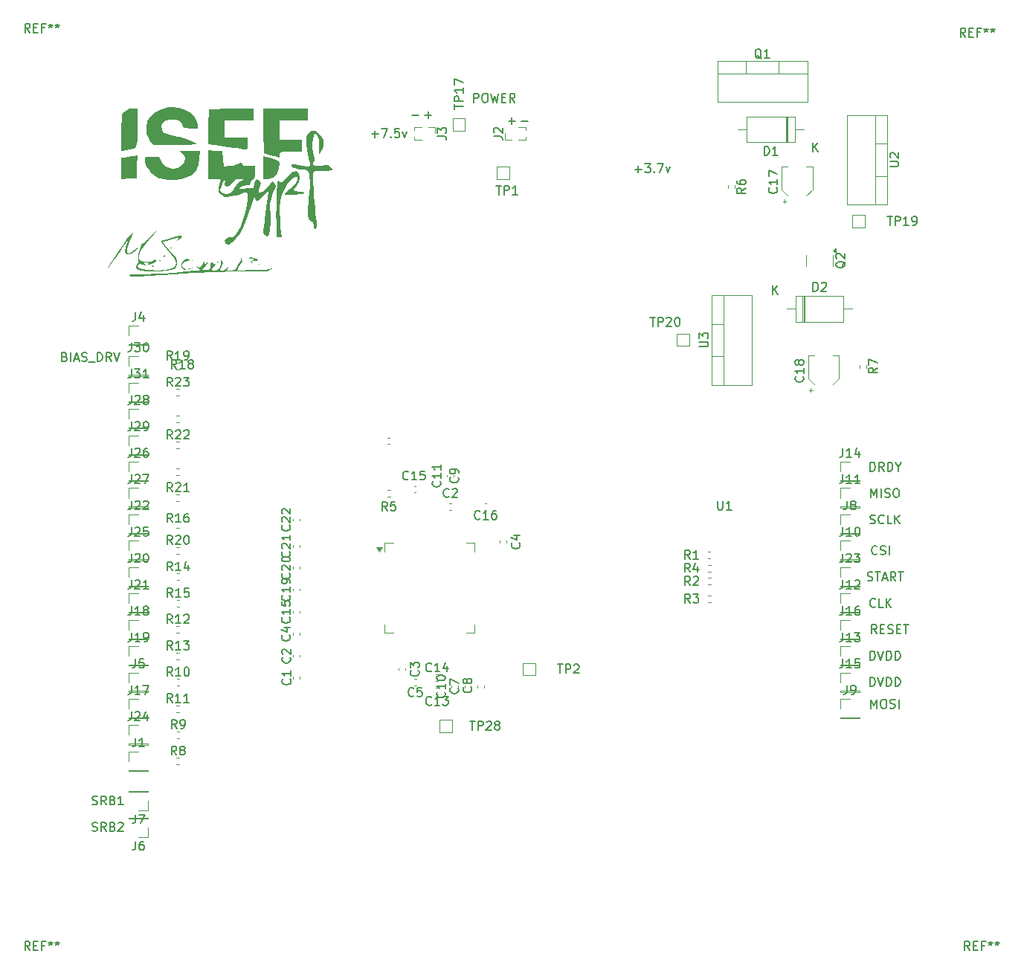
<source format=gbr>
%TF.GenerationSoftware,KiCad,Pcbnew,9.0.3*%
%TF.CreationDate,2025-11-05T19:32:31+02:00*%
%TF.ProjectId,PCB_Design,5043425f-4465-4736-9967-6e2e6b696361,rev?*%
%TF.SameCoordinates,Original*%
%TF.FileFunction,Legend,Top*%
%TF.FilePolarity,Positive*%
%FSLAX46Y46*%
G04 Gerber Fmt 4.6, Leading zero omitted, Abs format (unit mm)*
G04 Created by KiCad (PCBNEW 9.0.3) date 2025-11-05 19:32:31*
%MOMM*%
%LPD*%
G01*
G04 APERTURE LIST*
%ADD10C,0.150000*%
%ADD11C,0.120000*%
%ADD12C,0.000000*%
G04 APERTURE END LIST*
D10*
X164928572Y-154954819D02*
X164928572Y-153954819D01*
X164928572Y-153954819D02*
X165261905Y-154669104D01*
X165261905Y-154669104D02*
X165595238Y-153954819D01*
X165595238Y-153954819D02*
X165595238Y-154954819D01*
X166261905Y-153954819D02*
X166452381Y-153954819D01*
X166452381Y-153954819D02*
X166547619Y-154002438D01*
X166547619Y-154002438D02*
X166642857Y-154097676D01*
X166642857Y-154097676D02*
X166690476Y-154288152D01*
X166690476Y-154288152D02*
X166690476Y-154621485D01*
X166690476Y-154621485D02*
X166642857Y-154811961D01*
X166642857Y-154811961D02*
X166547619Y-154907200D01*
X166547619Y-154907200D02*
X166452381Y-154954819D01*
X166452381Y-154954819D02*
X166261905Y-154954819D01*
X166261905Y-154954819D02*
X166166667Y-154907200D01*
X166166667Y-154907200D02*
X166071429Y-154811961D01*
X166071429Y-154811961D02*
X166023810Y-154621485D01*
X166023810Y-154621485D02*
X166023810Y-154288152D01*
X166023810Y-154288152D02*
X166071429Y-154097676D01*
X166071429Y-154097676D02*
X166166667Y-154002438D01*
X166166667Y-154002438D02*
X166261905Y-153954819D01*
X167071429Y-154907200D02*
X167214286Y-154954819D01*
X167214286Y-154954819D02*
X167452381Y-154954819D01*
X167452381Y-154954819D02*
X167547619Y-154907200D01*
X167547619Y-154907200D02*
X167595238Y-154859580D01*
X167595238Y-154859580D02*
X167642857Y-154764342D01*
X167642857Y-154764342D02*
X167642857Y-154669104D01*
X167642857Y-154669104D02*
X167595238Y-154573866D01*
X167595238Y-154573866D02*
X167547619Y-154526247D01*
X167547619Y-154526247D02*
X167452381Y-154478628D01*
X167452381Y-154478628D02*
X167261905Y-154431009D01*
X167261905Y-154431009D02*
X167166667Y-154383390D01*
X167166667Y-154383390D02*
X167119048Y-154335771D01*
X167119048Y-154335771D02*
X167071429Y-154240533D01*
X167071429Y-154240533D02*
X167071429Y-154145295D01*
X167071429Y-154145295D02*
X167119048Y-154050057D01*
X167119048Y-154050057D02*
X167166667Y-154002438D01*
X167166667Y-154002438D02*
X167261905Y-153954819D01*
X167261905Y-153954819D02*
X167500000Y-153954819D01*
X167500000Y-153954819D02*
X167642857Y-154002438D01*
X168071429Y-154954819D02*
X168071429Y-153954819D01*
X113380951Y-87426133D02*
X112619047Y-87426133D01*
X119690476Y-85954819D02*
X119690476Y-84954819D01*
X119690476Y-84954819D02*
X120071428Y-84954819D01*
X120071428Y-84954819D02*
X120166666Y-85002438D01*
X120166666Y-85002438D02*
X120214285Y-85050057D01*
X120214285Y-85050057D02*
X120261904Y-85145295D01*
X120261904Y-85145295D02*
X120261904Y-85288152D01*
X120261904Y-85288152D02*
X120214285Y-85383390D01*
X120214285Y-85383390D02*
X120166666Y-85431009D01*
X120166666Y-85431009D02*
X120071428Y-85478628D01*
X120071428Y-85478628D02*
X119690476Y-85478628D01*
X120880952Y-84954819D02*
X121071428Y-84954819D01*
X121071428Y-84954819D02*
X121166666Y-85002438D01*
X121166666Y-85002438D02*
X121261904Y-85097676D01*
X121261904Y-85097676D02*
X121309523Y-85288152D01*
X121309523Y-85288152D02*
X121309523Y-85621485D01*
X121309523Y-85621485D02*
X121261904Y-85811961D01*
X121261904Y-85811961D02*
X121166666Y-85907200D01*
X121166666Y-85907200D02*
X121071428Y-85954819D01*
X121071428Y-85954819D02*
X120880952Y-85954819D01*
X120880952Y-85954819D02*
X120785714Y-85907200D01*
X120785714Y-85907200D02*
X120690476Y-85811961D01*
X120690476Y-85811961D02*
X120642857Y-85621485D01*
X120642857Y-85621485D02*
X120642857Y-85288152D01*
X120642857Y-85288152D02*
X120690476Y-85097676D01*
X120690476Y-85097676D02*
X120785714Y-85002438D01*
X120785714Y-85002438D02*
X120880952Y-84954819D01*
X121642857Y-84954819D02*
X121880952Y-85954819D01*
X121880952Y-85954819D02*
X122071428Y-85240533D01*
X122071428Y-85240533D02*
X122261904Y-85954819D01*
X122261904Y-85954819D02*
X122500000Y-84954819D01*
X122880952Y-85431009D02*
X123214285Y-85431009D01*
X123357142Y-85954819D02*
X122880952Y-85954819D01*
X122880952Y-85954819D02*
X122880952Y-84954819D01*
X122880952Y-84954819D02*
X123357142Y-84954819D01*
X124357142Y-85954819D02*
X124023809Y-85478628D01*
X123785714Y-85954819D02*
X123785714Y-84954819D01*
X123785714Y-84954819D02*
X124166666Y-84954819D01*
X124166666Y-84954819D02*
X124261904Y-85002438D01*
X124261904Y-85002438D02*
X124309523Y-85050057D01*
X124309523Y-85050057D02*
X124357142Y-85145295D01*
X124357142Y-85145295D02*
X124357142Y-85288152D01*
X124357142Y-85288152D02*
X124309523Y-85383390D01*
X124309523Y-85383390D02*
X124261904Y-85431009D01*
X124261904Y-85431009D02*
X124166666Y-85478628D01*
X124166666Y-85478628D02*
X123785714Y-85478628D01*
X164523809Y-140407200D02*
X164666666Y-140454819D01*
X164666666Y-140454819D02*
X164904761Y-140454819D01*
X164904761Y-140454819D02*
X164999999Y-140407200D01*
X164999999Y-140407200D02*
X165047618Y-140359580D01*
X165047618Y-140359580D02*
X165095237Y-140264342D01*
X165095237Y-140264342D02*
X165095237Y-140169104D01*
X165095237Y-140169104D02*
X165047618Y-140073866D01*
X165047618Y-140073866D02*
X164999999Y-140026247D01*
X164999999Y-140026247D02*
X164904761Y-139978628D01*
X164904761Y-139978628D02*
X164714285Y-139931009D01*
X164714285Y-139931009D02*
X164619047Y-139883390D01*
X164619047Y-139883390D02*
X164571428Y-139835771D01*
X164571428Y-139835771D02*
X164523809Y-139740533D01*
X164523809Y-139740533D02*
X164523809Y-139645295D01*
X164523809Y-139645295D02*
X164571428Y-139550057D01*
X164571428Y-139550057D02*
X164619047Y-139502438D01*
X164619047Y-139502438D02*
X164714285Y-139454819D01*
X164714285Y-139454819D02*
X164952380Y-139454819D01*
X164952380Y-139454819D02*
X165095237Y-139502438D01*
X165380952Y-139454819D02*
X165952380Y-139454819D01*
X165666666Y-140454819D02*
X165666666Y-139454819D01*
X166238095Y-140169104D02*
X166714285Y-140169104D01*
X166142857Y-140454819D02*
X166476190Y-139454819D01*
X166476190Y-139454819D02*
X166809523Y-140454819D01*
X167714285Y-140454819D02*
X167380952Y-139978628D01*
X167142857Y-140454819D02*
X167142857Y-139454819D01*
X167142857Y-139454819D02*
X167523809Y-139454819D01*
X167523809Y-139454819D02*
X167619047Y-139502438D01*
X167619047Y-139502438D02*
X167666666Y-139550057D01*
X167666666Y-139550057D02*
X167714285Y-139645295D01*
X167714285Y-139645295D02*
X167714285Y-139788152D01*
X167714285Y-139788152D02*
X167666666Y-139883390D01*
X167666666Y-139883390D02*
X167619047Y-139931009D01*
X167619047Y-139931009D02*
X167523809Y-139978628D01*
X167523809Y-139978628D02*
X167142857Y-139978628D01*
X168000000Y-139454819D02*
X168571428Y-139454819D01*
X168285714Y-140454819D02*
X168285714Y-139454819D01*
X164809524Y-133907200D02*
X164952381Y-133954819D01*
X164952381Y-133954819D02*
X165190476Y-133954819D01*
X165190476Y-133954819D02*
X165285714Y-133907200D01*
X165285714Y-133907200D02*
X165333333Y-133859580D01*
X165333333Y-133859580D02*
X165380952Y-133764342D01*
X165380952Y-133764342D02*
X165380952Y-133669104D01*
X165380952Y-133669104D02*
X165333333Y-133573866D01*
X165333333Y-133573866D02*
X165285714Y-133526247D01*
X165285714Y-133526247D02*
X165190476Y-133478628D01*
X165190476Y-133478628D02*
X165000000Y-133431009D01*
X165000000Y-133431009D02*
X164904762Y-133383390D01*
X164904762Y-133383390D02*
X164857143Y-133335771D01*
X164857143Y-133335771D02*
X164809524Y-133240533D01*
X164809524Y-133240533D02*
X164809524Y-133145295D01*
X164809524Y-133145295D02*
X164857143Y-133050057D01*
X164857143Y-133050057D02*
X164904762Y-133002438D01*
X164904762Y-133002438D02*
X165000000Y-132954819D01*
X165000000Y-132954819D02*
X165238095Y-132954819D01*
X165238095Y-132954819D02*
X165380952Y-133002438D01*
X166380952Y-133859580D02*
X166333333Y-133907200D01*
X166333333Y-133907200D02*
X166190476Y-133954819D01*
X166190476Y-133954819D02*
X166095238Y-133954819D01*
X166095238Y-133954819D02*
X165952381Y-133907200D01*
X165952381Y-133907200D02*
X165857143Y-133811961D01*
X165857143Y-133811961D02*
X165809524Y-133716723D01*
X165809524Y-133716723D02*
X165761905Y-133526247D01*
X165761905Y-133526247D02*
X165761905Y-133383390D01*
X165761905Y-133383390D02*
X165809524Y-133192914D01*
X165809524Y-133192914D02*
X165857143Y-133097676D01*
X165857143Y-133097676D02*
X165952381Y-133002438D01*
X165952381Y-133002438D02*
X166095238Y-132954819D01*
X166095238Y-132954819D02*
X166190476Y-132954819D01*
X166190476Y-132954819D02*
X166333333Y-133002438D01*
X166333333Y-133002438D02*
X166380952Y-133050057D01*
X167285714Y-133954819D02*
X166809524Y-133954819D01*
X166809524Y-133954819D02*
X166809524Y-132954819D01*
X167619048Y-133954819D02*
X167619048Y-132954819D01*
X168190476Y-133954819D02*
X167761905Y-133383390D01*
X168190476Y-132954819D02*
X167619048Y-133526247D01*
X76238095Y-168907200D02*
X76380952Y-168954819D01*
X76380952Y-168954819D02*
X76619047Y-168954819D01*
X76619047Y-168954819D02*
X76714285Y-168907200D01*
X76714285Y-168907200D02*
X76761904Y-168859580D01*
X76761904Y-168859580D02*
X76809523Y-168764342D01*
X76809523Y-168764342D02*
X76809523Y-168669104D01*
X76809523Y-168669104D02*
X76761904Y-168573866D01*
X76761904Y-168573866D02*
X76714285Y-168526247D01*
X76714285Y-168526247D02*
X76619047Y-168478628D01*
X76619047Y-168478628D02*
X76428571Y-168431009D01*
X76428571Y-168431009D02*
X76333333Y-168383390D01*
X76333333Y-168383390D02*
X76285714Y-168335771D01*
X76285714Y-168335771D02*
X76238095Y-168240533D01*
X76238095Y-168240533D02*
X76238095Y-168145295D01*
X76238095Y-168145295D02*
X76285714Y-168050057D01*
X76285714Y-168050057D02*
X76333333Y-168002438D01*
X76333333Y-168002438D02*
X76428571Y-167954819D01*
X76428571Y-167954819D02*
X76666666Y-167954819D01*
X76666666Y-167954819D02*
X76809523Y-168002438D01*
X77809523Y-168954819D02*
X77476190Y-168478628D01*
X77238095Y-168954819D02*
X77238095Y-167954819D01*
X77238095Y-167954819D02*
X77619047Y-167954819D01*
X77619047Y-167954819D02*
X77714285Y-168002438D01*
X77714285Y-168002438D02*
X77761904Y-168050057D01*
X77761904Y-168050057D02*
X77809523Y-168145295D01*
X77809523Y-168145295D02*
X77809523Y-168288152D01*
X77809523Y-168288152D02*
X77761904Y-168383390D01*
X77761904Y-168383390D02*
X77714285Y-168431009D01*
X77714285Y-168431009D02*
X77619047Y-168478628D01*
X77619047Y-168478628D02*
X77238095Y-168478628D01*
X78571428Y-168431009D02*
X78714285Y-168478628D01*
X78714285Y-168478628D02*
X78761904Y-168526247D01*
X78761904Y-168526247D02*
X78809523Y-168621485D01*
X78809523Y-168621485D02*
X78809523Y-168764342D01*
X78809523Y-168764342D02*
X78761904Y-168859580D01*
X78761904Y-168859580D02*
X78714285Y-168907200D01*
X78714285Y-168907200D02*
X78619047Y-168954819D01*
X78619047Y-168954819D02*
X78238095Y-168954819D01*
X78238095Y-168954819D02*
X78238095Y-167954819D01*
X78238095Y-167954819D02*
X78571428Y-167954819D01*
X78571428Y-167954819D02*
X78666666Y-168002438D01*
X78666666Y-168002438D02*
X78714285Y-168050057D01*
X78714285Y-168050057D02*
X78761904Y-168145295D01*
X78761904Y-168145295D02*
X78761904Y-168240533D01*
X78761904Y-168240533D02*
X78714285Y-168335771D01*
X78714285Y-168335771D02*
X78666666Y-168383390D01*
X78666666Y-168383390D02*
X78571428Y-168431009D01*
X78571428Y-168431009D02*
X78238095Y-168431009D01*
X79190476Y-168050057D02*
X79238095Y-168002438D01*
X79238095Y-168002438D02*
X79333333Y-167954819D01*
X79333333Y-167954819D02*
X79571428Y-167954819D01*
X79571428Y-167954819D02*
X79666666Y-168002438D01*
X79666666Y-168002438D02*
X79714285Y-168050057D01*
X79714285Y-168050057D02*
X79761904Y-168145295D01*
X79761904Y-168145295D02*
X79761904Y-168240533D01*
X79761904Y-168240533D02*
X79714285Y-168383390D01*
X79714285Y-168383390D02*
X79142857Y-168954819D01*
X79142857Y-168954819D02*
X79761904Y-168954819D01*
X165547618Y-146454819D02*
X165214285Y-145978628D01*
X164976190Y-146454819D02*
X164976190Y-145454819D01*
X164976190Y-145454819D02*
X165357142Y-145454819D01*
X165357142Y-145454819D02*
X165452380Y-145502438D01*
X165452380Y-145502438D02*
X165499999Y-145550057D01*
X165499999Y-145550057D02*
X165547618Y-145645295D01*
X165547618Y-145645295D02*
X165547618Y-145788152D01*
X165547618Y-145788152D02*
X165499999Y-145883390D01*
X165499999Y-145883390D02*
X165452380Y-145931009D01*
X165452380Y-145931009D02*
X165357142Y-145978628D01*
X165357142Y-145978628D02*
X164976190Y-145978628D01*
X165976190Y-145931009D02*
X166309523Y-145931009D01*
X166452380Y-146454819D02*
X165976190Y-146454819D01*
X165976190Y-146454819D02*
X165976190Y-145454819D01*
X165976190Y-145454819D02*
X166452380Y-145454819D01*
X166833333Y-146407200D02*
X166976190Y-146454819D01*
X166976190Y-146454819D02*
X167214285Y-146454819D01*
X167214285Y-146454819D02*
X167309523Y-146407200D01*
X167309523Y-146407200D02*
X167357142Y-146359580D01*
X167357142Y-146359580D02*
X167404761Y-146264342D01*
X167404761Y-146264342D02*
X167404761Y-146169104D01*
X167404761Y-146169104D02*
X167357142Y-146073866D01*
X167357142Y-146073866D02*
X167309523Y-146026247D01*
X167309523Y-146026247D02*
X167214285Y-145978628D01*
X167214285Y-145978628D02*
X167023809Y-145931009D01*
X167023809Y-145931009D02*
X166928571Y-145883390D01*
X166928571Y-145883390D02*
X166880952Y-145835771D01*
X166880952Y-145835771D02*
X166833333Y-145740533D01*
X166833333Y-145740533D02*
X166833333Y-145645295D01*
X166833333Y-145645295D02*
X166880952Y-145550057D01*
X166880952Y-145550057D02*
X166928571Y-145502438D01*
X166928571Y-145502438D02*
X167023809Y-145454819D01*
X167023809Y-145454819D02*
X167261904Y-145454819D01*
X167261904Y-145454819D02*
X167404761Y-145502438D01*
X167833333Y-145931009D02*
X168166666Y-145931009D01*
X168309523Y-146454819D02*
X167833333Y-146454819D01*
X167833333Y-146454819D02*
X167833333Y-145454819D01*
X167833333Y-145454819D02*
X168309523Y-145454819D01*
X168595238Y-145454819D02*
X169166666Y-145454819D01*
X168880952Y-146454819D02*
X168880952Y-145454819D01*
X164809524Y-149454819D02*
X164809524Y-148454819D01*
X164809524Y-148454819D02*
X165047619Y-148454819D01*
X165047619Y-148454819D02*
X165190476Y-148502438D01*
X165190476Y-148502438D02*
X165285714Y-148597676D01*
X165285714Y-148597676D02*
X165333333Y-148692914D01*
X165333333Y-148692914D02*
X165380952Y-148883390D01*
X165380952Y-148883390D02*
X165380952Y-149026247D01*
X165380952Y-149026247D02*
X165333333Y-149216723D01*
X165333333Y-149216723D02*
X165285714Y-149311961D01*
X165285714Y-149311961D02*
X165190476Y-149407200D01*
X165190476Y-149407200D02*
X165047619Y-149454819D01*
X165047619Y-149454819D02*
X164809524Y-149454819D01*
X165666667Y-148454819D02*
X166000000Y-149454819D01*
X166000000Y-149454819D02*
X166333333Y-148454819D01*
X166666667Y-149454819D02*
X166666667Y-148454819D01*
X166666667Y-148454819D02*
X166904762Y-148454819D01*
X166904762Y-148454819D02*
X167047619Y-148502438D01*
X167047619Y-148502438D02*
X167142857Y-148597676D01*
X167142857Y-148597676D02*
X167190476Y-148692914D01*
X167190476Y-148692914D02*
X167238095Y-148883390D01*
X167238095Y-148883390D02*
X167238095Y-149026247D01*
X167238095Y-149026247D02*
X167190476Y-149216723D01*
X167190476Y-149216723D02*
X167142857Y-149311961D01*
X167142857Y-149311961D02*
X167047619Y-149407200D01*
X167047619Y-149407200D02*
X166904762Y-149454819D01*
X166904762Y-149454819D02*
X166666667Y-149454819D01*
X167666667Y-149454819D02*
X167666667Y-148454819D01*
X167666667Y-148454819D02*
X167904762Y-148454819D01*
X167904762Y-148454819D02*
X168047619Y-148502438D01*
X168047619Y-148502438D02*
X168142857Y-148597676D01*
X168142857Y-148597676D02*
X168190476Y-148692914D01*
X168190476Y-148692914D02*
X168238095Y-148883390D01*
X168238095Y-148883390D02*
X168238095Y-149026247D01*
X168238095Y-149026247D02*
X168190476Y-149216723D01*
X168190476Y-149216723D02*
X168142857Y-149311961D01*
X168142857Y-149311961D02*
X168047619Y-149407200D01*
X168047619Y-149407200D02*
X167904762Y-149454819D01*
X167904762Y-149454819D02*
X167666667Y-149454819D01*
X164928572Y-130954819D02*
X164928572Y-129954819D01*
X164928572Y-129954819D02*
X165261905Y-130669104D01*
X165261905Y-130669104D02*
X165595238Y-129954819D01*
X165595238Y-129954819D02*
X165595238Y-130954819D01*
X166071429Y-130954819D02*
X166071429Y-129954819D01*
X166500000Y-130907200D02*
X166642857Y-130954819D01*
X166642857Y-130954819D02*
X166880952Y-130954819D01*
X166880952Y-130954819D02*
X166976190Y-130907200D01*
X166976190Y-130907200D02*
X167023809Y-130859580D01*
X167023809Y-130859580D02*
X167071428Y-130764342D01*
X167071428Y-130764342D02*
X167071428Y-130669104D01*
X167071428Y-130669104D02*
X167023809Y-130573866D01*
X167023809Y-130573866D02*
X166976190Y-130526247D01*
X166976190Y-130526247D02*
X166880952Y-130478628D01*
X166880952Y-130478628D02*
X166690476Y-130431009D01*
X166690476Y-130431009D02*
X166595238Y-130383390D01*
X166595238Y-130383390D02*
X166547619Y-130335771D01*
X166547619Y-130335771D02*
X166500000Y-130240533D01*
X166500000Y-130240533D02*
X166500000Y-130145295D01*
X166500000Y-130145295D02*
X166547619Y-130050057D01*
X166547619Y-130050057D02*
X166595238Y-130002438D01*
X166595238Y-130002438D02*
X166690476Y-129954819D01*
X166690476Y-129954819D02*
X166928571Y-129954819D01*
X166928571Y-129954819D02*
X167071428Y-130002438D01*
X167690476Y-129954819D02*
X167880952Y-129954819D01*
X167880952Y-129954819D02*
X167976190Y-130002438D01*
X167976190Y-130002438D02*
X168071428Y-130097676D01*
X168071428Y-130097676D02*
X168119047Y-130288152D01*
X168119047Y-130288152D02*
X168119047Y-130621485D01*
X168119047Y-130621485D02*
X168071428Y-130811961D01*
X168071428Y-130811961D02*
X167976190Y-130907200D01*
X167976190Y-130907200D02*
X167880952Y-130954819D01*
X167880952Y-130954819D02*
X167690476Y-130954819D01*
X167690476Y-130954819D02*
X167595238Y-130907200D01*
X167595238Y-130907200D02*
X167500000Y-130811961D01*
X167500000Y-130811961D02*
X167452381Y-130621485D01*
X167452381Y-130621485D02*
X167452381Y-130288152D01*
X167452381Y-130288152D02*
X167500000Y-130097676D01*
X167500000Y-130097676D02*
X167595238Y-130002438D01*
X167595238Y-130002438D02*
X167690476Y-129954819D01*
X164809524Y-127954819D02*
X164809524Y-126954819D01*
X164809524Y-126954819D02*
X165047619Y-126954819D01*
X165047619Y-126954819D02*
X165190476Y-127002438D01*
X165190476Y-127002438D02*
X165285714Y-127097676D01*
X165285714Y-127097676D02*
X165333333Y-127192914D01*
X165333333Y-127192914D02*
X165380952Y-127383390D01*
X165380952Y-127383390D02*
X165380952Y-127526247D01*
X165380952Y-127526247D02*
X165333333Y-127716723D01*
X165333333Y-127716723D02*
X165285714Y-127811961D01*
X165285714Y-127811961D02*
X165190476Y-127907200D01*
X165190476Y-127907200D02*
X165047619Y-127954819D01*
X165047619Y-127954819D02*
X164809524Y-127954819D01*
X166380952Y-127954819D02*
X166047619Y-127478628D01*
X165809524Y-127954819D02*
X165809524Y-126954819D01*
X165809524Y-126954819D02*
X166190476Y-126954819D01*
X166190476Y-126954819D02*
X166285714Y-127002438D01*
X166285714Y-127002438D02*
X166333333Y-127050057D01*
X166333333Y-127050057D02*
X166380952Y-127145295D01*
X166380952Y-127145295D02*
X166380952Y-127288152D01*
X166380952Y-127288152D02*
X166333333Y-127383390D01*
X166333333Y-127383390D02*
X166285714Y-127431009D01*
X166285714Y-127431009D02*
X166190476Y-127478628D01*
X166190476Y-127478628D02*
X165809524Y-127478628D01*
X166809524Y-127954819D02*
X166809524Y-126954819D01*
X166809524Y-126954819D02*
X167047619Y-126954819D01*
X167047619Y-126954819D02*
X167190476Y-127002438D01*
X167190476Y-127002438D02*
X167285714Y-127097676D01*
X167285714Y-127097676D02*
X167333333Y-127192914D01*
X167333333Y-127192914D02*
X167380952Y-127383390D01*
X167380952Y-127383390D02*
X167380952Y-127526247D01*
X167380952Y-127526247D02*
X167333333Y-127716723D01*
X167333333Y-127716723D02*
X167285714Y-127811961D01*
X167285714Y-127811961D02*
X167190476Y-127907200D01*
X167190476Y-127907200D02*
X167047619Y-127954819D01*
X167047619Y-127954819D02*
X166809524Y-127954819D01*
X168000000Y-127478628D02*
X168000000Y-127954819D01*
X167666667Y-126954819D02*
X168000000Y-127478628D01*
X168000000Y-127478628D02*
X168333333Y-126954819D01*
X165595238Y-137359580D02*
X165547619Y-137407200D01*
X165547619Y-137407200D02*
X165404762Y-137454819D01*
X165404762Y-137454819D02*
X165309524Y-137454819D01*
X165309524Y-137454819D02*
X165166667Y-137407200D01*
X165166667Y-137407200D02*
X165071429Y-137311961D01*
X165071429Y-137311961D02*
X165023810Y-137216723D01*
X165023810Y-137216723D02*
X164976191Y-137026247D01*
X164976191Y-137026247D02*
X164976191Y-136883390D01*
X164976191Y-136883390D02*
X165023810Y-136692914D01*
X165023810Y-136692914D02*
X165071429Y-136597676D01*
X165071429Y-136597676D02*
X165166667Y-136502438D01*
X165166667Y-136502438D02*
X165309524Y-136454819D01*
X165309524Y-136454819D02*
X165404762Y-136454819D01*
X165404762Y-136454819D02*
X165547619Y-136502438D01*
X165547619Y-136502438D02*
X165595238Y-136550057D01*
X165976191Y-137407200D02*
X166119048Y-137454819D01*
X166119048Y-137454819D02*
X166357143Y-137454819D01*
X166357143Y-137454819D02*
X166452381Y-137407200D01*
X166452381Y-137407200D02*
X166500000Y-137359580D01*
X166500000Y-137359580D02*
X166547619Y-137264342D01*
X166547619Y-137264342D02*
X166547619Y-137169104D01*
X166547619Y-137169104D02*
X166500000Y-137073866D01*
X166500000Y-137073866D02*
X166452381Y-137026247D01*
X166452381Y-137026247D02*
X166357143Y-136978628D01*
X166357143Y-136978628D02*
X166166667Y-136931009D01*
X166166667Y-136931009D02*
X166071429Y-136883390D01*
X166071429Y-136883390D02*
X166023810Y-136835771D01*
X166023810Y-136835771D02*
X165976191Y-136740533D01*
X165976191Y-136740533D02*
X165976191Y-136645295D01*
X165976191Y-136645295D02*
X166023810Y-136550057D01*
X166023810Y-136550057D02*
X166071429Y-136502438D01*
X166071429Y-136502438D02*
X166166667Y-136454819D01*
X166166667Y-136454819D02*
X166404762Y-136454819D01*
X166404762Y-136454819D02*
X166547619Y-136502438D01*
X166976191Y-137454819D02*
X166976191Y-136454819D01*
X108047619Y-89573866D02*
X108809524Y-89573866D01*
X108428571Y-89954819D02*
X108428571Y-89192914D01*
X109190476Y-88954819D02*
X109857142Y-88954819D01*
X109857142Y-88954819D02*
X109428571Y-89954819D01*
X110238095Y-89859580D02*
X110285714Y-89907200D01*
X110285714Y-89907200D02*
X110238095Y-89954819D01*
X110238095Y-89954819D02*
X110190476Y-89907200D01*
X110190476Y-89907200D02*
X110238095Y-89859580D01*
X110238095Y-89859580D02*
X110238095Y-89954819D01*
X111190475Y-88954819D02*
X110714285Y-88954819D01*
X110714285Y-88954819D02*
X110666666Y-89431009D01*
X110666666Y-89431009D02*
X110714285Y-89383390D01*
X110714285Y-89383390D02*
X110809523Y-89335771D01*
X110809523Y-89335771D02*
X111047618Y-89335771D01*
X111047618Y-89335771D02*
X111142856Y-89383390D01*
X111142856Y-89383390D02*
X111190475Y-89431009D01*
X111190475Y-89431009D02*
X111238094Y-89526247D01*
X111238094Y-89526247D02*
X111238094Y-89764342D01*
X111238094Y-89764342D02*
X111190475Y-89859580D01*
X111190475Y-89859580D02*
X111142856Y-89907200D01*
X111142856Y-89907200D02*
X111047618Y-89954819D01*
X111047618Y-89954819D02*
X110809523Y-89954819D01*
X110809523Y-89954819D02*
X110714285Y-89907200D01*
X110714285Y-89907200D02*
X110666666Y-89859580D01*
X111571428Y-89288152D02*
X111809523Y-89954819D01*
X111809523Y-89954819D02*
X112047618Y-89288152D01*
X125119048Y-88073866D02*
X125880953Y-88073866D01*
X164809524Y-152454819D02*
X164809524Y-151454819D01*
X164809524Y-151454819D02*
X165047619Y-151454819D01*
X165047619Y-151454819D02*
X165190476Y-151502438D01*
X165190476Y-151502438D02*
X165285714Y-151597676D01*
X165285714Y-151597676D02*
X165333333Y-151692914D01*
X165333333Y-151692914D02*
X165380952Y-151883390D01*
X165380952Y-151883390D02*
X165380952Y-152026247D01*
X165380952Y-152026247D02*
X165333333Y-152216723D01*
X165333333Y-152216723D02*
X165285714Y-152311961D01*
X165285714Y-152311961D02*
X165190476Y-152407200D01*
X165190476Y-152407200D02*
X165047619Y-152454819D01*
X165047619Y-152454819D02*
X164809524Y-152454819D01*
X165666667Y-151454819D02*
X166000000Y-152454819D01*
X166000000Y-152454819D02*
X166333333Y-151454819D01*
X166666667Y-152454819D02*
X166666667Y-151454819D01*
X166666667Y-151454819D02*
X166904762Y-151454819D01*
X166904762Y-151454819D02*
X167047619Y-151502438D01*
X167047619Y-151502438D02*
X167142857Y-151597676D01*
X167142857Y-151597676D02*
X167190476Y-151692914D01*
X167190476Y-151692914D02*
X167238095Y-151883390D01*
X167238095Y-151883390D02*
X167238095Y-152026247D01*
X167238095Y-152026247D02*
X167190476Y-152216723D01*
X167190476Y-152216723D02*
X167142857Y-152311961D01*
X167142857Y-152311961D02*
X167047619Y-152407200D01*
X167047619Y-152407200D02*
X166904762Y-152454819D01*
X166904762Y-152454819D02*
X166666667Y-152454819D01*
X167666667Y-152454819D02*
X167666667Y-151454819D01*
X167666667Y-151454819D02*
X167904762Y-151454819D01*
X167904762Y-151454819D02*
X168047619Y-151502438D01*
X168047619Y-151502438D02*
X168142857Y-151597676D01*
X168142857Y-151597676D02*
X168190476Y-151692914D01*
X168190476Y-151692914D02*
X168238095Y-151883390D01*
X168238095Y-151883390D02*
X168238095Y-152026247D01*
X168238095Y-152026247D02*
X168190476Y-152216723D01*
X168190476Y-152216723D02*
X168142857Y-152311961D01*
X168142857Y-152311961D02*
X168047619Y-152407200D01*
X168047619Y-152407200D02*
X167904762Y-152454819D01*
X167904762Y-152454819D02*
X167666667Y-152454819D01*
X76238095Y-165907200D02*
X76380952Y-165954819D01*
X76380952Y-165954819D02*
X76619047Y-165954819D01*
X76619047Y-165954819D02*
X76714285Y-165907200D01*
X76714285Y-165907200D02*
X76761904Y-165859580D01*
X76761904Y-165859580D02*
X76809523Y-165764342D01*
X76809523Y-165764342D02*
X76809523Y-165669104D01*
X76809523Y-165669104D02*
X76761904Y-165573866D01*
X76761904Y-165573866D02*
X76714285Y-165526247D01*
X76714285Y-165526247D02*
X76619047Y-165478628D01*
X76619047Y-165478628D02*
X76428571Y-165431009D01*
X76428571Y-165431009D02*
X76333333Y-165383390D01*
X76333333Y-165383390D02*
X76285714Y-165335771D01*
X76285714Y-165335771D02*
X76238095Y-165240533D01*
X76238095Y-165240533D02*
X76238095Y-165145295D01*
X76238095Y-165145295D02*
X76285714Y-165050057D01*
X76285714Y-165050057D02*
X76333333Y-165002438D01*
X76333333Y-165002438D02*
X76428571Y-164954819D01*
X76428571Y-164954819D02*
X76666666Y-164954819D01*
X76666666Y-164954819D02*
X76809523Y-165002438D01*
X77809523Y-165954819D02*
X77476190Y-165478628D01*
X77238095Y-165954819D02*
X77238095Y-164954819D01*
X77238095Y-164954819D02*
X77619047Y-164954819D01*
X77619047Y-164954819D02*
X77714285Y-165002438D01*
X77714285Y-165002438D02*
X77761904Y-165050057D01*
X77761904Y-165050057D02*
X77809523Y-165145295D01*
X77809523Y-165145295D02*
X77809523Y-165288152D01*
X77809523Y-165288152D02*
X77761904Y-165383390D01*
X77761904Y-165383390D02*
X77714285Y-165431009D01*
X77714285Y-165431009D02*
X77619047Y-165478628D01*
X77619047Y-165478628D02*
X77238095Y-165478628D01*
X78571428Y-165431009D02*
X78714285Y-165478628D01*
X78714285Y-165478628D02*
X78761904Y-165526247D01*
X78761904Y-165526247D02*
X78809523Y-165621485D01*
X78809523Y-165621485D02*
X78809523Y-165764342D01*
X78809523Y-165764342D02*
X78761904Y-165859580D01*
X78761904Y-165859580D02*
X78714285Y-165907200D01*
X78714285Y-165907200D02*
X78619047Y-165954819D01*
X78619047Y-165954819D02*
X78238095Y-165954819D01*
X78238095Y-165954819D02*
X78238095Y-164954819D01*
X78238095Y-164954819D02*
X78571428Y-164954819D01*
X78571428Y-164954819D02*
X78666666Y-165002438D01*
X78666666Y-165002438D02*
X78714285Y-165050057D01*
X78714285Y-165050057D02*
X78761904Y-165145295D01*
X78761904Y-165145295D02*
X78761904Y-165240533D01*
X78761904Y-165240533D02*
X78714285Y-165335771D01*
X78714285Y-165335771D02*
X78666666Y-165383390D01*
X78666666Y-165383390D02*
X78571428Y-165431009D01*
X78571428Y-165431009D02*
X78238095Y-165431009D01*
X79761904Y-165954819D02*
X79190476Y-165954819D01*
X79476190Y-165954819D02*
X79476190Y-164954819D01*
X79476190Y-164954819D02*
X79380952Y-165097676D01*
X79380952Y-165097676D02*
X79285714Y-165192914D01*
X79285714Y-165192914D02*
X79190476Y-165240533D01*
X138047619Y-93573866D02*
X138809524Y-93573866D01*
X138428571Y-93954819D02*
X138428571Y-93192914D01*
X139190476Y-92954819D02*
X139809523Y-92954819D01*
X139809523Y-92954819D02*
X139476190Y-93335771D01*
X139476190Y-93335771D02*
X139619047Y-93335771D01*
X139619047Y-93335771D02*
X139714285Y-93383390D01*
X139714285Y-93383390D02*
X139761904Y-93431009D01*
X139761904Y-93431009D02*
X139809523Y-93526247D01*
X139809523Y-93526247D02*
X139809523Y-93764342D01*
X139809523Y-93764342D02*
X139761904Y-93859580D01*
X139761904Y-93859580D02*
X139714285Y-93907200D01*
X139714285Y-93907200D02*
X139619047Y-93954819D01*
X139619047Y-93954819D02*
X139333333Y-93954819D01*
X139333333Y-93954819D02*
X139238095Y-93907200D01*
X139238095Y-93907200D02*
X139190476Y-93859580D01*
X140238095Y-93859580D02*
X140285714Y-93907200D01*
X140285714Y-93907200D02*
X140238095Y-93954819D01*
X140238095Y-93954819D02*
X140190476Y-93907200D01*
X140190476Y-93907200D02*
X140238095Y-93859580D01*
X140238095Y-93859580D02*
X140238095Y-93954819D01*
X140619047Y-92954819D02*
X141285713Y-92954819D01*
X141285713Y-92954819D02*
X140857142Y-93954819D01*
X141571428Y-93288152D02*
X141809523Y-93954819D01*
X141809523Y-93954819D02*
X142047618Y-93288152D01*
X73119047Y-114931009D02*
X73261904Y-114978628D01*
X73261904Y-114978628D02*
X73309523Y-115026247D01*
X73309523Y-115026247D02*
X73357142Y-115121485D01*
X73357142Y-115121485D02*
X73357142Y-115264342D01*
X73357142Y-115264342D02*
X73309523Y-115359580D01*
X73309523Y-115359580D02*
X73261904Y-115407200D01*
X73261904Y-115407200D02*
X73166666Y-115454819D01*
X73166666Y-115454819D02*
X72785714Y-115454819D01*
X72785714Y-115454819D02*
X72785714Y-114454819D01*
X72785714Y-114454819D02*
X73119047Y-114454819D01*
X73119047Y-114454819D02*
X73214285Y-114502438D01*
X73214285Y-114502438D02*
X73261904Y-114550057D01*
X73261904Y-114550057D02*
X73309523Y-114645295D01*
X73309523Y-114645295D02*
X73309523Y-114740533D01*
X73309523Y-114740533D02*
X73261904Y-114835771D01*
X73261904Y-114835771D02*
X73214285Y-114883390D01*
X73214285Y-114883390D02*
X73119047Y-114931009D01*
X73119047Y-114931009D02*
X72785714Y-114931009D01*
X73785714Y-115454819D02*
X73785714Y-114454819D01*
X74214285Y-115169104D02*
X74690475Y-115169104D01*
X74119047Y-115454819D02*
X74452380Y-114454819D01*
X74452380Y-114454819D02*
X74785713Y-115454819D01*
X75071428Y-115407200D02*
X75214285Y-115454819D01*
X75214285Y-115454819D02*
X75452380Y-115454819D01*
X75452380Y-115454819D02*
X75547618Y-115407200D01*
X75547618Y-115407200D02*
X75595237Y-115359580D01*
X75595237Y-115359580D02*
X75642856Y-115264342D01*
X75642856Y-115264342D02*
X75642856Y-115169104D01*
X75642856Y-115169104D02*
X75595237Y-115073866D01*
X75595237Y-115073866D02*
X75547618Y-115026247D01*
X75547618Y-115026247D02*
X75452380Y-114978628D01*
X75452380Y-114978628D02*
X75261904Y-114931009D01*
X75261904Y-114931009D02*
X75166666Y-114883390D01*
X75166666Y-114883390D02*
X75119047Y-114835771D01*
X75119047Y-114835771D02*
X75071428Y-114740533D01*
X75071428Y-114740533D02*
X75071428Y-114645295D01*
X75071428Y-114645295D02*
X75119047Y-114550057D01*
X75119047Y-114550057D02*
X75166666Y-114502438D01*
X75166666Y-114502438D02*
X75261904Y-114454819D01*
X75261904Y-114454819D02*
X75499999Y-114454819D01*
X75499999Y-114454819D02*
X75642856Y-114502438D01*
X75833333Y-115550057D02*
X76595237Y-115550057D01*
X76833333Y-115454819D02*
X76833333Y-114454819D01*
X76833333Y-114454819D02*
X77071428Y-114454819D01*
X77071428Y-114454819D02*
X77214285Y-114502438D01*
X77214285Y-114502438D02*
X77309523Y-114597676D01*
X77309523Y-114597676D02*
X77357142Y-114692914D01*
X77357142Y-114692914D02*
X77404761Y-114883390D01*
X77404761Y-114883390D02*
X77404761Y-115026247D01*
X77404761Y-115026247D02*
X77357142Y-115216723D01*
X77357142Y-115216723D02*
X77309523Y-115311961D01*
X77309523Y-115311961D02*
X77214285Y-115407200D01*
X77214285Y-115407200D02*
X77071428Y-115454819D01*
X77071428Y-115454819D02*
X76833333Y-115454819D01*
X78404761Y-115454819D02*
X78071428Y-114978628D01*
X77833333Y-115454819D02*
X77833333Y-114454819D01*
X77833333Y-114454819D02*
X78214285Y-114454819D01*
X78214285Y-114454819D02*
X78309523Y-114502438D01*
X78309523Y-114502438D02*
X78357142Y-114550057D01*
X78357142Y-114550057D02*
X78404761Y-114645295D01*
X78404761Y-114645295D02*
X78404761Y-114788152D01*
X78404761Y-114788152D02*
X78357142Y-114883390D01*
X78357142Y-114883390D02*
X78309523Y-114931009D01*
X78309523Y-114931009D02*
X78214285Y-114978628D01*
X78214285Y-114978628D02*
X77833333Y-114978628D01*
X78690476Y-114454819D02*
X79023809Y-115454819D01*
X79023809Y-115454819D02*
X79357142Y-114454819D01*
X114880951Y-87426133D02*
X114119047Y-87426133D01*
X114499999Y-87045180D02*
X114499999Y-87807085D01*
X123619048Y-88073866D02*
X124380953Y-88073866D01*
X124000000Y-88454819D02*
X124000000Y-87692914D01*
X165404761Y-143359580D02*
X165357142Y-143407200D01*
X165357142Y-143407200D02*
X165214285Y-143454819D01*
X165214285Y-143454819D02*
X165119047Y-143454819D01*
X165119047Y-143454819D02*
X164976190Y-143407200D01*
X164976190Y-143407200D02*
X164880952Y-143311961D01*
X164880952Y-143311961D02*
X164833333Y-143216723D01*
X164833333Y-143216723D02*
X164785714Y-143026247D01*
X164785714Y-143026247D02*
X164785714Y-142883390D01*
X164785714Y-142883390D02*
X164833333Y-142692914D01*
X164833333Y-142692914D02*
X164880952Y-142597676D01*
X164880952Y-142597676D02*
X164976190Y-142502438D01*
X164976190Y-142502438D02*
X165119047Y-142454819D01*
X165119047Y-142454819D02*
X165214285Y-142454819D01*
X165214285Y-142454819D02*
X165357142Y-142502438D01*
X165357142Y-142502438D02*
X165404761Y-142550057D01*
X166309523Y-143454819D02*
X165833333Y-143454819D01*
X165833333Y-143454819D02*
X165833333Y-142454819D01*
X166642857Y-143454819D02*
X166642857Y-142454819D01*
X167214285Y-143454819D02*
X166785714Y-142883390D01*
X167214285Y-142454819D02*
X166642857Y-143026247D01*
X81166666Y-149344819D02*
X81166666Y-150059104D01*
X81166666Y-150059104D02*
X81119047Y-150201961D01*
X81119047Y-150201961D02*
X81023809Y-150297200D01*
X81023809Y-150297200D02*
X80880952Y-150344819D01*
X80880952Y-150344819D02*
X80785714Y-150344819D01*
X82119047Y-149344819D02*
X81642857Y-149344819D01*
X81642857Y-149344819D02*
X81595238Y-149821009D01*
X81595238Y-149821009D02*
X81642857Y-149773390D01*
X81642857Y-149773390D02*
X81738095Y-149725771D01*
X81738095Y-149725771D02*
X81976190Y-149725771D01*
X81976190Y-149725771D02*
X82071428Y-149773390D01*
X82071428Y-149773390D02*
X82119047Y-149821009D01*
X82119047Y-149821009D02*
X82166666Y-149916247D01*
X82166666Y-149916247D02*
X82166666Y-150154342D01*
X82166666Y-150154342D02*
X82119047Y-150249580D01*
X82119047Y-150249580D02*
X82071428Y-150297200D01*
X82071428Y-150297200D02*
X81976190Y-150344819D01*
X81976190Y-150344819D02*
X81738095Y-150344819D01*
X81738095Y-150344819D02*
X81642857Y-150297200D01*
X81642857Y-150297200D02*
X81595238Y-150249580D01*
X80690476Y-128344819D02*
X80690476Y-129059104D01*
X80690476Y-129059104D02*
X80642857Y-129201961D01*
X80642857Y-129201961D02*
X80547619Y-129297200D01*
X80547619Y-129297200D02*
X80404762Y-129344819D01*
X80404762Y-129344819D02*
X80309524Y-129344819D01*
X81119048Y-128440057D02*
X81166667Y-128392438D01*
X81166667Y-128392438D02*
X81261905Y-128344819D01*
X81261905Y-128344819D02*
X81500000Y-128344819D01*
X81500000Y-128344819D02*
X81595238Y-128392438D01*
X81595238Y-128392438D02*
X81642857Y-128440057D01*
X81642857Y-128440057D02*
X81690476Y-128535295D01*
X81690476Y-128535295D02*
X81690476Y-128630533D01*
X81690476Y-128630533D02*
X81642857Y-128773390D01*
X81642857Y-128773390D02*
X81071429Y-129344819D01*
X81071429Y-129344819D02*
X81690476Y-129344819D01*
X82023810Y-128344819D02*
X82690476Y-128344819D01*
X82690476Y-128344819D02*
X82261905Y-129344819D01*
X119261905Y-156454819D02*
X119833333Y-156454819D01*
X119547619Y-157454819D02*
X119547619Y-156454819D01*
X120166667Y-157454819D02*
X120166667Y-156454819D01*
X120166667Y-156454819D02*
X120547619Y-156454819D01*
X120547619Y-156454819D02*
X120642857Y-156502438D01*
X120642857Y-156502438D02*
X120690476Y-156550057D01*
X120690476Y-156550057D02*
X120738095Y-156645295D01*
X120738095Y-156645295D02*
X120738095Y-156788152D01*
X120738095Y-156788152D02*
X120690476Y-156883390D01*
X120690476Y-156883390D02*
X120642857Y-156931009D01*
X120642857Y-156931009D02*
X120547619Y-156978628D01*
X120547619Y-156978628D02*
X120166667Y-156978628D01*
X121119048Y-156550057D02*
X121166667Y-156502438D01*
X121166667Y-156502438D02*
X121261905Y-156454819D01*
X121261905Y-156454819D02*
X121500000Y-156454819D01*
X121500000Y-156454819D02*
X121595238Y-156502438D01*
X121595238Y-156502438D02*
X121642857Y-156550057D01*
X121642857Y-156550057D02*
X121690476Y-156645295D01*
X121690476Y-156645295D02*
X121690476Y-156740533D01*
X121690476Y-156740533D02*
X121642857Y-156883390D01*
X121642857Y-156883390D02*
X121071429Y-157454819D01*
X121071429Y-157454819D02*
X121690476Y-157454819D01*
X122261905Y-156883390D02*
X122166667Y-156835771D01*
X122166667Y-156835771D02*
X122119048Y-156788152D01*
X122119048Y-156788152D02*
X122071429Y-156692914D01*
X122071429Y-156692914D02*
X122071429Y-156645295D01*
X122071429Y-156645295D02*
X122119048Y-156550057D01*
X122119048Y-156550057D02*
X122166667Y-156502438D01*
X122166667Y-156502438D02*
X122261905Y-156454819D01*
X122261905Y-156454819D02*
X122452381Y-156454819D01*
X122452381Y-156454819D02*
X122547619Y-156502438D01*
X122547619Y-156502438D02*
X122595238Y-156550057D01*
X122595238Y-156550057D02*
X122642857Y-156645295D01*
X122642857Y-156645295D02*
X122642857Y-156692914D01*
X122642857Y-156692914D02*
X122595238Y-156788152D01*
X122595238Y-156788152D02*
X122547619Y-156835771D01*
X122547619Y-156835771D02*
X122452381Y-156883390D01*
X122452381Y-156883390D02*
X122261905Y-156883390D01*
X122261905Y-156883390D02*
X122166667Y-156931009D01*
X122166667Y-156931009D02*
X122119048Y-156978628D01*
X122119048Y-156978628D02*
X122071429Y-157073866D01*
X122071429Y-157073866D02*
X122071429Y-157264342D01*
X122071429Y-157264342D02*
X122119048Y-157359580D01*
X122119048Y-157359580D02*
X122166667Y-157407200D01*
X122166667Y-157407200D02*
X122261905Y-157454819D01*
X122261905Y-157454819D02*
X122452381Y-157454819D01*
X122452381Y-157454819D02*
X122547619Y-157407200D01*
X122547619Y-157407200D02*
X122595238Y-157359580D01*
X122595238Y-157359580D02*
X122642857Y-157264342D01*
X122642857Y-157264342D02*
X122642857Y-157073866D01*
X122642857Y-157073866D02*
X122595238Y-156978628D01*
X122595238Y-156978628D02*
X122547619Y-156931009D01*
X122547619Y-156931009D02*
X122452381Y-156883390D01*
X80690476Y-146344819D02*
X80690476Y-147059104D01*
X80690476Y-147059104D02*
X80642857Y-147201961D01*
X80642857Y-147201961D02*
X80547619Y-147297200D01*
X80547619Y-147297200D02*
X80404762Y-147344819D01*
X80404762Y-147344819D02*
X80309524Y-147344819D01*
X81690476Y-147344819D02*
X81119048Y-147344819D01*
X81404762Y-147344819D02*
X81404762Y-146344819D01*
X81404762Y-146344819D02*
X81309524Y-146487676D01*
X81309524Y-146487676D02*
X81214286Y-146582914D01*
X81214286Y-146582914D02*
X81119048Y-146630533D01*
X82166667Y-147344819D02*
X82357143Y-147344819D01*
X82357143Y-147344819D02*
X82452381Y-147297200D01*
X82452381Y-147297200D02*
X82500000Y-147249580D01*
X82500000Y-147249580D02*
X82595238Y-147106723D01*
X82595238Y-147106723D02*
X82642857Y-146916247D01*
X82642857Y-146916247D02*
X82642857Y-146535295D01*
X82642857Y-146535295D02*
X82595238Y-146440057D01*
X82595238Y-146440057D02*
X82547619Y-146392438D01*
X82547619Y-146392438D02*
X82452381Y-146344819D01*
X82452381Y-146344819D02*
X82261905Y-146344819D01*
X82261905Y-146344819D02*
X82166667Y-146392438D01*
X82166667Y-146392438D02*
X82119048Y-146440057D01*
X82119048Y-146440057D02*
X82071429Y-146535295D01*
X82071429Y-146535295D02*
X82071429Y-146773390D01*
X82071429Y-146773390D02*
X82119048Y-146868628D01*
X82119048Y-146868628D02*
X82166667Y-146916247D01*
X82166667Y-146916247D02*
X82261905Y-146963866D01*
X82261905Y-146963866D02*
X82452381Y-146963866D01*
X82452381Y-146963866D02*
X82547619Y-146916247D01*
X82547619Y-146916247D02*
X82595238Y-146868628D01*
X82595238Y-146868628D02*
X82642857Y-146773390D01*
X109833333Y-132454819D02*
X109500000Y-131978628D01*
X109261905Y-132454819D02*
X109261905Y-131454819D01*
X109261905Y-131454819D02*
X109642857Y-131454819D01*
X109642857Y-131454819D02*
X109738095Y-131502438D01*
X109738095Y-131502438D02*
X109785714Y-131550057D01*
X109785714Y-131550057D02*
X109833333Y-131645295D01*
X109833333Y-131645295D02*
X109833333Y-131788152D01*
X109833333Y-131788152D02*
X109785714Y-131883390D01*
X109785714Y-131883390D02*
X109738095Y-131931009D01*
X109738095Y-131931009D02*
X109642857Y-131978628D01*
X109642857Y-131978628D02*
X109261905Y-131978628D01*
X110738095Y-131454819D02*
X110261905Y-131454819D01*
X110261905Y-131454819D02*
X110214286Y-131931009D01*
X110214286Y-131931009D02*
X110261905Y-131883390D01*
X110261905Y-131883390D02*
X110357143Y-131835771D01*
X110357143Y-131835771D02*
X110595238Y-131835771D01*
X110595238Y-131835771D02*
X110690476Y-131883390D01*
X110690476Y-131883390D02*
X110738095Y-131931009D01*
X110738095Y-131931009D02*
X110785714Y-132026247D01*
X110785714Y-132026247D02*
X110785714Y-132264342D01*
X110785714Y-132264342D02*
X110738095Y-132359580D01*
X110738095Y-132359580D02*
X110690476Y-132407200D01*
X110690476Y-132407200D02*
X110595238Y-132454819D01*
X110595238Y-132454819D02*
X110357143Y-132454819D01*
X110357143Y-132454819D02*
X110261905Y-132407200D01*
X110261905Y-132407200D02*
X110214286Y-132359580D01*
X112227142Y-128859580D02*
X112179523Y-128907200D01*
X112179523Y-128907200D02*
X112036666Y-128954819D01*
X112036666Y-128954819D02*
X111941428Y-128954819D01*
X111941428Y-128954819D02*
X111798571Y-128907200D01*
X111798571Y-128907200D02*
X111703333Y-128811961D01*
X111703333Y-128811961D02*
X111655714Y-128716723D01*
X111655714Y-128716723D02*
X111608095Y-128526247D01*
X111608095Y-128526247D02*
X111608095Y-128383390D01*
X111608095Y-128383390D02*
X111655714Y-128192914D01*
X111655714Y-128192914D02*
X111703333Y-128097676D01*
X111703333Y-128097676D02*
X111798571Y-128002438D01*
X111798571Y-128002438D02*
X111941428Y-127954819D01*
X111941428Y-127954819D02*
X112036666Y-127954819D01*
X112036666Y-127954819D02*
X112179523Y-128002438D01*
X112179523Y-128002438D02*
X112227142Y-128050057D01*
X113179523Y-128954819D02*
X112608095Y-128954819D01*
X112893809Y-128954819D02*
X112893809Y-127954819D01*
X112893809Y-127954819D02*
X112798571Y-128097676D01*
X112798571Y-128097676D02*
X112703333Y-128192914D01*
X112703333Y-128192914D02*
X112608095Y-128240533D01*
X114084285Y-127954819D02*
X113608095Y-127954819D01*
X113608095Y-127954819D02*
X113560476Y-128431009D01*
X113560476Y-128431009D02*
X113608095Y-128383390D01*
X113608095Y-128383390D02*
X113703333Y-128335771D01*
X113703333Y-128335771D02*
X113941428Y-128335771D01*
X113941428Y-128335771D02*
X114036666Y-128383390D01*
X114036666Y-128383390D02*
X114084285Y-128431009D01*
X114084285Y-128431009D02*
X114131904Y-128526247D01*
X114131904Y-128526247D02*
X114131904Y-128764342D01*
X114131904Y-128764342D02*
X114084285Y-128859580D01*
X114084285Y-128859580D02*
X114036666Y-128907200D01*
X114036666Y-128907200D02*
X113941428Y-128954819D01*
X113941428Y-128954819D02*
X113703333Y-128954819D01*
X113703333Y-128954819D02*
X113608095Y-128907200D01*
X113608095Y-128907200D02*
X113560476Y-128859580D01*
X162166666Y-152344819D02*
X162166666Y-153059104D01*
X162166666Y-153059104D02*
X162119047Y-153201961D01*
X162119047Y-153201961D02*
X162023809Y-153297200D01*
X162023809Y-153297200D02*
X161880952Y-153344819D01*
X161880952Y-153344819D02*
X161785714Y-153344819D01*
X162690476Y-153344819D02*
X162880952Y-153344819D01*
X162880952Y-153344819D02*
X162976190Y-153297200D01*
X162976190Y-153297200D02*
X163023809Y-153249580D01*
X163023809Y-153249580D02*
X163119047Y-153106723D01*
X163119047Y-153106723D02*
X163166666Y-152916247D01*
X163166666Y-152916247D02*
X163166666Y-152535295D01*
X163166666Y-152535295D02*
X163119047Y-152440057D01*
X163119047Y-152440057D02*
X163071428Y-152392438D01*
X163071428Y-152392438D02*
X162976190Y-152344819D01*
X162976190Y-152344819D02*
X162785714Y-152344819D01*
X162785714Y-152344819D02*
X162690476Y-152392438D01*
X162690476Y-152392438D02*
X162642857Y-152440057D01*
X162642857Y-152440057D02*
X162595238Y-152535295D01*
X162595238Y-152535295D02*
X162595238Y-152773390D01*
X162595238Y-152773390D02*
X162642857Y-152868628D01*
X162642857Y-152868628D02*
X162690476Y-152916247D01*
X162690476Y-152916247D02*
X162785714Y-152963866D01*
X162785714Y-152963866D02*
X162976190Y-152963866D01*
X162976190Y-152963866D02*
X163071428Y-152916247D01*
X163071428Y-152916247D02*
X163119047Y-152868628D01*
X163119047Y-152868628D02*
X163166666Y-152773390D01*
X161690476Y-134344819D02*
X161690476Y-135059104D01*
X161690476Y-135059104D02*
X161642857Y-135201961D01*
X161642857Y-135201961D02*
X161547619Y-135297200D01*
X161547619Y-135297200D02*
X161404762Y-135344819D01*
X161404762Y-135344819D02*
X161309524Y-135344819D01*
X162690476Y-135344819D02*
X162119048Y-135344819D01*
X162404762Y-135344819D02*
X162404762Y-134344819D01*
X162404762Y-134344819D02*
X162309524Y-134487676D01*
X162309524Y-134487676D02*
X162214286Y-134582914D01*
X162214286Y-134582914D02*
X162119048Y-134630533D01*
X163309524Y-134344819D02*
X163404762Y-134344819D01*
X163404762Y-134344819D02*
X163500000Y-134392438D01*
X163500000Y-134392438D02*
X163547619Y-134440057D01*
X163547619Y-134440057D02*
X163595238Y-134535295D01*
X163595238Y-134535295D02*
X163642857Y-134725771D01*
X163642857Y-134725771D02*
X163642857Y-134963866D01*
X163642857Y-134963866D02*
X163595238Y-135154342D01*
X163595238Y-135154342D02*
X163547619Y-135249580D01*
X163547619Y-135249580D02*
X163500000Y-135297200D01*
X163500000Y-135297200D02*
X163404762Y-135344819D01*
X163404762Y-135344819D02*
X163309524Y-135344819D01*
X163309524Y-135344819D02*
X163214286Y-135297200D01*
X163214286Y-135297200D02*
X163166667Y-135249580D01*
X163166667Y-135249580D02*
X163119048Y-135154342D01*
X163119048Y-135154342D02*
X163071429Y-134963866D01*
X163071429Y-134963866D02*
X163071429Y-134725771D01*
X163071429Y-134725771D02*
X163119048Y-134535295D01*
X163119048Y-134535295D02*
X163166667Y-134440057D01*
X163166667Y-134440057D02*
X163214286Y-134392438D01*
X163214286Y-134392438D02*
X163309524Y-134344819D01*
X85367142Y-139284819D02*
X85033809Y-138808628D01*
X84795714Y-139284819D02*
X84795714Y-138284819D01*
X84795714Y-138284819D02*
X85176666Y-138284819D01*
X85176666Y-138284819D02*
X85271904Y-138332438D01*
X85271904Y-138332438D02*
X85319523Y-138380057D01*
X85319523Y-138380057D02*
X85367142Y-138475295D01*
X85367142Y-138475295D02*
X85367142Y-138618152D01*
X85367142Y-138618152D02*
X85319523Y-138713390D01*
X85319523Y-138713390D02*
X85271904Y-138761009D01*
X85271904Y-138761009D02*
X85176666Y-138808628D01*
X85176666Y-138808628D02*
X84795714Y-138808628D01*
X86319523Y-139284819D02*
X85748095Y-139284819D01*
X86033809Y-139284819D02*
X86033809Y-138284819D01*
X86033809Y-138284819D02*
X85938571Y-138427676D01*
X85938571Y-138427676D02*
X85843333Y-138522914D01*
X85843333Y-138522914D02*
X85748095Y-138570533D01*
X87176666Y-138618152D02*
X87176666Y-139284819D01*
X86938571Y-138237200D02*
X86700476Y-138951485D01*
X86700476Y-138951485D02*
X87319523Y-138951485D01*
X129238095Y-149954819D02*
X129809523Y-149954819D01*
X129523809Y-150954819D02*
X129523809Y-149954819D01*
X130142857Y-150954819D02*
X130142857Y-149954819D01*
X130142857Y-149954819D02*
X130523809Y-149954819D01*
X130523809Y-149954819D02*
X130619047Y-150002438D01*
X130619047Y-150002438D02*
X130666666Y-150050057D01*
X130666666Y-150050057D02*
X130714285Y-150145295D01*
X130714285Y-150145295D02*
X130714285Y-150288152D01*
X130714285Y-150288152D02*
X130666666Y-150383390D01*
X130666666Y-150383390D02*
X130619047Y-150431009D01*
X130619047Y-150431009D02*
X130523809Y-150478628D01*
X130523809Y-150478628D02*
X130142857Y-150478628D01*
X131095238Y-150050057D02*
X131142857Y-150002438D01*
X131142857Y-150002438D02*
X131238095Y-149954819D01*
X131238095Y-149954819D02*
X131476190Y-149954819D01*
X131476190Y-149954819D02*
X131571428Y-150002438D01*
X131571428Y-150002438D02*
X131619047Y-150050057D01*
X131619047Y-150050057D02*
X131666666Y-150145295D01*
X131666666Y-150145295D02*
X131666666Y-150240533D01*
X131666666Y-150240533D02*
X131619047Y-150383390D01*
X131619047Y-150383390D02*
X131047619Y-150954819D01*
X131047619Y-150954819D02*
X131666666Y-150954819D01*
X98699580Y-134122857D02*
X98747200Y-134170476D01*
X98747200Y-134170476D02*
X98794819Y-134313333D01*
X98794819Y-134313333D02*
X98794819Y-134408571D01*
X98794819Y-134408571D02*
X98747200Y-134551428D01*
X98747200Y-134551428D02*
X98651961Y-134646666D01*
X98651961Y-134646666D02*
X98556723Y-134694285D01*
X98556723Y-134694285D02*
X98366247Y-134741904D01*
X98366247Y-134741904D02*
X98223390Y-134741904D01*
X98223390Y-134741904D02*
X98032914Y-134694285D01*
X98032914Y-134694285D02*
X97937676Y-134646666D01*
X97937676Y-134646666D02*
X97842438Y-134551428D01*
X97842438Y-134551428D02*
X97794819Y-134408571D01*
X97794819Y-134408571D02*
X97794819Y-134313333D01*
X97794819Y-134313333D02*
X97842438Y-134170476D01*
X97842438Y-134170476D02*
X97890057Y-134122857D01*
X97890057Y-133741904D02*
X97842438Y-133694285D01*
X97842438Y-133694285D02*
X97794819Y-133599047D01*
X97794819Y-133599047D02*
X97794819Y-133360952D01*
X97794819Y-133360952D02*
X97842438Y-133265714D01*
X97842438Y-133265714D02*
X97890057Y-133218095D01*
X97890057Y-133218095D02*
X97985295Y-133170476D01*
X97985295Y-133170476D02*
X98080533Y-133170476D01*
X98080533Y-133170476D02*
X98223390Y-133218095D01*
X98223390Y-133218095D02*
X98794819Y-133789523D01*
X98794819Y-133789523D02*
X98794819Y-133170476D01*
X97890057Y-132789523D02*
X97842438Y-132741904D01*
X97842438Y-132741904D02*
X97794819Y-132646666D01*
X97794819Y-132646666D02*
X97794819Y-132408571D01*
X97794819Y-132408571D02*
X97842438Y-132313333D01*
X97842438Y-132313333D02*
X97890057Y-132265714D01*
X97890057Y-132265714D02*
X97985295Y-132218095D01*
X97985295Y-132218095D02*
X98080533Y-132218095D01*
X98080533Y-132218095D02*
X98223390Y-132265714D01*
X98223390Y-132265714D02*
X98794819Y-132837142D01*
X98794819Y-132837142D02*
X98794819Y-132218095D01*
X85357142Y-124284819D02*
X85023809Y-123808628D01*
X84785714Y-124284819D02*
X84785714Y-123284819D01*
X84785714Y-123284819D02*
X85166666Y-123284819D01*
X85166666Y-123284819D02*
X85261904Y-123332438D01*
X85261904Y-123332438D02*
X85309523Y-123380057D01*
X85309523Y-123380057D02*
X85357142Y-123475295D01*
X85357142Y-123475295D02*
X85357142Y-123618152D01*
X85357142Y-123618152D02*
X85309523Y-123713390D01*
X85309523Y-123713390D02*
X85261904Y-123761009D01*
X85261904Y-123761009D02*
X85166666Y-123808628D01*
X85166666Y-123808628D02*
X84785714Y-123808628D01*
X85738095Y-123380057D02*
X85785714Y-123332438D01*
X85785714Y-123332438D02*
X85880952Y-123284819D01*
X85880952Y-123284819D02*
X86119047Y-123284819D01*
X86119047Y-123284819D02*
X86214285Y-123332438D01*
X86214285Y-123332438D02*
X86261904Y-123380057D01*
X86261904Y-123380057D02*
X86309523Y-123475295D01*
X86309523Y-123475295D02*
X86309523Y-123570533D01*
X86309523Y-123570533D02*
X86261904Y-123713390D01*
X86261904Y-123713390D02*
X85690476Y-124284819D01*
X85690476Y-124284819D02*
X86309523Y-124284819D01*
X86690476Y-123380057D02*
X86738095Y-123332438D01*
X86738095Y-123332438D02*
X86833333Y-123284819D01*
X86833333Y-123284819D02*
X87071428Y-123284819D01*
X87071428Y-123284819D02*
X87166666Y-123332438D01*
X87166666Y-123332438D02*
X87214285Y-123380057D01*
X87214285Y-123380057D02*
X87261904Y-123475295D01*
X87261904Y-123475295D02*
X87261904Y-123570533D01*
X87261904Y-123570533D02*
X87214285Y-123713390D01*
X87214285Y-123713390D02*
X86642857Y-124284819D01*
X86642857Y-124284819D02*
X87261904Y-124284819D01*
X80690476Y-116344819D02*
X80690476Y-117059104D01*
X80690476Y-117059104D02*
X80642857Y-117201961D01*
X80642857Y-117201961D02*
X80547619Y-117297200D01*
X80547619Y-117297200D02*
X80404762Y-117344819D01*
X80404762Y-117344819D02*
X80309524Y-117344819D01*
X81071429Y-116344819D02*
X81690476Y-116344819D01*
X81690476Y-116344819D02*
X81357143Y-116725771D01*
X81357143Y-116725771D02*
X81500000Y-116725771D01*
X81500000Y-116725771D02*
X81595238Y-116773390D01*
X81595238Y-116773390D02*
X81642857Y-116821009D01*
X81642857Y-116821009D02*
X81690476Y-116916247D01*
X81690476Y-116916247D02*
X81690476Y-117154342D01*
X81690476Y-117154342D02*
X81642857Y-117249580D01*
X81642857Y-117249580D02*
X81595238Y-117297200D01*
X81595238Y-117297200D02*
X81500000Y-117344819D01*
X81500000Y-117344819D02*
X81214286Y-117344819D01*
X81214286Y-117344819D02*
X81119048Y-117297200D01*
X81119048Y-117297200D02*
X81071429Y-117249580D01*
X82642857Y-117344819D02*
X82071429Y-117344819D01*
X82357143Y-117344819D02*
X82357143Y-116344819D01*
X82357143Y-116344819D02*
X82261905Y-116487676D01*
X82261905Y-116487676D02*
X82166667Y-116582914D01*
X82166667Y-116582914D02*
X82071429Y-116630533D01*
X114857142Y-154519580D02*
X114809523Y-154567200D01*
X114809523Y-154567200D02*
X114666666Y-154614819D01*
X114666666Y-154614819D02*
X114571428Y-154614819D01*
X114571428Y-154614819D02*
X114428571Y-154567200D01*
X114428571Y-154567200D02*
X114333333Y-154471961D01*
X114333333Y-154471961D02*
X114285714Y-154376723D01*
X114285714Y-154376723D02*
X114238095Y-154186247D01*
X114238095Y-154186247D02*
X114238095Y-154043390D01*
X114238095Y-154043390D02*
X114285714Y-153852914D01*
X114285714Y-153852914D02*
X114333333Y-153757676D01*
X114333333Y-153757676D02*
X114428571Y-153662438D01*
X114428571Y-153662438D02*
X114571428Y-153614819D01*
X114571428Y-153614819D02*
X114666666Y-153614819D01*
X114666666Y-153614819D02*
X114809523Y-153662438D01*
X114809523Y-153662438D02*
X114857142Y-153710057D01*
X115809523Y-154614819D02*
X115238095Y-154614819D01*
X115523809Y-154614819D02*
X115523809Y-153614819D01*
X115523809Y-153614819D02*
X115428571Y-153757676D01*
X115428571Y-153757676D02*
X115333333Y-153852914D01*
X115333333Y-153852914D02*
X115238095Y-153900533D01*
X116142857Y-153614819D02*
X116761904Y-153614819D01*
X116761904Y-153614819D02*
X116428571Y-153995771D01*
X116428571Y-153995771D02*
X116571428Y-153995771D01*
X116571428Y-153995771D02*
X116666666Y-154043390D01*
X116666666Y-154043390D02*
X116714285Y-154091009D01*
X116714285Y-154091009D02*
X116761904Y-154186247D01*
X116761904Y-154186247D02*
X116761904Y-154424342D01*
X116761904Y-154424342D02*
X116714285Y-154519580D01*
X116714285Y-154519580D02*
X116666666Y-154567200D01*
X116666666Y-154567200D02*
X116571428Y-154614819D01*
X116571428Y-154614819D02*
X116285714Y-154614819D01*
X116285714Y-154614819D02*
X116190476Y-154567200D01*
X116190476Y-154567200D02*
X116142857Y-154519580D01*
X80690476Y-119344819D02*
X80690476Y-120059104D01*
X80690476Y-120059104D02*
X80642857Y-120201961D01*
X80642857Y-120201961D02*
X80547619Y-120297200D01*
X80547619Y-120297200D02*
X80404762Y-120344819D01*
X80404762Y-120344819D02*
X80309524Y-120344819D01*
X81119048Y-119440057D02*
X81166667Y-119392438D01*
X81166667Y-119392438D02*
X81261905Y-119344819D01*
X81261905Y-119344819D02*
X81500000Y-119344819D01*
X81500000Y-119344819D02*
X81595238Y-119392438D01*
X81595238Y-119392438D02*
X81642857Y-119440057D01*
X81642857Y-119440057D02*
X81690476Y-119535295D01*
X81690476Y-119535295D02*
X81690476Y-119630533D01*
X81690476Y-119630533D02*
X81642857Y-119773390D01*
X81642857Y-119773390D02*
X81071429Y-120344819D01*
X81071429Y-120344819D02*
X81690476Y-120344819D01*
X82261905Y-119773390D02*
X82166667Y-119725771D01*
X82166667Y-119725771D02*
X82119048Y-119678152D01*
X82119048Y-119678152D02*
X82071429Y-119582914D01*
X82071429Y-119582914D02*
X82071429Y-119535295D01*
X82071429Y-119535295D02*
X82119048Y-119440057D01*
X82119048Y-119440057D02*
X82166667Y-119392438D01*
X82166667Y-119392438D02*
X82261905Y-119344819D01*
X82261905Y-119344819D02*
X82452381Y-119344819D01*
X82452381Y-119344819D02*
X82547619Y-119392438D01*
X82547619Y-119392438D02*
X82595238Y-119440057D01*
X82595238Y-119440057D02*
X82642857Y-119535295D01*
X82642857Y-119535295D02*
X82642857Y-119582914D01*
X82642857Y-119582914D02*
X82595238Y-119678152D01*
X82595238Y-119678152D02*
X82547619Y-119725771D01*
X82547619Y-119725771D02*
X82452381Y-119773390D01*
X82452381Y-119773390D02*
X82261905Y-119773390D01*
X82261905Y-119773390D02*
X82166667Y-119821009D01*
X82166667Y-119821009D02*
X82119048Y-119868628D01*
X82119048Y-119868628D02*
X82071429Y-119963866D01*
X82071429Y-119963866D02*
X82071429Y-120154342D01*
X82071429Y-120154342D02*
X82119048Y-120249580D01*
X82119048Y-120249580D02*
X82166667Y-120297200D01*
X82166667Y-120297200D02*
X82261905Y-120344819D01*
X82261905Y-120344819D02*
X82452381Y-120344819D01*
X82452381Y-120344819D02*
X82547619Y-120297200D01*
X82547619Y-120297200D02*
X82595238Y-120249580D01*
X82595238Y-120249580D02*
X82642857Y-120154342D01*
X82642857Y-120154342D02*
X82642857Y-119963866D01*
X82642857Y-119963866D02*
X82595238Y-119868628D01*
X82595238Y-119868628D02*
X82547619Y-119821009D01*
X82547619Y-119821009D02*
X82452381Y-119773390D01*
X116359580Y-153122857D02*
X116407200Y-153170476D01*
X116407200Y-153170476D02*
X116454819Y-153313333D01*
X116454819Y-153313333D02*
X116454819Y-153408571D01*
X116454819Y-153408571D02*
X116407200Y-153551428D01*
X116407200Y-153551428D02*
X116311961Y-153646666D01*
X116311961Y-153646666D02*
X116216723Y-153694285D01*
X116216723Y-153694285D02*
X116026247Y-153741904D01*
X116026247Y-153741904D02*
X115883390Y-153741904D01*
X115883390Y-153741904D02*
X115692914Y-153694285D01*
X115692914Y-153694285D02*
X115597676Y-153646666D01*
X115597676Y-153646666D02*
X115502438Y-153551428D01*
X115502438Y-153551428D02*
X115454819Y-153408571D01*
X115454819Y-153408571D02*
X115454819Y-153313333D01*
X115454819Y-153313333D02*
X115502438Y-153170476D01*
X115502438Y-153170476D02*
X115550057Y-153122857D01*
X116454819Y-152170476D02*
X116454819Y-152741904D01*
X116454819Y-152456190D02*
X115454819Y-152456190D01*
X115454819Y-152456190D02*
X115597676Y-152551428D01*
X115597676Y-152551428D02*
X115692914Y-152646666D01*
X115692914Y-152646666D02*
X115740533Y-152741904D01*
X115454819Y-151551428D02*
X115454819Y-151456190D01*
X115454819Y-151456190D02*
X115502438Y-151360952D01*
X115502438Y-151360952D02*
X115550057Y-151313333D01*
X115550057Y-151313333D02*
X115645295Y-151265714D01*
X115645295Y-151265714D02*
X115835771Y-151218095D01*
X115835771Y-151218095D02*
X116073866Y-151218095D01*
X116073866Y-151218095D02*
X116264342Y-151265714D01*
X116264342Y-151265714D02*
X116359580Y-151313333D01*
X116359580Y-151313333D02*
X116407200Y-151360952D01*
X116407200Y-151360952D02*
X116454819Y-151456190D01*
X116454819Y-151456190D02*
X116454819Y-151551428D01*
X116454819Y-151551428D02*
X116407200Y-151646666D01*
X116407200Y-151646666D02*
X116359580Y-151694285D01*
X116359580Y-151694285D02*
X116264342Y-151741904D01*
X116264342Y-151741904D02*
X116073866Y-151789523D01*
X116073866Y-151789523D02*
X115835771Y-151789523D01*
X115835771Y-151789523D02*
X115645295Y-151741904D01*
X115645295Y-151741904D02*
X115550057Y-151694285D01*
X115550057Y-151694285D02*
X115502438Y-151646666D01*
X115502438Y-151646666D02*
X115454819Y-151551428D01*
X98771937Y-151649737D02*
X98819557Y-151697356D01*
X98819557Y-151697356D02*
X98867176Y-151840213D01*
X98867176Y-151840213D02*
X98867176Y-151935451D01*
X98867176Y-151935451D02*
X98819557Y-152078308D01*
X98819557Y-152078308D02*
X98724318Y-152173546D01*
X98724318Y-152173546D02*
X98629080Y-152221165D01*
X98629080Y-152221165D02*
X98438604Y-152268784D01*
X98438604Y-152268784D02*
X98295747Y-152268784D01*
X98295747Y-152268784D02*
X98105271Y-152221165D01*
X98105271Y-152221165D02*
X98010033Y-152173546D01*
X98010033Y-152173546D02*
X97914795Y-152078308D01*
X97914795Y-152078308D02*
X97867176Y-151935451D01*
X97867176Y-151935451D02*
X97867176Y-151840213D01*
X97867176Y-151840213D02*
X97914795Y-151697356D01*
X97914795Y-151697356D02*
X97962414Y-151649737D01*
X98867176Y-150697356D02*
X98867176Y-151268784D01*
X98867176Y-150983070D02*
X97867176Y-150983070D01*
X97867176Y-150983070D02*
X98010033Y-151078308D01*
X98010033Y-151078308D02*
X98105271Y-151173546D01*
X98105271Y-151173546D02*
X98152890Y-151268784D01*
X162000057Y-104072738D02*
X161952438Y-104167976D01*
X161952438Y-104167976D02*
X161857200Y-104263214D01*
X161857200Y-104263214D02*
X161714342Y-104406071D01*
X161714342Y-104406071D02*
X161666723Y-104501309D01*
X161666723Y-104501309D02*
X161666723Y-104596547D01*
X161904819Y-104548928D02*
X161857200Y-104644166D01*
X161857200Y-104644166D02*
X161761961Y-104739404D01*
X161761961Y-104739404D02*
X161571485Y-104787023D01*
X161571485Y-104787023D02*
X161238152Y-104787023D01*
X161238152Y-104787023D02*
X161047676Y-104739404D01*
X161047676Y-104739404D02*
X160952438Y-104644166D01*
X160952438Y-104644166D02*
X160904819Y-104548928D01*
X160904819Y-104548928D02*
X160904819Y-104358452D01*
X160904819Y-104358452D02*
X160952438Y-104263214D01*
X160952438Y-104263214D02*
X161047676Y-104167976D01*
X161047676Y-104167976D02*
X161238152Y-104120357D01*
X161238152Y-104120357D02*
X161571485Y-104120357D01*
X161571485Y-104120357D02*
X161761961Y-104167976D01*
X161761961Y-104167976D02*
X161857200Y-104263214D01*
X161857200Y-104263214D02*
X161904819Y-104358452D01*
X161904819Y-104358452D02*
X161904819Y-104548928D01*
X161000057Y-103739404D02*
X160952438Y-103691785D01*
X160952438Y-103691785D02*
X160904819Y-103596547D01*
X160904819Y-103596547D02*
X160904819Y-103358452D01*
X160904819Y-103358452D02*
X160952438Y-103263214D01*
X160952438Y-103263214D02*
X161000057Y-103215595D01*
X161000057Y-103215595D02*
X161095295Y-103167976D01*
X161095295Y-103167976D02*
X161190533Y-103167976D01*
X161190533Y-103167976D02*
X161333390Y-103215595D01*
X161333390Y-103215595D02*
X161904819Y-103787023D01*
X161904819Y-103787023D02*
X161904819Y-103167976D01*
X175666666Y-78504819D02*
X175333333Y-78028628D01*
X175095238Y-78504819D02*
X175095238Y-77504819D01*
X175095238Y-77504819D02*
X175476190Y-77504819D01*
X175476190Y-77504819D02*
X175571428Y-77552438D01*
X175571428Y-77552438D02*
X175619047Y-77600057D01*
X175619047Y-77600057D02*
X175666666Y-77695295D01*
X175666666Y-77695295D02*
X175666666Y-77838152D01*
X175666666Y-77838152D02*
X175619047Y-77933390D01*
X175619047Y-77933390D02*
X175571428Y-77981009D01*
X175571428Y-77981009D02*
X175476190Y-78028628D01*
X175476190Y-78028628D02*
X175095238Y-78028628D01*
X176095238Y-77981009D02*
X176428571Y-77981009D01*
X176571428Y-78504819D02*
X176095238Y-78504819D01*
X176095238Y-78504819D02*
X176095238Y-77504819D01*
X176095238Y-77504819D02*
X176571428Y-77504819D01*
X177333333Y-77981009D02*
X177000000Y-77981009D01*
X177000000Y-78504819D02*
X177000000Y-77504819D01*
X177000000Y-77504819D02*
X177476190Y-77504819D01*
X178000000Y-77504819D02*
X178000000Y-77742914D01*
X177761905Y-77647676D02*
X178000000Y-77742914D01*
X178000000Y-77742914D02*
X178238095Y-77647676D01*
X177857143Y-77933390D02*
X178000000Y-77742914D01*
X178000000Y-77742914D02*
X178142857Y-77933390D01*
X178761905Y-77504819D02*
X178761905Y-77742914D01*
X178523810Y-77647676D02*
X178761905Y-77742914D01*
X178761905Y-77742914D02*
X179000000Y-77647676D01*
X178619048Y-77933390D02*
X178761905Y-77742914D01*
X178761905Y-77742914D02*
X178904762Y-77933390D01*
X80690476Y-125344819D02*
X80690476Y-126059104D01*
X80690476Y-126059104D02*
X80642857Y-126201961D01*
X80642857Y-126201961D02*
X80547619Y-126297200D01*
X80547619Y-126297200D02*
X80404762Y-126344819D01*
X80404762Y-126344819D02*
X80309524Y-126344819D01*
X81119048Y-125440057D02*
X81166667Y-125392438D01*
X81166667Y-125392438D02*
X81261905Y-125344819D01*
X81261905Y-125344819D02*
X81500000Y-125344819D01*
X81500000Y-125344819D02*
X81595238Y-125392438D01*
X81595238Y-125392438D02*
X81642857Y-125440057D01*
X81642857Y-125440057D02*
X81690476Y-125535295D01*
X81690476Y-125535295D02*
X81690476Y-125630533D01*
X81690476Y-125630533D02*
X81642857Y-125773390D01*
X81642857Y-125773390D02*
X81071429Y-126344819D01*
X81071429Y-126344819D02*
X81690476Y-126344819D01*
X82547619Y-125344819D02*
X82357143Y-125344819D01*
X82357143Y-125344819D02*
X82261905Y-125392438D01*
X82261905Y-125392438D02*
X82214286Y-125440057D01*
X82214286Y-125440057D02*
X82119048Y-125582914D01*
X82119048Y-125582914D02*
X82071429Y-125773390D01*
X82071429Y-125773390D02*
X82071429Y-126154342D01*
X82071429Y-126154342D02*
X82119048Y-126249580D01*
X82119048Y-126249580D02*
X82166667Y-126297200D01*
X82166667Y-126297200D02*
X82261905Y-126344819D01*
X82261905Y-126344819D02*
X82452381Y-126344819D01*
X82452381Y-126344819D02*
X82547619Y-126297200D01*
X82547619Y-126297200D02*
X82595238Y-126249580D01*
X82595238Y-126249580D02*
X82642857Y-126154342D01*
X82642857Y-126154342D02*
X82642857Y-125916247D01*
X82642857Y-125916247D02*
X82595238Y-125821009D01*
X82595238Y-125821009D02*
X82547619Y-125773390D01*
X82547619Y-125773390D02*
X82452381Y-125725771D01*
X82452381Y-125725771D02*
X82261905Y-125725771D01*
X82261905Y-125725771D02*
X82166667Y-125773390D01*
X82166667Y-125773390D02*
X82119048Y-125821009D01*
X82119048Y-125821009D02*
X82071429Y-125916247D01*
X85357142Y-145284819D02*
X85023809Y-144808628D01*
X84785714Y-145284819D02*
X84785714Y-144284819D01*
X84785714Y-144284819D02*
X85166666Y-144284819D01*
X85166666Y-144284819D02*
X85261904Y-144332438D01*
X85261904Y-144332438D02*
X85309523Y-144380057D01*
X85309523Y-144380057D02*
X85357142Y-144475295D01*
X85357142Y-144475295D02*
X85357142Y-144618152D01*
X85357142Y-144618152D02*
X85309523Y-144713390D01*
X85309523Y-144713390D02*
X85261904Y-144761009D01*
X85261904Y-144761009D02*
X85166666Y-144808628D01*
X85166666Y-144808628D02*
X84785714Y-144808628D01*
X86309523Y-145284819D02*
X85738095Y-145284819D01*
X86023809Y-145284819D02*
X86023809Y-144284819D01*
X86023809Y-144284819D02*
X85928571Y-144427676D01*
X85928571Y-144427676D02*
X85833333Y-144522914D01*
X85833333Y-144522914D02*
X85738095Y-144570533D01*
X86690476Y-144380057D02*
X86738095Y-144332438D01*
X86738095Y-144332438D02*
X86833333Y-144284819D01*
X86833333Y-144284819D02*
X87071428Y-144284819D01*
X87071428Y-144284819D02*
X87166666Y-144332438D01*
X87166666Y-144332438D02*
X87214285Y-144380057D01*
X87214285Y-144380057D02*
X87261904Y-144475295D01*
X87261904Y-144475295D02*
X87261904Y-144570533D01*
X87261904Y-144570533D02*
X87214285Y-144713390D01*
X87214285Y-144713390D02*
X86642857Y-145284819D01*
X86642857Y-145284819D02*
X87261904Y-145284819D01*
X162166666Y-131344819D02*
X162166666Y-132059104D01*
X162166666Y-132059104D02*
X162119047Y-132201961D01*
X162119047Y-132201961D02*
X162023809Y-132297200D01*
X162023809Y-132297200D02*
X161880952Y-132344819D01*
X161880952Y-132344819D02*
X161785714Y-132344819D01*
X162785714Y-131773390D02*
X162690476Y-131725771D01*
X162690476Y-131725771D02*
X162642857Y-131678152D01*
X162642857Y-131678152D02*
X162595238Y-131582914D01*
X162595238Y-131582914D02*
X162595238Y-131535295D01*
X162595238Y-131535295D02*
X162642857Y-131440057D01*
X162642857Y-131440057D02*
X162690476Y-131392438D01*
X162690476Y-131392438D02*
X162785714Y-131344819D01*
X162785714Y-131344819D02*
X162976190Y-131344819D01*
X162976190Y-131344819D02*
X163071428Y-131392438D01*
X163071428Y-131392438D02*
X163119047Y-131440057D01*
X163119047Y-131440057D02*
X163166666Y-131535295D01*
X163166666Y-131535295D02*
X163166666Y-131582914D01*
X163166666Y-131582914D02*
X163119047Y-131678152D01*
X163119047Y-131678152D02*
X163071428Y-131725771D01*
X163071428Y-131725771D02*
X162976190Y-131773390D01*
X162976190Y-131773390D02*
X162785714Y-131773390D01*
X162785714Y-131773390D02*
X162690476Y-131821009D01*
X162690476Y-131821009D02*
X162642857Y-131868628D01*
X162642857Y-131868628D02*
X162595238Y-131963866D01*
X162595238Y-131963866D02*
X162595238Y-132154342D01*
X162595238Y-132154342D02*
X162642857Y-132249580D01*
X162642857Y-132249580D02*
X162690476Y-132297200D01*
X162690476Y-132297200D02*
X162785714Y-132344819D01*
X162785714Y-132344819D02*
X162976190Y-132344819D01*
X162976190Y-132344819D02*
X163071428Y-132297200D01*
X163071428Y-132297200D02*
X163119047Y-132249580D01*
X163119047Y-132249580D02*
X163166666Y-132154342D01*
X163166666Y-132154342D02*
X163166666Y-131963866D01*
X163166666Y-131963866D02*
X163119047Y-131868628D01*
X163119047Y-131868628D02*
X163071428Y-131821009D01*
X163071428Y-131821009D02*
X162976190Y-131773390D01*
X112853333Y-153519580D02*
X112805714Y-153567200D01*
X112805714Y-153567200D02*
X112662857Y-153614819D01*
X112662857Y-153614819D02*
X112567619Y-153614819D01*
X112567619Y-153614819D02*
X112424762Y-153567200D01*
X112424762Y-153567200D02*
X112329524Y-153471961D01*
X112329524Y-153471961D02*
X112281905Y-153376723D01*
X112281905Y-153376723D02*
X112234286Y-153186247D01*
X112234286Y-153186247D02*
X112234286Y-153043390D01*
X112234286Y-153043390D02*
X112281905Y-152852914D01*
X112281905Y-152852914D02*
X112329524Y-152757676D01*
X112329524Y-152757676D02*
X112424762Y-152662438D01*
X112424762Y-152662438D02*
X112567619Y-152614819D01*
X112567619Y-152614819D02*
X112662857Y-152614819D01*
X112662857Y-152614819D02*
X112805714Y-152662438D01*
X112805714Y-152662438D02*
X112853333Y-152710057D01*
X113758095Y-152614819D02*
X113281905Y-152614819D01*
X113281905Y-152614819D02*
X113234286Y-153091009D01*
X113234286Y-153091009D02*
X113281905Y-153043390D01*
X113281905Y-153043390D02*
X113377143Y-152995771D01*
X113377143Y-152995771D02*
X113615238Y-152995771D01*
X113615238Y-152995771D02*
X113710476Y-153043390D01*
X113710476Y-153043390D02*
X113758095Y-153091009D01*
X113758095Y-153091009D02*
X113805714Y-153186247D01*
X113805714Y-153186247D02*
X113805714Y-153424342D01*
X113805714Y-153424342D02*
X113758095Y-153519580D01*
X113758095Y-153519580D02*
X113710476Y-153567200D01*
X113710476Y-153567200D02*
X113615238Y-153614819D01*
X113615238Y-153614819D02*
X113377143Y-153614819D01*
X113377143Y-153614819D02*
X113281905Y-153567200D01*
X113281905Y-153567200D02*
X113234286Y-153519580D01*
X161690476Y-149344819D02*
X161690476Y-150059104D01*
X161690476Y-150059104D02*
X161642857Y-150201961D01*
X161642857Y-150201961D02*
X161547619Y-150297200D01*
X161547619Y-150297200D02*
X161404762Y-150344819D01*
X161404762Y-150344819D02*
X161309524Y-150344819D01*
X162690476Y-150344819D02*
X162119048Y-150344819D01*
X162404762Y-150344819D02*
X162404762Y-149344819D01*
X162404762Y-149344819D02*
X162309524Y-149487676D01*
X162309524Y-149487676D02*
X162214286Y-149582914D01*
X162214286Y-149582914D02*
X162119048Y-149630533D01*
X163595238Y-149344819D02*
X163119048Y-149344819D01*
X163119048Y-149344819D02*
X163071429Y-149821009D01*
X163071429Y-149821009D02*
X163119048Y-149773390D01*
X163119048Y-149773390D02*
X163214286Y-149725771D01*
X163214286Y-149725771D02*
X163452381Y-149725771D01*
X163452381Y-149725771D02*
X163547619Y-149773390D01*
X163547619Y-149773390D02*
X163595238Y-149821009D01*
X163595238Y-149821009D02*
X163642857Y-149916247D01*
X163642857Y-149916247D02*
X163642857Y-150154342D01*
X163642857Y-150154342D02*
X163595238Y-150249580D01*
X163595238Y-150249580D02*
X163547619Y-150297200D01*
X163547619Y-150297200D02*
X163452381Y-150344819D01*
X163452381Y-150344819D02*
X163214286Y-150344819D01*
X163214286Y-150344819D02*
X163119048Y-150297200D01*
X163119048Y-150297200D02*
X163071429Y-150249580D01*
X117454819Y-86738094D02*
X117454819Y-86166666D01*
X118454819Y-86452380D02*
X117454819Y-86452380D01*
X118454819Y-85833332D02*
X117454819Y-85833332D01*
X117454819Y-85833332D02*
X117454819Y-85452380D01*
X117454819Y-85452380D02*
X117502438Y-85357142D01*
X117502438Y-85357142D02*
X117550057Y-85309523D01*
X117550057Y-85309523D02*
X117645295Y-85261904D01*
X117645295Y-85261904D02*
X117788152Y-85261904D01*
X117788152Y-85261904D02*
X117883390Y-85309523D01*
X117883390Y-85309523D02*
X117931009Y-85357142D01*
X117931009Y-85357142D02*
X117978628Y-85452380D01*
X117978628Y-85452380D02*
X117978628Y-85833332D01*
X118454819Y-84309523D02*
X118454819Y-84880951D01*
X118454819Y-84595237D02*
X117454819Y-84595237D01*
X117454819Y-84595237D02*
X117597676Y-84690475D01*
X117597676Y-84690475D02*
X117692914Y-84785713D01*
X117692914Y-84785713D02*
X117740533Y-84880951D01*
X117454819Y-83976189D02*
X117454819Y-83309523D01*
X117454819Y-83309523D02*
X118454819Y-83738094D01*
X144333333Y-142954819D02*
X144000000Y-142478628D01*
X143761905Y-142954819D02*
X143761905Y-141954819D01*
X143761905Y-141954819D02*
X144142857Y-141954819D01*
X144142857Y-141954819D02*
X144238095Y-142002438D01*
X144238095Y-142002438D02*
X144285714Y-142050057D01*
X144285714Y-142050057D02*
X144333333Y-142145295D01*
X144333333Y-142145295D02*
X144333333Y-142288152D01*
X144333333Y-142288152D02*
X144285714Y-142383390D01*
X144285714Y-142383390D02*
X144238095Y-142431009D01*
X144238095Y-142431009D02*
X144142857Y-142478628D01*
X144142857Y-142478628D02*
X143761905Y-142478628D01*
X144666667Y-141954819D02*
X145285714Y-141954819D01*
X145285714Y-141954819D02*
X144952381Y-142335771D01*
X144952381Y-142335771D02*
X145095238Y-142335771D01*
X145095238Y-142335771D02*
X145190476Y-142383390D01*
X145190476Y-142383390D02*
X145238095Y-142431009D01*
X145238095Y-142431009D02*
X145285714Y-142526247D01*
X145285714Y-142526247D02*
X145285714Y-142764342D01*
X145285714Y-142764342D02*
X145238095Y-142859580D01*
X145238095Y-142859580D02*
X145190476Y-142907200D01*
X145190476Y-142907200D02*
X145095238Y-142954819D01*
X145095238Y-142954819D02*
X144809524Y-142954819D01*
X144809524Y-142954819D02*
X144714286Y-142907200D01*
X144714286Y-142907200D02*
X144666667Y-142859580D01*
X98699580Y-146646666D02*
X98747200Y-146694285D01*
X98747200Y-146694285D02*
X98794819Y-146837142D01*
X98794819Y-146837142D02*
X98794819Y-146932380D01*
X98794819Y-146932380D02*
X98747200Y-147075237D01*
X98747200Y-147075237D02*
X98651961Y-147170475D01*
X98651961Y-147170475D02*
X98556723Y-147218094D01*
X98556723Y-147218094D02*
X98366247Y-147265713D01*
X98366247Y-147265713D02*
X98223390Y-147265713D01*
X98223390Y-147265713D02*
X98032914Y-147218094D01*
X98032914Y-147218094D02*
X97937676Y-147170475D01*
X97937676Y-147170475D02*
X97842438Y-147075237D01*
X97842438Y-147075237D02*
X97794819Y-146932380D01*
X97794819Y-146932380D02*
X97794819Y-146837142D01*
X97794819Y-146837142D02*
X97842438Y-146694285D01*
X97842438Y-146694285D02*
X97890057Y-146646666D01*
X98128152Y-145789523D02*
X98794819Y-145789523D01*
X97747200Y-146027618D02*
X98461485Y-146265713D01*
X98461485Y-146265713D02*
X98461485Y-145646666D01*
X165624819Y-116196666D02*
X165148628Y-116529999D01*
X165624819Y-116768094D02*
X164624819Y-116768094D01*
X164624819Y-116768094D02*
X164624819Y-116387142D01*
X164624819Y-116387142D02*
X164672438Y-116291904D01*
X164672438Y-116291904D02*
X164720057Y-116244285D01*
X164720057Y-116244285D02*
X164815295Y-116196666D01*
X164815295Y-116196666D02*
X164958152Y-116196666D01*
X164958152Y-116196666D02*
X165053390Y-116244285D01*
X165053390Y-116244285D02*
X165101009Y-116291904D01*
X165101009Y-116291904D02*
X165148628Y-116387142D01*
X165148628Y-116387142D02*
X165148628Y-116768094D01*
X164624819Y-115863332D02*
X164624819Y-115196666D01*
X164624819Y-115196666D02*
X165624819Y-115625237D01*
X69166666Y-78004819D02*
X68833333Y-77528628D01*
X68595238Y-78004819D02*
X68595238Y-77004819D01*
X68595238Y-77004819D02*
X68976190Y-77004819D01*
X68976190Y-77004819D02*
X69071428Y-77052438D01*
X69071428Y-77052438D02*
X69119047Y-77100057D01*
X69119047Y-77100057D02*
X69166666Y-77195295D01*
X69166666Y-77195295D02*
X69166666Y-77338152D01*
X69166666Y-77338152D02*
X69119047Y-77433390D01*
X69119047Y-77433390D02*
X69071428Y-77481009D01*
X69071428Y-77481009D02*
X68976190Y-77528628D01*
X68976190Y-77528628D02*
X68595238Y-77528628D01*
X69595238Y-77481009D02*
X69928571Y-77481009D01*
X70071428Y-78004819D02*
X69595238Y-78004819D01*
X69595238Y-78004819D02*
X69595238Y-77004819D01*
X69595238Y-77004819D02*
X70071428Y-77004819D01*
X70833333Y-77481009D02*
X70500000Y-77481009D01*
X70500000Y-78004819D02*
X70500000Y-77004819D01*
X70500000Y-77004819D02*
X70976190Y-77004819D01*
X71500000Y-77004819D02*
X71500000Y-77242914D01*
X71261905Y-77147676D02*
X71500000Y-77242914D01*
X71500000Y-77242914D02*
X71738095Y-77147676D01*
X71357143Y-77433390D02*
X71500000Y-77242914D01*
X71500000Y-77242914D02*
X71642857Y-77433390D01*
X72261905Y-77004819D02*
X72261905Y-77242914D01*
X72023810Y-77147676D02*
X72261905Y-77242914D01*
X72261905Y-77242914D02*
X72500000Y-77147676D01*
X72119048Y-77433390D02*
X72261905Y-77242914D01*
X72261905Y-77242914D02*
X72404762Y-77433390D01*
X80690476Y-140344819D02*
X80690476Y-141059104D01*
X80690476Y-141059104D02*
X80642857Y-141201961D01*
X80642857Y-141201961D02*
X80547619Y-141297200D01*
X80547619Y-141297200D02*
X80404762Y-141344819D01*
X80404762Y-141344819D02*
X80309524Y-141344819D01*
X81119048Y-140440057D02*
X81166667Y-140392438D01*
X81166667Y-140392438D02*
X81261905Y-140344819D01*
X81261905Y-140344819D02*
X81500000Y-140344819D01*
X81500000Y-140344819D02*
X81595238Y-140392438D01*
X81595238Y-140392438D02*
X81642857Y-140440057D01*
X81642857Y-140440057D02*
X81690476Y-140535295D01*
X81690476Y-140535295D02*
X81690476Y-140630533D01*
X81690476Y-140630533D02*
X81642857Y-140773390D01*
X81642857Y-140773390D02*
X81071429Y-141344819D01*
X81071429Y-141344819D02*
X81690476Y-141344819D01*
X82642857Y-141344819D02*
X82071429Y-141344819D01*
X82357143Y-141344819D02*
X82357143Y-140344819D01*
X82357143Y-140344819D02*
X82261905Y-140487676D01*
X82261905Y-140487676D02*
X82166667Y-140582914D01*
X82166667Y-140582914D02*
X82071429Y-140630533D01*
X144313333Y-137954819D02*
X143980000Y-137478628D01*
X143741905Y-137954819D02*
X143741905Y-136954819D01*
X143741905Y-136954819D02*
X144122857Y-136954819D01*
X144122857Y-136954819D02*
X144218095Y-137002438D01*
X144218095Y-137002438D02*
X144265714Y-137050057D01*
X144265714Y-137050057D02*
X144313333Y-137145295D01*
X144313333Y-137145295D02*
X144313333Y-137288152D01*
X144313333Y-137288152D02*
X144265714Y-137383390D01*
X144265714Y-137383390D02*
X144218095Y-137431009D01*
X144218095Y-137431009D02*
X144122857Y-137478628D01*
X144122857Y-137478628D02*
X143741905Y-137478628D01*
X145265714Y-137954819D02*
X144694286Y-137954819D01*
X144980000Y-137954819D02*
X144980000Y-136954819D01*
X144980000Y-136954819D02*
X144884762Y-137097676D01*
X144884762Y-137097676D02*
X144789524Y-137192914D01*
X144789524Y-137192914D02*
X144694286Y-137240533D01*
X80690476Y-131344819D02*
X80690476Y-132059104D01*
X80690476Y-132059104D02*
X80642857Y-132201961D01*
X80642857Y-132201961D02*
X80547619Y-132297200D01*
X80547619Y-132297200D02*
X80404762Y-132344819D01*
X80404762Y-132344819D02*
X80309524Y-132344819D01*
X81119048Y-131440057D02*
X81166667Y-131392438D01*
X81166667Y-131392438D02*
X81261905Y-131344819D01*
X81261905Y-131344819D02*
X81500000Y-131344819D01*
X81500000Y-131344819D02*
X81595238Y-131392438D01*
X81595238Y-131392438D02*
X81642857Y-131440057D01*
X81642857Y-131440057D02*
X81690476Y-131535295D01*
X81690476Y-131535295D02*
X81690476Y-131630533D01*
X81690476Y-131630533D02*
X81642857Y-131773390D01*
X81642857Y-131773390D02*
X81071429Y-132344819D01*
X81071429Y-132344819D02*
X81690476Y-132344819D01*
X82071429Y-131440057D02*
X82119048Y-131392438D01*
X82119048Y-131392438D02*
X82214286Y-131344819D01*
X82214286Y-131344819D02*
X82452381Y-131344819D01*
X82452381Y-131344819D02*
X82547619Y-131392438D01*
X82547619Y-131392438D02*
X82595238Y-131440057D01*
X82595238Y-131440057D02*
X82642857Y-131535295D01*
X82642857Y-131535295D02*
X82642857Y-131630533D01*
X82642857Y-131630533D02*
X82595238Y-131773390D01*
X82595238Y-131773390D02*
X82023810Y-132344819D01*
X82023810Y-132344819D02*
X82642857Y-132344819D01*
X98699580Y-139602857D02*
X98747200Y-139650476D01*
X98747200Y-139650476D02*
X98794819Y-139793333D01*
X98794819Y-139793333D02*
X98794819Y-139888571D01*
X98794819Y-139888571D02*
X98747200Y-140031428D01*
X98747200Y-140031428D02*
X98651961Y-140126666D01*
X98651961Y-140126666D02*
X98556723Y-140174285D01*
X98556723Y-140174285D02*
X98366247Y-140221904D01*
X98366247Y-140221904D02*
X98223390Y-140221904D01*
X98223390Y-140221904D02*
X98032914Y-140174285D01*
X98032914Y-140174285D02*
X97937676Y-140126666D01*
X97937676Y-140126666D02*
X97842438Y-140031428D01*
X97842438Y-140031428D02*
X97794819Y-139888571D01*
X97794819Y-139888571D02*
X97794819Y-139793333D01*
X97794819Y-139793333D02*
X97842438Y-139650476D01*
X97842438Y-139650476D02*
X97890057Y-139602857D01*
X97890057Y-139221904D02*
X97842438Y-139174285D01*
X97842438Y-139174285D02*
X97794819Y-139079047D01*
X97794819Y-139079047D02*
X97794819Y-138840952D01*
X97794819Y-138840952D02*
X97842438Y-138745714D01*
X97842438Y-138745714D02*
X97890057Y-138698095D01*
X97890057Y-138698095D02*
X97985295Y-138650476D01*
X97985295Y-138650476D02*
X98080533Y-138650476D01*
X98080533Y-138650476D02*
X98223390Y-138698095D01*
X98223390Y-138698095D02*
X98794819Y-139269523D01*
X98794819Y-139269523D02*
X98794819Y-138650476D01*
X97794819Y-138031428D02*
X97794819Y-137936190D01*
X97794819Y-137936190D02*
X97842438Y-137840952D01*
X97842438Y-137840952D02*
X97890057Y-137793333D01*
X97890057Y-137793333D02*
X97985295Y-137745714D01*
X97985295Y-137745714D02*
X98175771Y-137698095D01*
X98175771Y-137698095D02*
X98413866Y-137698095D01*
X98413866Y-137698095D02*
X98604342Y-137745714D01*
X98604342Y-137745714D02*
X98699580Y-137793333D01*
X98699580Y-137793333D02*
X98747200Y-137840952D01*
X98747200Y-137840952D02*
X98794819Y-137936190D01*
X98794819Y-137936190D02*
X98794819Y-138031428D01*
X98794819Y-138031428D02*
X98747200Y-138126666D01*
X98747200Y-138126666D02*
X98699580Y-138174285D01*
X98699580Y-138174285D02*
X98604342Y-138221904D01*
X98604342Y-138221904D02*
X98413866Y-138269523D01*
X98413866Y-138269523D02*
X98175771Y-138269523D01*
X98175771Y-138269523D02*
X97985295Y-138221904D01*
X97985295Y-138221904D02*
X97890057Y-138174285D01*
X97890057Y-138174285D02*
X97842438Y-138126666D01*
X97842438Y-138126666D02*
X97794819Y-138031428D01*
X98699580Y-142102857D02*
X98747200Y-142150476D01*
X98747200Y-142150476D02*
X98794819Y-142293333D01*
X98794819Y-142293333D02*
X98794819Y-142388571D01*
X98794819Y-142388571D02*
X98747200Y-142531428D01*
X98747200Y-142531428D02*
X98651961Y-142626666D01*
X98651961Y-142626666D02*
X98556723Y-142674285D01*
X98556723Y-142674285D02*
X98366247Y-142721904D01*
X98366247Y-142721904D02*
X98223390Y-142721904D01*
X98223390Y-142721904D02*
X98032914Y-142674285D01*
X98032914Y-142674285D02*
X97937676Y-142626666D01*
X97937676Y-142626666D02*
X97842438Y-142531428D01*
X97842438Y-142531428D02*
X97794819Y-142388571D01*
X97794819Y-142388571D02*
X97794819Y-142293333D01*
X97794819Y-142293333D02*
X97842438Y-142150476D01*
X97842438Y-142150476D02*
X97890057Y-142102857D01*
X98794819Y-141150476D02*
X98794819Y-141721904D01*
X98794819Y-141436190D02*
X97794819Y-141436190D01*
X97794819Y-141436190D02*
X97937676Y-141531428D01*
X97937676Y-141531428D02*
X98032914Y-141626666D01*
X98032914Y-141626666D02*
X98080533Y-141721904D01*
X98794819Y-140674285D02*
X98794819Y-140483809D01*
X98794819Y-140483809D02*
X98747200Y-140388571D01*
X98747200Y-140388571D02*
X98699580Y-140340952D01*
X98699580Y-140340952D02*
X98556723Y-140245714D01*
X98556723Y-140245714D02*
X98366247Y-140198095D01*
X98366247Y-140198095D02*
X97985295Y-140198095D01*
X97985295Y-140198095D02*
X97890057Y-140245714D01*
X97890057Y-140245714D02*
X97842438Y-140293333D01*
X97842438Y-140293333D02*
X97794819Y-140388571D01*
X97794819Y-140388571D02*
X97794819Y-140579047D01*
X97794819Y-140579047D02*
X97842438Y-140674285D01*
X97842438Y-140674285D02*
X97890057Y-140721904D01*
X97890057Y-140721904D02*
X97985295Y-140769523D01*
X97985295Y-140769523D02*
X98223390Y-140769523D01*
X98223390Y-140769523D02*
X98318628Y-140721904D01*
X98318628Y-140721904D02*
X98366247Y-140674285D01*
X98366247Y-140674285D02*
X98413866Y-140579047D01*
X98413866Y-140579047D02*
X98413866Y-140388571D01*
X98413866Y-140388571D02*
X98366247Y-140293333D01*
X98366247Y-140293333D02*
X98318628Y-140245714D01*
X98318628Y-140245714D02*
X98223390Y-140198095D01*
X80690476Y-113344819D02*
X80690476Y-114059104D01*
X80690476Y-114059104D02*
X80642857Y-114201961D01*
X80642857Y-114201961D02*
X80547619Y-114297200D01*
X80547619Y-114297200D02*
X80404762Y-114344819D01*
X80404762Y-114344819D02*
X80309524Y-114344819D01*
X81071429Y-113344819D02*
X81690476Y-113344819D01*
X81690476Y-113344819D02*
X81357143Y-113725771D01*
X81357143Y-113725771D02*
X81500000Y-113725771D01*
X81500000Y-113725771D02*
X81595238Y-113773390D01*
X81595238Y-113773390D02*
X81642857Y-113821009D01*
X81642857Y-113821009D02*
X81690476Y-113916247D01*
X81690476Y-113916247D02*
X81690476Y-114154342D01*
X81690476Y-114154342D02*
X81642857Y-114249580D01*
X81642857Y-114249580D02*
X81595238Y-114297200D01*
X81595238Y-114297200D02*
X81500000Y-114344819D01*
X81500000Y-114344819D02*
X81214286Y-114344819D01*
X81214286Y-114344819D02*
X81119048Y-114297200D01*
X81119048Y-114297200D02*
X81071429Y-114249580D01*
X82309524Y-113344819D02*
X82404762Y-113344819D01*
X82404762Y-113344819D02*
X82500000Y-113392438D01*
X82500000Y-113392438D02*
X82547619Y-113440057D01*
X82547619Y-113440057D02*
X82595238Y-113535295D01*
X82595238Y-113535295D02*
X82642857Y-113725771D01*
X82642857Y-113725771D02*
X82642857Y-113963866D01*
X82642857Y-113963866D02*
X82595238Y-114154342D01*
X82595238Y-114154342D02*
X82547619Y-114249580D01*
X82547619Y-114249580D02*
X82500000Y-114297200D01*
X82500000Y-114297200D02*
X82404762Y-114344819D01*
X82404762Y-114344819D02*
X82309524Y-114344819D01*
X82309524Y-114344819D02*
X82214286Y-114297200D01*
X82214286Y-114297200D02*
X82166667Y-114249580D01*
X82166667Y-114249580D02*
X82119048Y-114154342D01*
X82119048Y-114154342D02*
X82071429Y-113963866D01*
X82071429Y-113963866D02*
X82071429Y-113725771D01*
X82071429Y-113725771D02*
X82119048Y-113535295D01*
X82119048Y-113535295D02*
X82166667Y-113440057D01*
X82166667Y-113440057D02*
X82214286Y-113392438D01*
X82214286Y-113392438D02*
X82309524Y-113344819D01*
X120377142Y-133359580D02*
X120329523Y-133407200D01*
X120329523Y-133407200D02*
X120186666Y-133454819D01*
X120186666Y-133454819D02*
X120091428Y-133454819D01*
X120091428Y-133454819D02*
X119948571Y-133407200D01*
X119948571Y-133407200D02*
X119853333Y-133311961D01*
X119853333Y-133311961D02*
X119805714Y-133216723D01*
X119805714Y-133216723D02*
X119758095Y-133026247D01*
X119758095Y-133026247D02*
X119758095Y-132883390D01*
X119758095Y-132883390D02*
X119805714Y-132692914D01*
X119805714Y-132692914D02*
X119853333Y-132597676D01*
X119853333Y-132597676D02*
X119948571Y-132502438D01*
X119948571Y-132502438D02*
X120091428Y-132454819D01*
X120091428Y-132454819D02*
X120186666Y-132454819D01*
X120186666Y-132454819D02*
X120329523Y-132502438D01*
X120329523Y-132502438D02*
X120377142Y-132550057D01*
X121329523Y-133454819D02*
X120758095Y-133454819D01*
X121043809Y-133454819D02*
X121043809Y-132454819D01*
X121043809Y-132454819D02*
X120948571Y-132597676D01*
X120948571Y-132597676D02*
X120853333Y-132692914D01*
X120853333Y-132692914D02*
X120758095Y-132740533D01*
X122186666Y-132454819D02*
X121996190Y-132454819D01*
X121996190Y-132454819D02*
X121900952Y-132502438D01*
X121900952Y-132502438D02*
X121853333Y-132550057D01*
X121853333Y-132550057D02*
X121758095Y-132692914D01*
X121758095Y-132692914D02*
X121710476Y-132883390D01*
X121710476Y-132883390D02*
X121710476Y-133264342D01*
X121710476Y-133264342D02*
X121758095Y-133359580D01*
X121758095Y-133359580D02*
X121805714Y-133407200D01*
X121805714Y-133407200D02*
X121900952Y-133454819D01*
X121900952Y-133454819D02*
X122091428Y-133454819D01*
X122091428Y-133454819D02*
X122186666Y-133407200D01*
X122186666Y-133407200D02*
X122234285Y-133359580D01*
X122234285Y-133359580D02*
X122281904Y-133264342D01*
X122281904Y-133264342D02*
X122281904Y-133026247D01*
X122281904Y-133026247D02*
X122234285Y-132931009D01*
X122234285Y-132931009D02*
X122186666Y-132883390D01*
X122186666Y-132883390D02*
X122091428Y-132835771D01*
X122091428Y-132835771D02*
X121900952Y-132835771D01*
X121900952Y-132835771D02*
X121805714Y-132883390D01*
X121805714Y-132883390D02*
X121758095Y-132931009D01*
X121758095Y-132931009D02*
X121710476Y-133026247D01*
X81166666Y-158344819D02*
X81166666Y-159059104D01*
X81166666Y-159059104D02*
X81119047Y-159201961D01*
X81119047Y-159201961D02*
X81023809Y-159297200D01*
X81023809Y-159297200D02*
X80880952Y-159344819D01*
X80880952Y-159344819D02*
X80785714Y-159344819D01*
X82166666Y-159344819D02*
X81595238Y-159344819D01*
X81880952Y-159344819D02*
X81880952Y-158344819D01*
X81880952Y-158344819D02*
X81785714Y-158487676D01*
X81785714Y-158487676D02*
X81690476Y-158582914D01*
X81690476Y-158582914D02*
X81595238Y-158630533D01*
X158311905Y-107462319D02*
X158311905Y-106462319D01*
X158311905Y-106462319D02*
X158550000Y-106462319D01*
X158550000Y-106462319D02*
X158692857Y-106509938D01*
X158692857Y-106509938D02*
X158788095Y-106605176D01*
X158788095Y-106605176D02*
X158835714Y-106700414D01*
X158835714Y-106700414D02*
X158883333Y-106890890D01*
X158883333Y-106890890D02*
X158883333Y-107033747D01*
X158883333Y-107033747D02*
X158835714Y-107224223D01*
X158835714Y-107224223D02*
X158788095Y-107319461D01*
X158788095Y-107319461D02*
X158692857Y-107414700D01*
X158692857Y-107414700D02*
X158550000Y-107462319D01*
X158550000Y-107462319D02*
X158311905Y-107462319D01*
X159264286Y-106557557D02*
X159311905Y-106509938D01*
X159311905Y-106509938D02*
X159407143Y-106462319D01*
X159407143Y-106462319D02*
X159645238Y-106462319D01*
X159645238Y-106462319D02*
X159740476Y-106509938D01*
X159740476Y-106509938D02*
X159788095Y-106557557D01*
X159788095Y-106557557D02*
X159835714Y-106652795D01*
X159835714Y-106652795D02*
X159835714Y-106748033D01*
X159835714Y-106748033D02*
X159788095Y-106890890D01*
X159788095Y-106890890D02*
X159216667Y-107462319D01*
X159216667Y-107462319D02*
X159835714Y-107462319D01*
X153708095Y-107832319D02*
X153708095Y-106832319D01*
X154279523Y-107832319D02*
X153850952Y-107260890D01*
X154279523Y-106832319D02*
X153708095Y-107403747D01*
X150624819Y-95716666D02*
X150148628Y-96049999D01*
X150624819Y-96288094D02*
X149624819Y-96288094D01*
X149624819Y-96288094D02*
X149624819Y-95907142D01*
X149624819Y-95907142D02*
X149672438Y-95811904D01*
X149672438Y-95811904D02*
X149720057Y-95764285D01*
X149720057Y-95764285D02*
X149815295Y-95716666D01*
X149815295Y-95716666D02*
X149958152Y-95716666D01*
X149958152Y-95716666D02*
X150053390Y-95764285D01*
X150053390Y-95764285D02*
X150101009Y-95811904D01*
X150101009Y-95811904D02*
X150148628Y-95907142D01*
X150148628Y-95907142D02*
X150148628Y-96288094D01*
X149624819Y-94859523D02*
X149624819Y-95049999D01*
X149624819Y-95049999D02*
X149672438Y-95145237D01*
X149672438Y-95145237D02*
X149720057Y-95192856D01*
X149720057Y-95192856D02*
X149862914Y-95288094D01*
X149862914Y-95288094D02*
X150053390Y-95335713D01*
X150053390Y-95335713D02*
X150434342Y-95335713D01*
X150434342Y-95335713D02*
X150529580Y-95288094D01*
X150529580Y-95288094D02*
X150577200Y-95240475D01*
X150577200Y-95240475D02*
X150624819Y-95145237D01*
X150624819Y-95145237D02*
X150624819Y-94954761D01*
X150624819Y-94954761D02*
X150577200Y-94859523D01*
X150577200Y-94859523D02*
X150529580Y-94811904D01*
X150529580Y-94811904D02*
X150434342Y-94764285D01*
X150434342Y-94764285D02*
X150196247Y-94764285D01*
X150196247Y-94764285D02*
X150101009Y-94811904D01*
X150101009Y-94811904D02*
X150053390Y-94859523D01*
X150053390Y-94859523D02*
X150005771Y-94954761D01*
X150005771Y-94954761D02*
X150005771Y-95145237D01*
X150005771Y-95145237D02*
X150053390Y-95240475D01*
X150053390Y-95240475D02*
X150101009Y-95288094D01*
X150101009Y-95288094D02*
X150196247Y-95335713D01*
X122238095Y-95454819D02*
X122809523Y-95454819D01*
X122523809Y-96454819D02*
X122523809Y-95454819D01*
X123142857Y-96454819D02*
X123142857Y-95454819D01*
X123142857Y-95454819D02*
X123523809Y-95454819D01*
X123523809Y-95454819D02*
X123619047Y-95502438D01*
X123619047Y-95502438D02*
X123666666Y-95550057D01*
X123666666Y-95550057D02*
X123714285Y-95645295D01*
X123714285Y-95645295D02*
X123714285Y-95788152D01*
X123714285Y-95788152D02*
X123666666Y-95883390D01*
X123666666Y-95883390D02*
X123619047Y-95931009D01*
X123619047Y-95931009D02*
X123523809Y-95978628D01*
X123523809Y-95978628D02*
X123142857Y-95978628D01*
X124666666Y-96454819D02*
X124095238Y-96454819D01*
X124380952Y-96454819D02*
X124380952Y-95454819D01*
X124380952Y-95454819D02*
X124285714Y-95597676D01*
X124285714Y-95597676D02*
X124190476Y-95692914D01*
X124190476Y-95692914D02*
X124095238Y-95740533D01*
X145354819Y-113801904D02*
X146164342Y-113801904D01*
X146164342Y-113801904D02*
X146259580Y-113754285D01*
X146259580Y-113754285D02*
X146307200Y-113706666D01*
X146307200Y-113706666D02*
X146354819Y-113611428D01*
X146354819Y-113611428D02*
X146354819Y-113420952D01*
X146354819Y-113420952D02*
X146307200Y-113325714D01*
X146307200Y-113325714D02*
X146259580Y-113278095D01*
X146259580Y-113278095D02*
X146164342Y-113230476D01*
X146164342Y-113230476D02*
X145354819Y-113230476D01*
X145354819Y-112849523D02*
X145354819Y-112230476D01*
X145354819Y-112230476D02*
X145735771Y-112563809D01*
X145735771Y-112563809D02*
X145735771Y-112420952D01*
X145735771Y-112420952D02*
X145783390Y-112325714D01*
X145783390Y-112325714D02*
X145831009Y-112278095D01*
X145831009Y-112278095D02*
X145926247Y-112230476D01*
X145926247Y-112230476D02*
X146164342Y-112230476D01*
X146164342Y-112230476D02*
X146259580Y-112278095D01*
X146259580Y-112278095D02*
X146307200Y-112325714D01*
X146307200Y-112325714D02*
X146354819Y-112420952D01*
X146354819Y-112420952D02*
X146354819Y-112706666D01*
X146354819Y-112706666D02*
X146307200Y-112801904D01*
X146307200Y-112801904D02*
X146259580Y-112849523D01*
X85357142Y-148284819D02*
X85023809Y-147808628D01*
X84785714Y-148284819D02*
X84785714Y-147284819D01*
X84785714Y-147284819D02*
X85166666Y-147284819D01*
X85166666Y-147284819D02*
X85261904Y-147332438D01*
X85261904Y-147332438D02*
X85309523Y-147380057D01*
X85309523Y-147380057D02*
X85357142Y-147475295D01*
X85357142Y-147475295D02*
X85357142Y-147618152D01*
X85357142Y-147618152D02*
X85309523Y-147713390D01*
X85309523Y-147713390D02*
X85261904Y-147761009D01*
X85261904Y-147761009D02*
X85166666Y-147808628D01*
X85166666Y-147808628D02*
X84785714Y-147808628D01*
X86309523Y-148284819D02*
X85738095Y-148284819D01*
X86023809Y-148284819D02*
X86023809Y-147284819D01*
X86023809Y-147284819D02*
X85928571Y-147427676D01*
X85928571Y-147427676D02*
X85833333Y-147522914D01*
X85833333Y-147522914D02*
X85738095Y-147570533D01*
X86642857Y-147284819D02*
X87261904Y-147284819D01*
X87261904Y-147284819D02*
X86928571Y-147665771D01*
X86928571Y-147665771D02*
X87071428Y-147665771D01*
X87071428Y-147665771D02*
X87166666Y-147713390D01*
X87166666Y-147713390D02*
X87214285Y-147761009D01*
X87214285Y-147761009D02*
X87261904Y-147856247D01*
X87261904Y-147856247D02*
X87261904Y-148094342D01*
X87261904Y-148094342D02*
X87214285Y-148189580D01*
X87214285Y-148189580D02*
X87166666Y-148237200D01*
X87166666Y-148237200D02*
X87071428Y-148284819D01*
X87071428Y-148284819D02*
X86785714Y-148284819D01*
X86785714Y-148284819D02*
X86690476Y-148237200D01*
X86690476Y-148237200D02*
X86642857Y-148189580D01*
X144313333Y-139454819D02*
X143980000Y-138978628D01*
X143741905Y-139454819D02*
X143741905Y-138454819D01*
X143741905Y-138454819D02*
X144122857Y-138454819D01*
X144122857Y-138454819D02*
X144218095Y-138502438D01*
X144218095Y-138502438D02*
X144265714Y-138550057D01*
X144265714Y-138550057D02*
X144313333Y-138645295D01*
X144313333Y-138645295D02*
X144313333Y-138788152D01*
X144313333Y-138788152D02*
X144265714Y-138883390D01*
X144265714Y-138883390D02*
X144218095Y-138931009D01*
X144218095Y-138931009D02*
X144122857Y-138978628D01*
X144122857Y-138978628D02*
X143741905Y-138978628D01*
X145170476Y-138788152D02*
X145170476Y-139454819D01*
X144932381Y-138407200D02*
X144694286Y-139121485D01*
X144694286Y-139121485D02*
X145313333Y-139121485D01*
X154159580Y-95682857D02*
X154207200Y-95730476D01*
X154207200Y-95730476D02*
X154254819Y-95873333D01*
X154254819Y-95873333D02*
X154254819Y-95968571D01*
X154254819Y-95968571D02*
X154207200Y-96111428D01*
X154207200Y-96111428D02*
X154111961Y-96206666D01*
X154111961Y-96206666D02*
X154016723Y-96254285D01*
X154016723Y-96254285D02*
X153826247Y-96301904D01*
X153826247Y-96301904D02*
X153683390Y-96301904D01*
X153683390Y-96301904D02*
X153492914Y-96254285D01*
X153492914Y-96254285D02*
X153397676Y-96206666D01*
X153397676Y-96206666D02*
X153302438Y-96111428D01*
X153302438Y-96111428D02*
X153254819Y-95968571D01*
X153254819Y-95968571D02*
X153254819Y-95873333D01*
X153254819Y-95873333D02*
X153302438Y-95730476D01*
X153302438Y-95730476D02*
X153350057Y-95682857D01*
X154254819Y-94730476D02*
X154254819Y-95301904D01*
X154254819Y-95016190D02*
X153254819Y-95016190D01*
X153254819Y-95016190D02*
X153397676Y-95111428D01*
X153397676Y-95111428D02*
X153492914Y-95206666D01*
X153492914Y-95206666D02*
X153540533Y-95301904D01*
X153254819Y-94397142D02*
X153254819Y-93730476D01*
X153254819Y-93730476D02*
X154254819Y-94159047D01*
X117859580Y-152646666D02*
X117907200Y-152694285D01*
X117907200Y-152694285D02*
X117954819Y-152837142D01*
X117954819Y-152837142D02*
X117954819Y-152932380D01*
X117954819Y-152932380D02*
X117907200Y-153075237D01*
X117907200Y-153075237D02*
X117811961Y-153170475D01*
X117811961Y-153170475D02*
X117716723Y-153218094D01*
X117716723Y-153218094D02*
X117526247Y-153265713D01*
X117526247Y-153265713D02*
X117383390Y-153265713D01*
X117383390Y-153265713D02*
X117192914Y-153218094D01*
X117192914Y-153218094D02*
X117097676Y-153170475D01*
X117097676Y-153170475D02*
X117002438Y-153075237D01*
X117002438Y-153075237D02*
X116954819Y-152932380D01*
X116954819Y-152932380D02*
X116954819Y-152837142D01*
X116954819Y-152837142D02*
X117002438Y-152694285D01*
X117002438Y-152694285D02*
X117050057Y-152646666D01*
X116954819Y-152313332D02*
X116954819Y-151646666D01*
X116954819Y-151646666D02*
X117954819Y-152075237D01*
X176166666Y-182504819D02*
X175833333Y-182028628D01*
X175595238Y-182504819D02*
X175595238Y-181504819D01*
X175595238Y-181504819D02*
X175976190Y-181504819D01*
X175976190Y-181504819D02*
X176071428Y-181552438D01*
X176071428Y-181552438D02*
X176119047Y-181600057D01*
X176119047Y-181600057D02*
X176166666Y-181695295D01*
X176166666Y-181695295D02*
X176166666Y-181838152D01*
X176166666Y-181838152D02*
X176119047Y-181933390D01*
X176119047Y-181933390D02*
X176071428Y-181981009D01*
X176071428Y-181981009D02*
X175976190Y-182028628D01*
X175976190Y-182028628D02*
X175595238Y-182028628D01*
X176595238Y-181981009D02*
X176928571Y-181981009D01*
X177071428Y-182504819D02*
X176595238Y-182504819D01*
X176595238Y-182504819D02*
X176595238Y-181504819D01*
X176595238Y-181504819D02*
X177071428Y-181504819D01*
X177833333Y-181981009D02*
X177500000Y-181981009D01*
X177500000Y-182504819D02*
X177500000Y-181504819D01*
X177500000Y-181504819D02*
X177976190Y-181504819D01*
X178500000Y-181504819D02*
X178500000Y-181742914D01*
X178261905Y-181647676D02*
X178500000Y-181742914D01*
X178500000Y-181742914D02*
X178738095Y-181647676D01*
X178357143Y-181933390D02*
X178500000Y-181742914D01*
X178500000Y-181742914D02*
X178642857Y-181933390D01*
X179261905Y-181504819D02*
X179261905Y-181742914D01*
X179023810Y-181647676D02*
X179261905Y-181742914D01*
X179261905Y-181742914D02*
X179500000Y-181647676D01*
X179119048Y-181933390D02*
X179261905Y-181742914D01*
X179261905Y-181742914D02*
X179404762Y-181933390D01*
X139761905Y-110454819D02*
X140333333Y-110454819D01*
X140047619Y-111454819D02*
X140047619Y-110454819D01*
X140666667Y-111454819D02*
X140666667Y-110454819D01*
X140666667Y-110454819D02*
X141047619Y-110454819D01*
X141047619Y-110454819D02*
X141142857Y-110502438D01*
X141142857Y-110502438D02*
X141190476Y-110550057D01*
X141190476Y-110550057D02*
X141238095Y-110645295D01*
X141238095Y-110645295D02*
X141238095Y-110788152D01*
X141238095Y-110788152D02*
X141190476Y-110883390D01*
X141190476Y-110883390D02*
X141142857Y-110931009D01*
X141142857Y-110931009D02*
X141047619Y-110978628D01*
X141047619Y-110978628D02*
X140666667Y-110978628D01*
X141619048Y-110550057D02*
X141666667Y-110502438D01*
X141666667Y-110502438D02*
X141761905Y-110454819D01*
X141761905Y-110454819D02*
X142000000Y-110454819D01*
X142000000Y-110454819D02*
X142095238Y-110502438D01*
X142095238Y-110502438D02*
X142142857Y-110550057D01*
X142142857Y-110550057D02*
X142190476Y-110645295D01*
X142190476Y-110645295D02*
X142190476Y-110740533D01*
X142190476Y-110740533D02*
X142142857Y-110883390D01*
X142142857Y-110883390D02*
X141571429Y-111454819D01*
X141571429Y-111454819D02*
X142190476Y-111454819D01*
X142809524Y-110454819D02*
X142904762Y-110454819D01*
X142904762Y-110454819D02*
X143000000Y-110502438D01*
X143000000Y-110502438D02*
X143047619Y-110550057D01*
X143047619Y-110550057D02*
X143095238Y-110645295D01*
X143095238Y-110645295D02*
X143142857Y-110835771D01*
X143142857Y-110835771D02*
X143142857Y-111073866D01*
X143142857Y-111073866D02*
X143095238Y-111264342D01*
X143095238Y-111264342D02*
X143047619Y-111359580D01*
X143047619Y-111359580D02*
X143000000Y-111407200D01*
X143000000Y-111407200D02*
X142904762Y-111454819D01*
X142904762Y-111454819D02*
X142809524Y-111454819D01*
X142809524Y-111454819D02*
X142714286Y-111407200D01*
X142714286Y-111407200D02*
X142666667Y-111359580D01*
X142666667Y-111359580D02*
X142619048Y-111264342D01*
X142619048Y-111264342D02*
X142571429Y-111073866D01*
X142571429Y-111073866D02*
X142571429Y-110835771D01*
X142571429Y-110835771D02*
X142619048Y-110645295D01*
X142619048Y-110645295D02*
X142666667Y-110550057D01*
X142666667Y-110550057D02*
X142714286Y-110502438D01*
X142714286Y-110502438D02*
X142809524Y-110454819D01*
X157159580Y-117182857D02*
X157207200Y-117230476D01*
X157207200Y-117230476D02*
X157254819Y-117373333D01*
X157254819Y-117373333D02*
X157254819Y-117468571D01*
X157254819Y-117468571D02*
X157207200Y-117611428D01*
X157207200Y-117611428D02*
X157111961Y-117706666D01*
X157111961Y-117706666D02*
X157016723Y-117754285D01*
X157016723Y-117754285D02*
X156826247Y-117801904D01*
X156826247Y-117801904D02*
X156683390Y-117801904D01*
X156683390Y-117801904D02*
X156492914Y-117754285D01*
X156492914Y-117754285D02*
X156397676Y-117706666D01*
X156397676Y-117706666D02*
X156302438Y-117611428D01*
X156302438Y-117611428D02*
X156254819Y-117468571D01*
X156254819Y-117468571D02*
X156254819Y-117373333D01*
X156254819Y-117373333D02*
X156302438Y-117230476D01*
X156302438Y-117230476D02*
X156350057Y-117182857D01*
X157254819Y-116230476D02*
X157254819Y-116801904D01*
X157254819Y-116516190D02*
X156254819Y-116516190D01*
X156254819Y-116516190D02*
X156397676Y-116611428D01*
X156397676Y-116611428D02*
X156492914Y-116706666D01*
X156492914Y-116706666D02*
X156540533Y-116801904D01*
X156683390Y-115659047D02*
X156635771Y-115754285D01*
X156635771Y-115754285D02*
X156588152Y-115801904D01*
X156588152Y-115801904D02*
X156492914Y-115849523D01*
X156492914Y-115849523D02*
X156445295Y-115849523D01*
X156445295Y-115849523D02*
X156350057Y-115801904D01*
X156350057Y-115801904D02*
X156302438Y-115754285D01*
X156302438Y-115754285D02*
X156254819Y-115659047D01*
X156254819Y-115659047D02*
X156254819Y-115468571D01*
X156254819Y-115468571D02*
X156302438Y-115373333D01*
X156302438Y-115373333D02*
X156350057Y-115325714D01*
X156350057Y-115325714D02*
X156445295Y-115278095D01*
X156445295Y-115278095D02*
X156492914Y-115278095D01*
X156492914Y-115278095D02*
X156588152Y-115325714D01*
X156588152Y-115325714D02*
X156635771Y-115373333D01*
X156635771Y-115373333D02*
X156683390Y-115468571D01*
X156683390Y-115468571D02*
X156683390Y-115659047D01*
X156683390Y-115659047D02*
X156731009Y-115754285D01*
X156731009Y-115754285D02*
X156778628Y-115801904D01*
X156778628Y-115801904D02*
X156873866Y-115849523D01*
X156873866Y-115849523D02*
X157064342Y-115849523D01*
X157064342Y-115849523D02*
X157159580Y-115801904D01*
X157159580Y-115801904D02*
X157207200Y-115754285D01*
X157207200Y-115754285D02*
X157254819Y-115659047D01*
X157254819Y-115659047D02*
X157254819Y-115468571D01*
X157254819Y-115468571D02*
X157207200Y-115373333D01*
X157207200Y-115373333D02*
X157159580Y-115325714D01*
X157159580Y-115325714D02*
X157064342Y-115278095D01*
X157064342Y-115278095D02*
X156873866Y-115278095D01*
X156873866Y-115278095D02*
X156778628Y-115325714D01*
X156778628Y-115325714D02*
X156731009Y-115373333D01*
X156731009Y-115373333D02*
X156683390Y-115468571D01*
X119359580Y-152536666D02*
X119407200Y-152584285D01*
X119407200Y-152584285D02*
X119454819Y-152727142D01*
X119454819Y-152727142D02*
X119454819Y-152822380D01*
X119454819Y-152822380D02*
X119407200Y-152965237D01*
X119407200Y-152965237D02*
X119311961Y-153060475D01*
X119311961Y-153060475D02*
X119216723Y-153108094D01*
X119216723Y-153108094D02*
X119026247Y-153155713D01*
X119026247Y-153155713D02*
X118883390Y-153155713D01*
X118883390Y-153155713D02*
X118692914Y-153108094D01*
X118692914Y-153108094D02*
X118597676Y-153060475D01*
X118597676Y-153060475D02*
X118502438Y-152965237D01*
X118502438Y-152965237D02*
X118454819Y-152822380D01*
X118454819Y-152822380D02*
X118454819Y-152727142D01*
X118454819Y-152727142D02*
X118502438Y-152584285D01*
X118502438Y-152584285D02*
X118550057Y-152536666D01*
X118883390Y-151965237D02*
X118835771Y-152060475D01*
X118835771Y-152060475D02*
X118788152Y-152108094D01*
X118788152Y-152108094D02*
X118692914Y-152155713D01*
X118692914Y-152155713D02*
X118645295Y-152155713D01*
X118645295Y-152155713D02*
X118550057Y-152108094D01*
X118550057Y-152108094D02*
X118502438Y-152060475D01*
X118502438Y-152060475D02*
X118454819Y-151965237D01*
X118454819Y-151965237D02*
X118454819Y-151774761D01*
X118454819Y-151774761D02*
X118502438Y-151679523D01*
X118502438Y-151679523D02*
X118550057Y-151631904D01*
X118550057Y-151631904D02*
X118645295Y-151584285D01*
X118645295Y-151584285D02*
X118692914Y-151584285D01*
X118692914Y-151584285D02*
X118788152Y-151631904D01*
X118788152Y-151631904D02*
X118835771Y-151679523D01*
X118835771Y-151679523D02*
X118883390Y-151774761D01*
X118883390Y-151774761D02*
X118883390Y-151965237D01*
X118883390Y-151965237D02*
X118931009Y-152060475D01*
X118931009Y-152060475D02*
X118978628Y-152108094D01*
X118978628Y-152108094D02*
X119073866Y-152155713D01*
X119073866Y-152155713D02*
X119264342Y-152155713D01*
X119264342Y-152155713D02*
X119359580Y-152108094D01*
X119359580Y-152108094D02*
X119407200Y-152060475D01*
X119407200Y-152060475D02*
X119454819Y-151965237D01*
X119454819Y-151965237D02*
X119454819Y-151774761D01*
X119454819Y-151774761D02*
X119407200Y-151679523D01*
X119407200Y-151679523D02*
X119359580Y-151631904D01*
X119359580Y-151631904D02*
X119264342Y-151584285D01*
X119264342Y-151584285D02*
X119073866Y-151584285D01*
X119073866Y-151584285D02*
X118978628Y-151631904D01*
X118978628Y-151631904D02*
X118931009Y-151679523D01*
X118931009Y-151679523D02*
X118883390Y-151774761D01*
X98699580Y-137142857D02*
X98747200Y-137190476D01*
X98747200Y-137190476D02*
X98794819Y-137333333D01*
X98794819Y-137333333D02*
X98794819Y-137428571D01*
X98794819Y-137428571D02*
X98747200Y-137571428D01*
X98747200Y-137571428D02*
X98651961Y-137666666D01*
X98651961Y-137666666D02*
X98556723Y-137714285D01*
X98556723Y-137714285D02*
X98366247Y-137761904D01*
X98366247Y-137761904D02*
X98223390Y-137761904D01*
X98223390Y-137761904D02*
X98032914Y-137714285D01*
X98032914Y-137714285D02*
X97937676Y-137666666D01*
X97937676Y-137666666D02*
X97842438Y-137571428D01*
X97842438Y-137571428D02*
X97794819Y-137428571D01*
X97794819Y-137428571D02*
X97794819Y-137333333D01*
X97794819Y-137333333D02*
X97842438Y-137190476D01*
X97842438Y-137190476D02*
X97890057Y-137142857D01*
X97890057Y-136761904D02*
X97842438Y-136714285D01*
X97842438Y-136714285D02*
X97794819Y-136619047D01*
X97794819Y-136619047D02*
X97794819Y-136380952D01*
X97794819Y-136380952D02*
X97842438Y-136285714D01*
X97842438Y-136285714D02*
X97890057Y-136238095D01*
X97890057Y-136238095D02*
X97985295Y-136190476D01*
X97985295Y-136190476D02*
X98080533Y-136190476D01*
X98080533Y-136190476D02*
X98223390Y-136238095D01*
X98223390Y-136238095D02*
X98794819Y-136809523D01*
X98794819Y-136809523D02*
X98794819Y-136190476D01*
X98794819Y-135238095D02*
X98794819Y-135809523D01*
X98794819Y-135523809D02*
X97794819Y-135523809D01*
X97794819Y-135523809D02*
X97937676Y-135619047D01*
X97937676Y-135619047D02*
X98032914Y-135714285D01*
X98032914Y-135714285D02*
X98080533Y-135809523D01*
X80690476Y-152344819D02*
X80690476Y-153059104D01*
X80690476Y-153059104D02*
X80642857Y-153201961D01*
X80642857Y-153201961D02*
X80547619Y-153297200D01*
X80547619Y-153297200D02*
X80404762Y-153344819D01*
X80404762Y-153344819D02*
X80309524Y-153344819D01*
X81690476Y-153344819D02*
X81119048Y-153344819D01*
X81404762Y-153344819D02*
X81404762Y-152344819D01*
X81404762Y-152344819D02*
X81309524Y-152487676D01*
X81309524Y-152487676D02*
X81214286Y-152582914D01*
X81214286Y-152582914D02*
X81119048Y-152630533D01*
X82023810Y-152344819D02*
X82690476Y-152344819D01*
X82690476Y-152344819D02*
X82261905Y-153344819D01*
X85837142Y-116284819D02*
X85503809Y-115808628D01*
X85265714Y-116284819D02*
X85265714Y-115284819D01*
X85265714Y-115284819D02*
X85646666Y-115284819D01*
X85646666Y-115284819D02*
X85741904Y-115332438D01*
X85741904Y-115332438D02*
X85789523Y-115380057D01*
X85789523Y-115380057D02*
X85837142Y-115475295D01*
X85837142Y-115475295D02*
X85837142Y-115618152D01*
X85837142Y-115618152D02*
X85789523Y-115713390D01*
X85789523Y-115713390D02*
X85741904Y-115761009D01*
X85741904Y-115761009D02*
X85646666Y-115808628D01*
X85646666Y-115808628D02*
X85265714Y-115808628D01*
X86789523Y-116284819D02*
X86218095Y-116284819D01*
X86503809Y-116284819D02*
X86503809Y-115284819D01*
X86503809Y-115284819D02*
X86408571Y-115427676D01*
X86408571Y-115427676D02*
X86313333Y-115522914D01*
X86313333Y-115522914D02*
X86218095Y-115570533D01*
X87360952Y-115713390D02*
X87265714Y-115665771D01*
X87265714Y-115665771D02*
X87218095Y-115618152D01*
X87218095Y-115618152D02*
X87170476Y-115522914D01*
X87170476Y-115522914D02*
X87170476Y-115475295D01*
X87170476Y-115475295D02*
X87218095Y-115380057D01*
X87218095Y-115380057D02*
X87265714Y-115332438D01*
X87265714Y-115332438D02*
X87360952Y-115284819D01*
X87360952Y-115284819D02*
X87551428Y-115284819D01*
X87551428Y-115284819D02*
X87646666Y-115332438D01*
X87646666Y-115332438D02*
X87694285Y-115380057D01*
X87694285Y-115380057D02*
X87741904Y-115475295D01*
X87741904Y-115475295D02*
X87741904Y-115522914D01*
X87741904Y-115522914D02*
X87694285Y-115618152D01*
X87694285Y-115618152D02*
X87646666Y-115665771D01*
X87646666Y-115665771D02*
X87551428Y-115713390D01*
X87551428Y-115713390D02*
X87360952Y-115713390D01*
X87360952Y-115713390D02*
X87265714Y-115761009D01*
X87265714Y-115761009D02*
X87218095Y-115808628D01*
X87218095Y-115808628D02*
X87170476Y-115903866D01*
X87170476Y-115903866D02*
X87170476Y-116094342D01*
X87170476Y-116094342D02*
X87218095Y-116189580D01*
X87218095Y-116189580D02*
X87265714Y-116237200D01*
X87265714Y-116237200D02*
X87360952Y-116284819D01*
X87360952Y-116284819D02*
X87551428Y-116284819D01*
X87551428Y-116284819D02*
X87646666Y-116237200D01*
X87646666Y-116237200D02*
X87694285Y-116189580D01*
X87694285Y-116189580D02*
X87741904Y-116094342D01*
X87741904Y-116094342D02*
X87741904Y-115903866D01*
X87741904Y-115903866D02*
X87694285Y-115808628D01*
X87694285Y-115808628D02*
X87646666Y-115761009D01*
X87646666Y-115761009D02*
X87551428Y-115713390D01*
X124859580Y-136146666D02*
X124907200Y-136194285D01*
X124907200Y-136194285D02*
X124954819Y-136337142D01*
X124954819Y-136337142D02*
X124954819Y-136432380D01*
X124954819Y-136432380D02*
X124907200Y-136575237D01*
X124907200Y-136575237D02*
X124811961Y-136670475D01*
X124811961Y-136670475D02*
X124716723Y-136718094D01*
X124716723Y-136718094D02*
X124526247Y-136765713D01*
X124526247Y-136765713D02*
X124383390Y-136765713D01*
X124383390Y-136765713D02*
X124192914Y-136718094D01*
X124192914Y-136718094D02*
X124097676Y-136670475D01*
X124097676Y-136670475D02*
X124002438Y-136575237D01*
X124002438Y-136575237D02*
X123954819Y-136432380D01*
X123954819Y-136432380D02*
X123954819Y-136337142D01*
X123954819Y-136337142D02*
X124002438Y-136194285D01*
X124002438Y-136194285D02*
X124050057Y-136146666D01*
X124288152Y-135289523D02*
X124954819Y-135289523D01*
X123907200Y-135527618D02*
X124621485Y-135765713D01*
X124621485Y-135765713D02*
X124621485Y-135146666D01*
X81166666Y-167064819D02*
X81166666Y-167779104D01*
X81166666Y-167779104D02*
X81119047Y-167921961D01*
X81119047Y-167921961D02*
X81023809Y-168017200D01*
X81023809Y-168017200D02*
X80880952Y-168064819D01*
X80880952Y-168064819D02*
X80785714Y-168064819D01*
X81547619Y-167064819D02*
X82214285Y-167064819D01*
X82214285Y-167064819D02*
X81785714Y-168064819D01*
X85357142Y-136284819D02*
X85023809Y-135808628D01*
X84785714Y-136284819D02*
X84785714Y-135284819D01*
X84785714Y-135284819D02*
X85166666Y-135284819D01*
X85166666Y-135284819D02*
X85261904Y-135332438D01*
X85261904Y-135332438D02*
X85309523Y-135380057D01*
X85309523Y-135380057D02*
X85357142Y-135475295D01*
X85357142Y-135475295D02*
X85357142Y-135618152D01*
X85357142Y-135618152D02*
X85309523Y-135713390D01*
X85309523Y-135713390D02*
X85261904Y-135761009D01*
X85261904Y-135761009D02*
X85166666Y-135808628D01*
X85166666Y-135808628D02*
X84785714Y-135808628D01*
X85738095Y-135380057D02*
X85785714Y-135332438D01*
X85785714Y-135332438D02*
X85880952Y-135284819D01*
X85880952Y-135284819D02*
X86119047Y-135284819D01*
X86119047Y-135284819D02*
X86214285Y-135332438D01*
X86214285Y-135332438D02*
X86261904Y-135380057D01*
X86261904Y-135380057D02*
X86309523Y-135475295D01*
X86309523Y-135475295D02*
X86309523Y-135570533D01*
X86309523Y-135570533D02*
X86261904Y-135713390D01*
X86261904Y-135713390D02*
X85690476Y-136284819D01*
X85690476Y-136284819D02*
X86309523Y-136284819D01*
X86928571Y-135284819D02*
X87023809Y-135284819D01*
X87023809Y-135284819D02*
X87119047Y-135332438D01*
X87119047Y-135332438D02*
X87166666Y-135380057D01*
X87166666Y-135380057D02*
X87214285Y-135475295D01*
X87214285Y-135475295D02*
X87261904Y-135665771D01*
X87261904Y-135665771D02*
X87261904Y-135903866D01*
X87261904Y-135903866D02*
X87214285Y-136094342D01*
X87214285Y-136094342D02*
X87166666Y-136189580D01*
X87166666Y-136189580D02*
X87119047Y-136237200D01*
X87119047Y-136237200D02*
X87023809Y-136284819D01*
X87023809Y-136284819D02*
X86928571Y-136284819D01*
X86928571Y-136284819D02*
X86833333Y-136237200D01*
X86833333Y-136237200D02*
X86785714Y-136189580D01*
X86785714Y-136189580D02*
X86738095Y-136094342D01*
X86738095Y-136094342D02*
X86690476Y-135903866D01*
X86690476Y-135903866D02*
X86690476Y-135665771D01*
X86690476Y-135665771D02*
X86738095Y-135475295D01*
X86738095Y-135475295D02*
X86785714Y-135380057D01*
X86785714Y-135380057D02*
X86833333Y-135332438D01*
X86833333Y-135332438D02*
X86928571Y-135284819D01*
X161690476Y-140344819D02*
X161690476Y-141059104D01*
X161690476Y-141059104D02*
X161642857Y-141201961D01*
X161642857Y-141201961D02*
X161547619Y-141297200D01*
X161547619Y-141297200D02*
X161404762Y-141344819D01*
X161404762Y-141344819D02*
X161309524Y-141344819D01*
X162690476Y-141344819D02*
X162119048Y-141344819D01*
X162404762Y-141344819D02*
X162404762Y-140344819D01*
X162404762Y-140344819D02*
X162309524Y-140487676D01*
X162309524Y-140487676D02*
X162214286Y-140582914D01*
X162214286Y-140582914D02*
X162119048Y-140630533D01*
X163071429Y-140440057D02*
X163119048Y-140392438D01*
X163119048Y-140392438D02*
X163214286Y-140344819D01*
X163214286Y-140344819D02*
X163452381Y-140344819D01*
X163452381Y-140344819D02*
X163547619Y-140392438D01*
X163547619Y-140392438D02*
X163595238Y-140440057D01*
X163595238Y-140440057D02*
X163642857Y-140535295D01*
X163642857Y-140535295D02*
X163642857Y-140630533D01*
X163642857Y-140630533D02*
X163595238Y-140773390D01*
X163595238Y-140773390D02*
X163023810Y-141344819D01*
X163023810Y-141344819D02*
X163642857Y-141344819D01*
X98735420Y-149173848D02*
X98783040Y-149221467D01*
X98783040Y-149221467D02*
X98830659Y-149364324D01*
X98830659Y-149364324D02*
X98830659Y-149459562D01*
X98830659Y-149459562D02*
X98783040Y-149602419D01*
X98783040Y-149602419D02*
X98687801Y-149697657D01*
X98687801Y-149697657D02*
X98592563Y-149745276D01*
X98592563Y-149745276D02*
X98402087Y-149792895D01*
X98402087Y-149792895D02*
X98259230Y-149792895D01*
X98259230Y-149792895D02*
X98068754Y-149745276D01*
X98068754Y-149745276D02*
X97973516Y-149697657D01*
X97973516Y-149697657D02*
X97878278Y-149602419D01*
X97878278Y-149602419D02*
X97830659Y-149459562D01*
X97830659Y-149459562D02*
X97830659Y-149364324D01*
X97830659Y-149364324D02*
X97878278Y-149221467D01*
X97878278Y-149221467D02*
X97925897Y-149173848D01*
X97925897Y-148792895D02*
X97878278Y-148745276D01*
X97878278Y-148745276D02*
X97830659Y-148650038D01*
X97830659Y-148650038D02*
X97830659Y-148411943D01*
X97830659Y-148411943D02*
X97878278Y-148316705D01*
X97878278Y-148316705D02*
X97925897Y-148269086D01*
X97925897Y-148269086D02*
X98021135Y-148221467D01*
X98021135Y-148221467D02*
X98116373Y-148221467D01*
X98116373Y-148221467D02*
X98259230Y-148269086D01*
X98259230Y-148269086D02*
X98830659Y-148840514D01*
X98830659Y-148840514D02*
X98830659Y-148221467D01*
X80690476Y-155344819D02*
X80690476Y-156059104D01*
X80690476Y-156059104D02*
X80642857Y-156201961D01*
X80642857Y-156201961D02*
X80547619Y-156297200D01*
X80547619Y-156297200D02*
X80404762Y-156344819D01*
X80404762Y-156344819D02*
X80309524Y-156344819D01*
X81119048Y-155440057D02*
X81166667Y-155392438D01*
X81166667Y-155392438D02*
X81261905Y-155344819D01*
X81261905Y-155344819D02*
X81500000Y-155344819D01*
X81500000Y-155344819D02*
X81595238Y-155392438D01*
X81595238Y-155392438D02*
X81642857Y-155440057D01*
X81642857Y-155440057D02*
X81690476Y-155535295D01*
X81690476Y-155535295D02*
X81690476Y-155630533D01*
X81690476Y-155630533D02*
X81642857Y-155773390D01*
X81642857Y-155773390D02*
X81071429Y-156344819D01*
X81071429Y-156344819D02*
X81690476Y-156344819D01*
X82547619Y-155678152D02*
X82547619Y-156344819D01*
X82309524Y-155297200D02*
X82071429Y-156011485D01*
X82071429Y-156011485D02*
X82690476Y-156011485D01*
X152761905Y-91964819D02*
X152761905Y-90964819D01*
X152761905Y-90964819D02*
X153000000Y-90964819D01*
X153000000Y-90964819D02*
X153142857Y-91012438D01*
X153142857Y-91012438D02*
X153238095Y-91107676D01*
X153238095Y-91107676D02*
X153285714Y-91202914D01*
X153285714Y-91202914D02*
X153333333Y-91393390D01*
X153333333Y-91393390D02*
X153333333Y-91536247D01*
X153333333Y-91536247D02*
X153285714Y-91726723D01*
X153285714Y-91726723D02*
X153238095Y-91821961D01*
X153238095Y-91821961D02*
X153142857Y-91917200D01*
X153142857Y-91917200D02*
X153000000Y-91964819D01*
X153000000Y-91964819D02*
X152761905Y-91964819D01*
X154285714Y-91964819D02*
X153714286Y-91964819D01*
X154000000Y-91964819D02*
X154000000Y-90964819D01*
X154000000Y-90964819D02*
X153904762Y-91107676D01*
X153904762Y-91107676D02*
X153809524Y-91202914D01*
X153809524Y-91202914D02*
X153714286Y-91250533D01*
X158318095Y-91594819D02*
X158318095Y-90594819D01*
X158889523Y-91594819D02*
X158460952Y-91023390D01*
X158889523Y-90594819D02*
X158318095Y-91166247D01*
X69166666Y-182504819D02*
X68833333Y-182028628D01*
X68595238Y-182504819D02*
X68595238Y-181504819D01*
X68595238Y-181504819D02*
X68976190Y-181504819D01*
X68976190Y-181504819D02*
X69071428Y-181552438D01*
X69071428Y-181552438D02*
X69119047Y-181600057D01*
X69119047Y-181600057D02*
X69166666Y-181695295D01*
X69166666Y-181695295D02*
X69166666Y-181838152D01*
X69166666Y-181838152D02*
X69119047Y-181933390D01*
X69119047Y-181933390D02*
X69071428Y-181981009D01*
X69071428Y-181981009D02*
X68976190Y-182028628D01*
X68976190Y-182028628D02*
X68595238Y-182028628D01*
X69595238Y-181981009D02*
X69928571Y-181981009D01*
X70071428Y-182504819D02*
X69595238Y-182504819D01*
X69595238Y-182504819D02*
X69595238Y-181504819D01*
X69595238Y-181504819D02*
X70071428Y-181504819D01*
X70833333Y-181981009D02*
X70500000Y-181981009D01*
X70500000Y-182504819D02*
X70500000Y-181504819D01*
X70500000Y-181504819D02*
X70976190Y-181504819D01*
X71500000Y-181504819D02*
X71500000Y-181742914D01*
X71261905Y-181647676D02*
X71500000Y-181742914D01*
X71500000Y-181742914D02*
X71738095Y-181647676D01*
X71357143Y-181933390D02*
X71500000Y-181742914D01*
X71500000Y-181742914D02*
X71642857Y-181933390D01*
X72261905Y-181504819D02*
X72261905Y-181742914D01*
X72023810Y-181647676D02*
X72261905Y-181742914D01*
X72261905Y-181742914D02*
X72500000Y-181647676D01*
X72119048Y-181933390D02*
X72261905Y-181742914D01*
X72261905Y-181742914D02*
X72404762Y-181933390D01*
X161690476Y-143344819D02*
X161690476Y-144059104D01*
X161690476Y-144059104D02*
X161642857Y-144201961D01*
X161642857Y-144201961D02*
X161547619Y-144297200D01*
X161547619Y-144297200D02*
X161404762Y-144344819D01*
X161404762Y-144344819D02*
X161309524Y-144344819D01*
X162690476Y-144344819D02*
X162119048Y-144344819D01*
X162404762Y-144344819D02*
X162404762Y-143344819D01*
X162404762Y-143344819D02*
X162309524Y-143487676D01*
X162309524Y-143487676D02*
X162214286Y-143582914D01*
X162214286Y-143582914D02*
X162119048Y-143630533D01*
X163547619Y-143344819D02*
X163357143Y-143344819D01*
X163357143Y-143344819D02*
X163261905Y-143392438D01*
X163261905Y-143392438D02*
X163214286Y-143440057D01*
X163214286Y-143440057D02*
X163119048Y-143582914D01*
X163119048Y-143582914D02*
X163071429Y-143773390D01*
X163071429Y-143773390D02*
X163071429Y-144154342D01*
X163071429Y-144154342D02*
X163119048Y-144249580D01*
X163119048Y-144249580D02*
X163166667Y-144297200D01*
X163166667Y-144297200D02*
X163261905Y-144344819D01*
X163261905Y-144344819D02*
X163452381Y-144344819D01*
X163452381Y-144344819D02*
X163547619Y-144297200D01*
X163547619Y-144297200D02*
X163595238Y-144249580D01*
X163595238Y-144249580D02*
X163642857Y-144154342D01*
X163642857Y-144154342D02*
X163642857Y-143916247D01*
X163642857Y-143916247D02*
X163595238Y-143821009D01*
X163595238Y-143821009D02*
X163547619Y-143773390D01*
X163547619Y-143773390D02*
X163452381Y-143725771D01*
X163452381Y-143725771D02*
X163261905Y-143725771D01*
X163261905Y-143725771D02*
X163166667Y-143773390D01*
X163166667Y-143773390D02*
X163119048Y-143821009D01*
X163119048Y-143821009D02*
X163071429Y-143916247D01*
X117859580Y-128646666D02*
X117907200Y-128694285D01*
X117907200Y-128694285D02*
X117954819Y-128837142D01*
X117954819Y-128837142D02*
X117954819Y-128932380D01*
X117954819Y-128932380D02*
X117907200Y-129075237D01*
X117907200Y-129075237D02*
X117811961Y-129170475D01*
X117811961Y-129170475D02*
X117716723Y-129218094D01*
X117716723Y-129218094D02*
X117526247Y-129265713D01*
X117526247Y-129265713D02*
X117383390Y-129265713D01*
X117383390Y-129265713D02*
X117192914Y-129218094D01*
X117192914Y-129218094D02*
X117097676Y-129170475D01*
X117097676Y-129170475D02*
X117002438Y-129075237D01*
X117002438Y-129075237D02*
X116954819Y-128932380D01*
X116954819Y-128932380D02*
X116954819Y-128837142D01*
X116954819Y-128837142D02*
X117002438Y-128694285D01*
X117002438Y-128694285D02*
X117050057Y-128646666D01*
X117954819Y-128170475D02*
X117954819Y-127979999D01*
X117954819Y-127979999D02*
X117907200Y-127884761D01*
X117907200Y-127884761D02*
X117859580Y-127837142D01*
X117859580Y-127837142D02*
X117716723Y-127741904D01*
X117716723Y-127741904D02*
X117526247Y-127694285D01*
X117526247Y-127694285D02*
X117145295Y-127694285D01*
X117145295Y-127694285D02*
X117050057Y-127741904D01*
X117050057Y-127741904D02*
X117002438Y-127789523D01*
X117002438Y-127789523D02*
X116954819Y-127884761D01*
X116954819Y-127884761D02*
X116954819Y-128075237D01*
X116954819Y-128075237D02*
X117002438Y-128170475D01*
X117002438Y-128170475D02*
X117050057Y-128218094D01*
X117050057Y-128218094D02*
X117145295Y-128265713D01*
X117145295Y-128265713D02*
X117383390Y-128265713D01*
X117383390Y-128265713D02*
X117478628Y-128218094D01*
X117478628Y-128218094D02*
X117526247Y-128170475D01*
X117526247Y-128170475D02*
X117573866Y-128075237D01*
X117573866Y-128075237D02*
X117573866Y-127884761D01*
X117573866Y-127884761D02*
X117526247Y-127789523D01*
X117526247Y-127789523D02*
X117478628Y-127741904D01*
X117478628Y-127741904D02*
X117383390Y-127694285D01*
X113359580Y-150666666D02*
X113407200Y-150714285D01*
X113407200Y-150714285D02*
X113454819Y-150857142D01*
X113454819Y-150857142D02*
X113454819Y-150952380D01*
X113454819Y-150952380D02*
X113407200Y-151095237D01*
X113407200Y-151095237D02*
X113311961Y-151190475D01*
X113311961Y-151190475D02*
X113216723Y-151238094D01*
X113216723Y-151238094D02*
X113026247Y-151285713D01*
X113026247Y-151285713D02*
X112883390Y-151285713D01*
X112883390Y-151285713D02*
X112692914Y-151238094D01*
X112692914Y-151238094D02*
X112597676Y-151190475D01*
X112597676Y-151190475D02*
X112502438Y-151095237D01*
X112502438Y-151095237D02*
X112454819Y-150952380D01*
X112454819Y-150952380D02*
X112454819Y-150857142D01*
X112454819Y-150857142D02*
X112502438Y-150714285D01*
X112502438Y-150714285D02*
X112550057Y-150666666D01*
X112454819Y-150333332D02*
X112454819Y-149714285D01*
X112454819Y-149714285D02*
X112835771Y-150047618D01*
X112835771Y-150047618D02*
X112835771Y-149904761D01*
X112835771Y-149904761D02*
X112883390Y-149809523D01*
X112883390Y-149809523D02*
X112931009Y-149761904D01*
X112931009Y-149761904D02*
X113026247Y-149714285D01*
X113026247Y-149714285D02*
X113264342Y-149714285D01*
X113264342Y-149714285D02*
X113359580Y-149761904D01*
X113359580Y-149761904D02*
X113407200Y-149809523D01*
X113407200Y-149809523D02*
X113454819Y-149904761D01*
X113454819Y-149904761D02*
X113454819Y-150190475D01*
X113454819Y-150190475D02*
X113407200Y-150285713D01*
X113407200Y-150285713D02*
X113359580Y-150333332D01*
X161690476Y-146344819D02*
X161690476Y-147059104D01*
X161690476Y-147059104D02*
X161642857Y-147201961D01*
X161642857Y-147201961D02*
X161547619Y-147297200D01*
X161547619Y-147297200D02*
X161404762Y-147344819D01*
X161404762Y-147344819D02*
X161309524Y-147344819D01*
X162690476Y-147344819D02*
X162119048Y-147344819D01*
X162404762Y-147344819D02*
X162404762Y-146344819D01*
X162404762Y-146344819D02*
X162309524Y-146487676D01*
X162309524Y-146487676D02*
X162214286Y-146582914D01*
X162214286Y-146582914D02*
X162119048Y-146630533D01*
X163023810Y-146344819D02*
X163642857Y-146344819D01*
X163642857Y-146344819D02*
X163309524Y-146725771D01*
X163309524Y-146725771D02*
X163452381Y-146725771D01*
X163452381Y-146725771D02*
X163547619Y-146773390D01*
X163547619Y-146773390D02*
X163595238Y-146821009D01*
X163595238Y-146821009D02*
X163642857Y-146916247D01*
X163642857Y-146916247D02*
X163642857Y-147154342D01*
X163642857Y-147154342D02*
X163595238Y-147249580D01*
X163595238Y-147249580D02*
X163547619Y-147297200D01*
X163547619Y-147297200D02*
X163452381Y-147344819D01*
X163452381Y-147344819D02*
X163166667Y-147344819D01*
X163166667Y-147344819D02*
X163071429Y-147297200D01*
X163071429Y-147297200D02*
X163023810Y-147249580D01*
X85357142Y-133784819D02*
X85023809Y-133308628D01*
X84785714Y-133784819D02*
X84785714Y-132784819D01*
X84785714Y-132784819D02*
X85166666Y-132784819D01*
X85166666Y-132784819D02*
X85261904Y-132832438D01*
X85261904Y-132832438D02*
X85309523Y-132880057D01*
X85309523Y-132880057D02*
X85357142Y-132975295D01*
X85357142Y-132975295D02*
X85357142Y-133118152D01*
X85357142Y-133118152D02*
X85309523Y-133213390D01*
X85309523Y-133213390D02*
X85261904Y-133261009D01*
X85261904Y-133261009D02*
X85166666Y-133308628D01*
X85166666Y-133308628D02*
X84785714Y-133308628D01*
X86309523Y-133784819D02*
X85738095Y-133784819D01*
X86023809Y-133784819D02*
X86023809Y-132784819D01*
X86023809Y-132784819D02*
X85928571Y-132927676D01*
X85928571Y-132927676D02*
X85833333Y-133022914D01*
X85833333Y-133022914D02*
X85738095Y-133070533D01*
X87166666Y-132784819D02*
X86976190Y-132784819D01*
X86976190Y-132784819D02*
X86880952Y-132832438D01*
X86880952Y-132832438D02*
X86833333Y-132880057D01*
X86833333Y-132880057D02*
X86738095Y-133022914D01*
X86738095Y-133022914D02*
X86690476Y-133213390D01*
X86690476Y-133213390D02*
X86690476Y-133594342D01*
X86690476Y-133594342D02*
X86738095Y-133689580D01*
X86738095Y-133689580D02*
X86785714Y-133737200D01*
X86785714Y-133737200D02*
X86880952Y-133784819D01*
X86880952Y-133784819D02*
X87071428Y-133784819D01*
X87071428Y-133784819D02*
X87166666Y-133737200D01*
X87166666Y-133737200D02*
X87214285Y-133689580D01*
X87214285Y-133689580D02*
X87261904Y-133594342D01*
X87261904Y-133594342D02*
X87261904Y-133356247D01*
X87261904Y-133356247D02*
X87214285Y-133261009D01*
X87214285Y-133261009D02*
X87166666Y-133213390D01*
X87166666Y-133213390D02*
X87071428Y-133165771D01*
X87071428Y-133165771D02*
X86880952Y-133165771D01*
X86880952Y-133165771D02*
X86785714Y-133213390D01*
X86785714Y-133213390D02*
X86738095Y-133261009D01*
X86738095Y-133261009D02*
X86690476Y-133356247D01*
X80690476Y-122344819D02*
X80690476Y-123059104D01*
X80690476Y-123059104D02*
X80642857Y-123201961D01*
X80642857Y-123201961D02*
X80547619Y-123297200D01*
X80547619Y-123297200D02*
X80404762Y-123344819D01*
X80404762Y-123344819D02*
X80309524Y-123344819D01*
X81119048Y-122440057D02*
X81166667Y-122392438D01*
X81166667Y-122392438D02*
X81261905Y-122344819D01*
X81261905Y-122344819D02*
X81500000Y-122344819D01*
X81500000Y-122344819D02*
X81595238Y-122392438D01*
X81595238Y-122392438D02*
X81642857Y-122440057D01*
X81642857Y-122440057D02*
X81690476Y-122535295D01*
X81690476Y-122535295D02*
X81690476Y-122630533D01*
X81690476Y-122630533D02*
X81642857Y-122773390D01*
X81642857Y-122773390D02*
X81071429Y-123344819D01*
X81071429Y-123344819D02*
X81690476Y-123344819D01*
X82166667Y-123344819D02*
X82357143Y-123344819D01*
X82357143Y-123344819D02*
X82452381Y-123297200D01*
X82452381Y-123297200D02*
X82500000Y-123249580D01*
X82500000Y-123249580D02*
X82595238Y-123106723D01*
X82595238Y-123106723D02*
X82642857Y-122916247D01*
X82642857Y-122916247D02*
X82642857Y-122535295D01*
X82642857Y-122535295D02*
X82595238Y-122440057D01*
X82595238Y-122440057D02*
X82547619Y-122392438D01*
X82547619Y-122392438D02*
X82452381Y-122344819D01*
X82452381Y-122344819D02*
X82261905Y-122344819D01*
X82261905Y-122344819D02*
X82166667Y-122392438D01*
X82166667Y-122392438D02*
X82119048Y-122440057D01*
X82119048Y-122440057D02*
X82071429Y-122535295D01*
X82071429Y-122535295D02*
X82071429Y-122773390D01*
X82071429Y-122773390D02*
X82119048Y-122868628D01*
X82119048Y-122868628D02*
X82166667Y-122916247D01*
X82166667Y-122916247D02*
X82261905Y-122963866D01*
X82261905Y-122963866D02*
X82452381Y-122963866D01*
X82452381Y-122963866D02*
X82547619Y-122916247D01*
X82547619Y-122916247D02*
X82595238Y-122868628D01*
X82595238Y-122868628D02*
X82642857Y-122773390D01*
X166761905Y-98954819D02*
X167333333Y-98954819D01*
X167047619Y-99954819D02*
X167047619Y-98954819D01*
X167666667Y-99954819D02*
X167666667Y-98954819D01*
X167666667Y-98954819D02*
X168047619Y-98954819D01*
X168047619Y-98954819D02*
X168142857Y-99002438D01*
X168142857Y-99002438D02*
X168190476Y-99050057D01*
X168190476Y-99050057D02*
X168238095Y-99145295D01*
X168238095Y-99145295D02*
X168238095Y-99288152D01*
X168238095Y-99288152D02*
X168190476Y-99383390D01*
X168190476Y-99383390D02*
X168142857Y-99431009D01*
X168142857Y-99431009D02*
X168047619Y-99478628D01*
X168047619Y-99478628D02*
X167666667Y-99478628D01*
X169190476Y-99954819D02*
X168619048Y-99954819D01*
X168904762Y-99954819D02*
X168904762Y-98954819D01*
X168904762Y-98954819D02*
X168809524Y-99097676D01*
X168809524Y-99097676D02*
X168714286Y-99192914D01*
X168714286Y-99192914D02*
X168619048Y-99240533D01*
X169666667Y-99954819D02*
X169857143Y-99954819D01*
X169857143Y-99954819D02*
X169952381Y-99907200D01*
X169952381Y-99907200D02*
X170000000Y-99859580D01*
X170000000Y-99859580D02*
X170095238Y-99716723D01*
X170095238Y-99716723D02*
X170142857Y-99526247D01*
X170142857Y-99526247D02*
X170142857Y-99145295D01*
X170142857Y-99145295D02*
X170095238Y-99050057D01*
X170095238Y-99050057D02*
X170047619Y-99002438D01*
X170047619Y-99002438D02*
X169952381Y-98954819D01*
X169952381Y-98954819D02*
X169761905Y-98954819D01*
X169761905Y-98954819D02*
X169666667Y-99002438D01*
X169666667Y-99002438D02*
X169619048Y-99050057D01*
X169619048Y-99050057D02*
X169571429Y-99145295D01*
X169571429Y-99145295D02*
X169571429Y-99383390D01*
X169571429Y-99383390D02*
X169619048Y-99478628D01*
X169619048Y-99478628D02*
X169666667Y-99526247D01*
X169666667Y-99526247D02*
X169761905Y-99573866D01*
X169761905Y-99573866D02*
X169952381Y-99573866D01*
X169952381Y-99573866D02*
X170047619Y-99526247D01*
X170047619Y-99526247D02*
X170095238Y-99478628D01*
X170095238Y-99478628D02*
X170142857Y-99383390D01*
X81166666Y-109844819D02*
X81166666Y-110559104D01*
X81166666Y-110559104D02*
X81119047Y-110701961D01*
X81119047Y-110701961D02*
X81023809Y-110797200D01*
X81023809Y-110797200D02*
X80880952Y-110844819D01*
X80880952Y-110844819D02*
X80785714Y-110844819D01*
X82071428Y-110178152D02*
X82071428Y-110844819D01*
X81833333Y-109797200D02*
X81595238Y-110511485D01*
X81595238Y-110511485D02*
X82214285Y-110511485D01*
X116853333Y-130859580D02*
X116805714Y-130907200D01*
X116805714Y-130907200D02*
X116662857Y-130954819D01*
X116662857Y-130954819D02*
X116567619Y-130954819D01*
X116567619Y-130954819D02*
X116424762Y-130907200D01*
X116424762Y-130907200D02*
X116329524Y-130811961D01*
X116329524Y-130811961D02*
X116281905Y-130716723D01*
X116281905Y-130716723D02*
X116234286Y-130526247D01*
X116234286Y-130526247D02*
X116234286Y-130383390D01*
X116234286Y-130383390D02*
X116281905Y-130192914D01*
X116281905Y-130192914D02*
X116329524Y-130097676D01*
X116329524Y-130097676D02*
X116424762Y-130002438D01*
X116424762Y-130002438D02*
X116567619Y-129954819D01*
X116567619Y-129954819D02*
X116662857Y-129954819D01*
X116662857Y-129954819D02*
X116805714Y-130002438D01*
X116805714Y-130002438D02*
X116853333Y-130050057D01*
X117234286Y-130050057D02*
X117281905Y-130002438D01*
X117281905Y-130002438D02*
X117377143Y-129954819D01*
X117377143Y-129954819D02*
X117615238Y-129954819D01*
X117615238Y-129954819D02*
X117710476Y-130002438D01*
X117710476Y-130002438D02*
X117758095Y-130050057D01*
X117758095Y-130050057D02*
X117805714Y-130145295D01*
X117805714Y-130145295D02*
X117805714Y-130240533D01*
X117805714Y-130240533D02*
X117758095Y-130383390D01*
X117758095Y-130383390D02*
X117186667Y-130954819D01*
X117186667Y-130954819D02*
X117805714Y-130954819D01*
X81166666Y-170114819D02*
X81166666Y-170829104D01*
X81166666Y-170829104D02*
X81119047Y-170971961D01*
X81119047Y-170971961D02*
X81023809Y-171067200D01*
X81023809Y-171067200D02*
X80880952Y-171114819D01*
X80880952Y-171114819D02*
X80785714Y-171114819D01*
X82071428Y-170114819D02*
X81880952Y-170114819D01*
X81880952Y-170114819D02*
X81785714Y-170162438D01*
X81785714Y-170162438D02*
X81738095Y-170210057D01*
X81738095Y-170210057D02*
X81642857Y-170352914D01*
X81642857Y-170352914D02*
X81595238Y-170543390D01*
X81595238Y-170543390D02*
X81595238Y-170924342D01*
X81595238Y-170924342D02*
X81642857Y-171019580D01*
X81642857Y-171019580D02*
X81690476Y-171067200D01*
X81690476Y-171067200D02*
X81785714Y-171114819D01*
X81785714Y-171114819D02*
X81976190Y-171114819D01*
X81976190Y-171114819D02*
X82071428Y-171067200D01*
X82071428Y-171067200D02*
X82119047Y-171019580D01*
X82119047Y-171019580D02*
X82166666Y-170924342D01*
X82166666Y-170924342D02*
X82166666Y-170686247D01*
X82166666Y-170686247D02*
X82119047Y-170591009D01*
X82119047Y-170591009D02*
X82071428Y-170543390D01*
X82071428Y-170543390D02*
X81976190Y-170495771D01*
X81976190Y-170495771D02*
X81785714Y-170495771D01*
X81785714Y-170495771D02*
X81690476Y-170543390D01*
X81690476Y-170543390D02*
X81642857Y-170591009D01*
X81642857Y-170591009D02*
X81595238Y-170686247D01*
X161690476Y-125344819D02*
X161690476Y-126059104D01*
X161690476Y-126059104D02*
X161642857Y-126201961D01*
X161642857Y-126201961D02*
X161547619Y-126297200D01*
X161547619Y-126297200D02*
X161404762Y-126344819D01*
X161404762Y-126344819D02*
X161309524Y-126344819D01*
X162690476Y-126344819D02*
X162119048Y-126344819D01*
X162404762Y-126344819D02*
X162404762Y-125344819D01*
X162404762Y-125344819D02*
X162309524Y-125487676D01*
X162309524Y-125487676D02*
X162214286Y-125582914D01*
X162214286Y-125582914D02*
X162119048Y-125630533D01*
X163547619Y-125678152D02*
X163547619Y-126344819D01*
X163309524Y-125297200D02*
X163071429Y-126011485D01*
X163071429Y-126011485D02*
X163690476Y-126011485D01*
X85347142Y-154284819D02*
X85013809Y-153808628D01*
X84775714Y-154284819D02*
X84775714Y-153284819D01*
X84775714Y-153284819D02*
X85156666Y-153284819D01*
X85156666Y-153284819D02*
X85251904Y-153332438D01*
X85251904Y-153332438D02*
X85299523Y-153380057D01*
X85299523Y-153380057D02*
X85347142Y-153475295D01*
X85347142Y-153475295D02*
X85347142Y-153618152D01*
X85347142Y-153618152D02*
X85299523Y-153713390D01*
X85299523Y-153713390D02*
X85251904Y-153761009D01*
X85251904Y-153761009D02*
X85156666Y-153808628D01*
X85156666Y-153808628D02*
X84775714Y-153808628D01*
X86299523Y-154284819D02*
X85728095Y-154284819D01*
X86013809Y-154284819D02*
X86013809Y-153284819D01*
X86013809Y-153284819D02*
X85918571Y-153427676D01*
X85918571Y-153427676D02*
X85823333Y-153522914D01*
X85823333Y-153522914D02*
X85728095Y-153570533D01*
X87251904Y-154284819D02*
X86680476Y-154284819D01*
X86966190Y-154284819D02*
X86966190Y-153284819D01*
X86966190Y-153284819D02*
X86870952Y-153427676D01*
X86870952Y-153427676D02*
X86775714Y-153522914D01*
X86775714Y-153522914D02*
X86680476Y-153570533D01*
X147450595Y-131354819D02*
X147450595Y-132164342D01*
X147450595Y-132164342D02*
X147498214Y-132259580D01*
X147498214Y-132259580D02*
X147545833Y-132307200D01*
X147545833Y-132307200D02*
X147641071Y-132354819D01*
X147641071Y-132354819D02*
X147831547Y-132354819D01*
X147831547Y-132354819D02*
X147926785Y-132307200D01*
X147926785Y-132307200D02*
X147974404Y-132259580D01*
X147974404Y-132259580D02*
X148022023Y-132164342D01*
X148022023Y-132164342D02*
X148022023Y-131354819D01*
X149022023Y-132354819D02*
X148450595Y-132354819D01*
X148736309Y-132354819D02*
X148736309Y-131354819D01*
X148736309Y-131354819D02*
X148641071Y-131497676D01*
X148641071Y-131497676D02*
X148545833Y-131592914D01*
X148545833Y-131592914D02*
X148450595Y-131640533D01*
X161690476Y-137344819D02*
X161690476Y-138059104D01*
X161690476Y-138059104D02*
X161642857Y-138201961D01*
X161642857Y-138201961D02*
X161547619Y-138297200D01*
X161547619Y-138297200D02*
X161404762Y-138344819D01*
X161404762Y-138344819D02*
X161309524Y-138344819D01*
X162119048Y-137440057D02*
X162166667Y-137392438D01*
X162166667Y-137392438D02*
X162261905Y-137344819D01*
X162261905Y-137344819D02*
X162500000Y-137344819D01*
X162500000Y-137344819D02*
X162595238Y-137392438D01*
X162595238Y-137392438D02*
X162642857Y-137440057D01*
X162642857Y-137440057D02*
X162690476Y-137535295D01*
X162690476Y-137535295D02*
X162690476Y-137630533D01*
X162690476Y-137630533D02*
X162642857Y-137773390D01*
X162642857Y-137773390D02*
X162071429Y-138344819D01*
X162071429Y-138344819D02*
X162690476Y-138344819D01*
X163023810Y-137344819D02*
X163642857Y-137344819D01*
X163642857Y-137344819D02*
X163309524Y-137725771D01*
X163309524Y-137725771D02*
X163452381Y-137725771D01*
X163452381Y-137725771D02*
X163547619Y-137773390D01*
X163547619Y-137773390D02*
X163595238Y-137821009D01*
X163595238Y-137821009D02*
X163642857Y-137916247D01*
X163642857Y-137916247D02*
X163642857Y-138154342D01*
X163642857Y-138154342D02*
X163595238Y-138249580D01*
X163595238Y-138249580D02*
X163547619Y-138297200D01*
X163547619Y-138297200D02*
X163452381Y-138344819D01*
X163452381Y-138344819D02*
X163166667Y-138344819D01*
X163166667Y-138344819D02*
X163071429Y-138297200D01*
X163071429Y-138297200D02*
X163023810Y-138249580D01*
X85833333Y-160284819D02*
X85500000Y-159808628D01*
X85261905Y-160284819D02*
X85261905Y-159284819D01*
X85261905Y-159284819D02*
X85642857Y-159284819D01*
X85642857Y-159284819D02*
X85738095Y-159332438D01*
X85738095Y-159332438D02*
X85785714Y-159380057D01*
X85785714Y-159380057D02*
X85833333Y-159475295D01*
X85833333Y-159475295D02*
X85833333Y-159618152D01*
X85833333Y-159618152D02*
X85785714Y-159713390D01*
X85785714Y-159713390D02*
X85738095Y-159761009D01*
X85738095Y-159761009D02*
X85642857Y-159808628D01*
X85642857Y-159808628D02*
X85261905Y-159808628D01*
X86404762Y-159713390D02*
X86309524Y-159665771D01*
X86309524Y-159665771D02*
X86261905Y-159618152D01*
X86261905Y-159618152D02*
X86214286Y-159522914D01*
X86214286Y-159522914D02*
X86214286Y-159475295D01*
X86214286Y-159475295D02*
X86261905Y-159380057D01*
X86261905Y-159380057D02*
X86309524Y-159332438D01*
X86309524Y-159332438D02*
X86404762Y-159284819D01*
X86404762Y-159284819D02*
X86595238Y-159284819D01*
X86595238Y-159284819D02*
X86690476Y-159332438D01*
X86690476Y-159332438D02*
X86738095Y-159380057D01*
X86738095Y-159380057D02*
X86785714Y-159475295D01*
X86785714Y-159475295D02*
X86785714Y-159522914D01*
X86785714Y-159522914D02*
X86738095Y-159618152D01*
X86738095Y-159618152D02*
X86690476Y-159665771D01*
X86690476Y-159665771D02*
X86595238Y-159713390D01*
X86595238Y-159713390D02*
X86404762Y-159713390D01*
X86404762Y-159713390D02*
X86309524Y-159761009D01*
X86309524Y-159761009D02*
X86261905Y-159808628D01*
X86261905Y-159808628D02*
X86214286Y-159903866D01*
X86214286Y-159903866D02*
X86214286Y-160094342D01*
X86214286Y-160094342D02*
X86261905Y-160189580D01*
X86261905Y-160189580D02*
X86309524Y-160237200D01*
X86309524Y-160237200D02*
X86404762Y-160284819D01*
X86404762Y-160284819D02*
X86595238Y-160284819D01*
X86595238Y-160284819D02*
X86690476Y-160237200D01*
X86690476Y-160237200D02*
X86738095Y-160189580D01*
X86738095Y-160189580D02*
X86785714Y-160094342D01*
X86785714Y-160094342D02*
X86785714Y-159903866D01*
X86785714Y-159903866D02*
X86738095Y-159808628D01*
X86738095Y-159808628D02*
X86690476Y-159761009D01*
X86690476Y-159761009D02*
X86595238Y-159713390D01*
X85367142Y-151284819D02*
X85033809Y-150808628D01*
X84795714Y-151284819D02*
X84795714Y-150284819D01*
X84795714Y-150284819D02*
X85176666Y-150284819D01*
X85176666Y-150284819D02*
X85271904Y-150332438D01*
X85271904Y-150332438D02*
X85319523Y-150380057D01*
X85319523Y-150380057D02*
X85367142Y-150475295D01*
X85367142Y-150475295D02*
X85367142Y-150618152D01*
X85367142Y-150618152D02*
X85319523Y-150713390D01*
X85319523Y-150713390D02*
X85271904Y-150761009D01*
X85271904Y-150761009D02*
X85176666Y-150808628D01*
X85176666Y-150808628D02*
X84795714Y-150808628D01*
X86319523Y-151284819D02*
X85748095Y-151284819D01*
X86033809Y-151284819D02*
X86033809Y-150284819D01*
X86033809Y-150284819D02*
X85938571Y-150427676D01*
X85938571Y-150427676D02*
X85843333Y-150522914D01*
X85843333Y-150522914D02*
X85748095Y-150570533D01*
X86938571Y-150284819D02*
X87033809Y-150284819D01*
X87033809Y-150284819D02*
X87129047Y-150332438D01*
X87129047Y-150332438D02*
X87176666Y-150380057D01*
X87176666Y-150380057D02*
X87224285Y-150475295D01*
X87224285Y-150475295D02*
X87271904Y-150665771D01*
X87271904Y-150665771D02*
X87271904Y-150903866D01*
X87271904Y-150903866D02*
X87224285Y-151094342D01*
X87224285Y-151094342D02*
X87176666Y-151189580D01*
X87176666Y-151189580D02*
X87129047Y-151237200D01*
X87129047Y-151237200D02*
X87033809Y-151284819D01*
X87033809Y-151284819D02*
X86938571Y-151284819D01*
X86938571Y-151284819D02*
X86843333Y-151237200D01*
X86843333Y-151237200D02*
X86795714Y-151189580D01*
X86795714Y-151189580D02*
X86748095Y-151094342D01*
X86748095Y-151094342D02*
X86700476Y-150903866D01*
X86700476Y-150903866D02*
X86700476Y-150665771D01*
X86700476Y-150665771D02*
X86748095Y-150475295D01*
X86748095Y-150475295D02*
X86795714Y-150380057D01*
X86795714Y-150380057D02*
X86843333Y-150332438D01*
X86843333Y-150332438D02*
X86938571Y-150284819D01*
X114857142Y-150699580D02*
X114809523Y-150747200D01*
X114809523Y-150747200D02*
X114666666Y-150794819D01*
X114666666Y-150794819D02*
X114571428Y-150794819D01*
X114571428Y-150794819D02*
X114428571Y-150747200D01*
X114428571Y-150747200D02*
X114333333Y-150651961D01*
X114333333Y-150651961D02*
X114285714Y-150556723D01*
X114285714Y-150556723D02*
X114238095Y-150366247D01*
X114238095Y-150366247D02*
X114238095Y-150223390D01*
X114238095Y-150223390D02*
X114285714Y-150032914D01*
X114285714Y-150032914D02*
X114333333Y-149937676D01*
X114333333Y-149937676D02*
X114428571Y-149842438D01*
X114428571Y-149842438D02*
X114571428Y-149794819D01*
X114571428Y-149794819D02*
X114666666Y-149794819D01*
X114666666Y-149794819D02*
X114809523Y-149842438D01*
X114809523Y-149842438D02*
X114857142Y-149890057D01*
X115809523Y-150794819D02*
X115238095Y-150794819D01*
X115523809Y-150794819D02*
X115523809Y-149794819D01*
X115523809Y-149794819D02*
X115428571Y-149937676D01*
X115428571Y-149937676D02*
X115333333Y-150032914D01*
X115333333Y-150032914D02*
X115238095Y-150080533D01*
X116666666Y-150128152D02*
X116666666Y-150794819D01*
X116428571Y-149747200D02*
X116190476Y-150461485D01*
X116190476Y-150461485D02*
X116809523Y-150461485D01*
X85357142Y-130284819D02*
X85023809Y-129808628D01*
X84785714Y-130284819D02*
X84785714Y-129284819D01*
X84785714Y-129284819D02*
X85166666Y-129284819D01*
X85166666Y-129284819D02*
X85261904Y-129332438D01*
X85261904Y-129332438D02*
X85309523Y-129380057D01*
X85309523Y-129380057D02*
X85357142Y-129475295D01*
X85357142Y-129475295D02*
X85357142Y-129618152D01*
X85357142Y-129618152D02*
X85309523Y-129713390D01*
X85309523Y-129713390D02*
X85261904Y-129761009D01*
X85261904Y-129761009D02*
X85166666Y-129808628D01*
X85166666Y-129808628D02*
X84785714Y-129808628D01*
X85738095Y-129380057D02*
X85785714Y-129332438D01*
X85785714Y-129332438D02*
X85880952Y-129284819D01*
X85880952Y-129284819D02*
X86119047Y-129284819D01*
X86119047Y-129284819D02*
X86214285Y-129332438D01*
X86214285Y-129332438D02*
X86261904Y-129380057D01*
X86261904Y-129380057D02*
X86309523Y-129475295D01*
X86309523Y-129475295D02*
X86309523Y-129570533D01*
X86309523Y-129570533D02*
X86261904Y-129713390D01*
X86261904Y-129713390D02*
X85690476Y-130284819D01*
X85690476Y-130284819D02*
X86309523Y-130284819D01*
X87261904Y-130284819D02*
X86690476Y-130284819D01*
X86976190Y-130284819D02*
X86976190Y-129284819D01*
X86976190Y-129284819D02*
X86880952Y-129427676D01*
X86880952Y-129427676D02*
X86785714Y-129522914D01*
X86785714Y-129522914D02*
X86690476Y-129570533D01*
X115564819Y-89833333D02*
X116279104Y-89833333D01*
X116279104Y-89833333D02*
X116421961Y-89880952D01*
X116421961Y-89880952D02*
X116517200Y-89976190D01*
X116517200Y-89976190D02*
X116564819Y-90119047D01*
X116564819Y-90119047D02*
X116564819Y-90214285D01*
X115564819Y-89452380D02*
X115564819Y-88833333D01*
X115564819Y-88833333D02*
X115945771Y-89166666D01*
X115945771Y-89166666D02*
X115945771Y-89023809D01*
X115945771Y-89023809D02*
X115993390Y-88928571D01*
X115993390Y-88928571D02*
X116041009Y-88880952D01*
X116041009Y-88880952D02*
X116136247Y-88833333D01*
X116136247Y-88833333D02*
X116374342Y-88833333D01*
X116374342Y-88833333D02*
X116469580Y-88880952D01*
X116469580Y-88880952D02*
X116517200Y-88928571D01*
X116517200Y-88928571D02*
X116564819Y-89023809D01*
X116564819Y-89023809D02*
X116564819Y-89309523D01*
X116564819Y-89309523D02*
X116517200Y-89404761D01*
X116517200Y-89404761D02*
X116469580Y-89452380D01*
X80690476Y-137344819D02*
X80690476Y-138059104D01*
X80690476Y-138059104D02*
X80642857Y-138201961D01*
X80642857Y-138201961D02*
X80547619Y-138297200D01*
X80547619Y-138297200D02*
X80404762Y-138344819D01*
X80404762Y-138344819D02*
X80309524Y-138344819D01*
X81119048Y-137440057D02*
X81166667Y-137392438D01*
X81166667Y-137392438D02*
X81261905Y-137344819D01*
X81261905Y-137344819D02*
X81500000Y-137344819D01*
X81500000Y-137344819D02*
X81595238Y-137392438D01*
X81595238Y-137392438D02*
X81642857Y-137440057D01*
X81642857Y-137440057D02*
X81690476Y-137535295D01*
X81690476Y-137535295D02*
X81690476Y-137630533D01*
X81690476Y-137630533D02*
X81642857Y-137773390D01*
X81642857Y-137773390D02*
X81071429Y-138344819D01*
X81071429Y-138344819D02*
X81690476Y-138344819D01*
X82309524Y-137344819D02*
X82404762Y-137344819D01*
X82404762Y-137344819D02*
X82500000Y-137392438D01*
X82500000Y-137392438D02*
X82547619Y-137440057D01*
X82547619Y-137440057D02*
X82595238Y-137535295D01*
X82595238Y-137535295D02*
X82642857Y-137725771D01*
X82642857Y-137725771D02*
X82642857Y-137963866D01*
X82642857Y-137963866D02*
X82595238Y-138154342D01*
X82595238Y-138154342D02*
X82547619Y-138249580D01*
X82547619Y-138249580D02*
X82500000Y-138297200D01*
X82500000Y-138297200D02*
X82404762Y-138344819D01*
X82404762Y-138344819D02*
X82309524Y-138344819D01*
X82309524Y-138344819D02*
X82214286Y-138297200D01*
X82214286Y-138297200D02*
X82166667Y-138249580D01*
X82166667Y-138249580D02*
X82119048Y-138154342D01*
X82119048Y-138154342D02*
X82071429Y-137963866D01*
X82071429Y-137963866D02*
X82071429Y-137725771D01*
X82071429Y-137725771D02*
X82119048Y-137535295D01*
X82119048Y-137535295D02*
X82166667Y-137440057D01*
X82166667Y-137440057D02*
X82214286Y-137392438D01*
X82214286Y-137392438D02*
X82309524Y-137344819D01*
X115859580Y-129122857D02*
X115907200Y-129170476D01*
X115907200Y-129170476D02*
X115954819Y-129313333D01*
X115954819Y-129313333D02*
X115954819Y-129408571D01*
X115954819Y-129408571D02*
X115907200Y-129551428D01*
X115907200Y-129551428D02*
X115811961Y-129646666D01*
X115811961Y-129646666D02*
X115716723Y-129694285D01*
X115716723Y-129694285D02*
X115526247Y-129741904D01*
X115526247Y-129741904D02*
X115383390Y-129741904D01*
X115383390Y-129741904D02*
X115192914Y-129694285D01*
X115192914Y-129694285D02*
X115097676Y-129646666D01*
X115097676Y-129646666D02*
X115002438Y-129551428D01*
X115002438Y-129551428D02*
X114954819Y-129408571D01*
X114954819Y-129408571D02*
X114954819Y-129313333D01*
X114954819Y-129313333D02*
X115002438Y-129170476D01*
X115002438Y-129170476D02*
X115050057Y-129122857D01*
X115954819Y-128170476D02*
X115954819Y-128741904D01*
X115954819Y-128456190D02*
X114954819Y-128456190D01*
X114954819Y-128456190D02*
X115097676Y-128551428D01*
X115097676Y-128551428D02*
X115192914Y-128646666D01*
X115192914Y-128646666D02*
X115240533Y-128741904D01*
X115954819Y-127218095D02*
X115954819Y-127789523D01*
X115954819Y-127503809D02*
X114954819Y-127503809D01*
X114954819Y-127503809D02*
X115097676Y-127599047D01*
X115097676Y-127599047D02*
X115192914Y-127694285D01*
X115192914Y-127694285D02*
X115240533Y-127789523D01*
X121954819Y-89833333D02*
X122669104Y-89833333D01*
X122669104Y-89833333D02*
X122811961Y-89880952D01*
X122811961Y-89880952D02*
X122907200Y-89976190D01*
X122907200Y-89976190D02*
X122954819Y-90119047D01*
X122954819Y-90119047D02*
X122954819Y-90214285D01*
X122050057Y-89404761D02*
X122002438Y-89357142D01*
X122002438Y-89357142D02*
X121954819Y-89261904D01*
X121954819Y-89261904D02*
X121954819Y-89023809D01*
X121954819Y-89023809D02*
X122002438Y-88928571D01*
X122002438Y-88928571D02*
X122050057Y-88880952D01*
X122050057Y-88880952D02*
X122145295Y-88833333D01*
X122145295Y-88833333D02*
X122240533Y-88833333D01*
X122240533Y-88833333D02*
X122383390Y-88880952D01*
X122383390Y-88880952D02*
X122954819Y-89452380D01*
X122954819Y-89452380D02*
X122954819Y-88833333D01*
X98699580Y-144622857D02*
X98747200Y-144670476D01*
X98747200Y-144670476D02*
X98794819Y-144813333D01*
X98794819Y-144813333D02*
X98794819Y-144908571D01*
X98794819Y-144908571D02*
X98747200Y-145051428D01*
X98747200Y-145051428D02*
X98651961Y-145146666D01*
X98651961Y-145146666D02*
X98556723Y-145194285D01*
X98556723Y-145194285D02*
X98366247Y-145241904D01*
X98366247Y-145241904D02*
X98223390Y-145241904D01*
X98223390Y-145241904D02*
X98032914Y-145194285D01*
X98032914Y-145194285D02*
X97937676Y-145146666D01*
X97937676Y-145146666D02*
X97842438Y-145051428D01*
X97842438Y-145051428D02*
X97794819Y-144908571D01*
X97794819Y-144908571D02*
X97794819Y-144813333D01*
X97794819Y-144813333D02*
X97842438Y-144670476D01*
X97842438Y-144670476D02*
X97890057Y-144622857D01*
X98794819Y-143670476D02*
X98794819Y-144241904D01*
X98794819Y-143956190D02*
X97794819Y-143956190D01*
X97794819Y-143956190D02*
X97937676Y-144051428D01*
X97937676Y-144051428D02*
X98032914Y-144146666D01*
X98032914Y-144146666D02*
X98080533Y-144241904D01*
X97794819Y-142765714D02*
X97794819Y-143241904D01*
X97794819Y-143241904D02*
X98271009Y-143289523D01*
X98271009Y-143289523D02*
X98223390Y-143241904D01*
X98223390Y-143241904D02*
X98175771Y-143146666D01*
X98175771Y-143146666D02*
X98175771Y-142908571D01*
X98175771Y-142908571D02*
X98223390Y-142813333D01*
X98223390Y-142813333D02*
X98271009Y-142765714D01*
X98271009Y-142765714D02*
X98366247Y-142718095D01*
X98366247Y-142718095D02*
X98604342Y-142718095D01*
X98604342Y-142718095D02*
X98699580Y-142765714D01*
X98699580Y-142765714D02*
X98747200Y-142813333D01*
X98747200Y-142813333D02*
X98794819Y-142908571D01*
X98794819Y-142908571D02*
X98794819Y-143146666D01*
X98794819Y-143146666D02*
X98747200Y-143241904D01*
X98747200Y-143241904D02*
X98699580Y-143289523D01*
X80690476Y-134344819D02*
X80690476Y-135059104D01*
X80690476Y-135059104D02*
X80642857Y-135201961D01*
X80642857Y-135201961D02*
X80547619Y-135297200D01*
X80547619Y-135297200D02*
X80404762Y-135344819D01*
X80404762Y-135344819D02*
X80309524Y-135344819D01*
X81119048Y-134440057D02*
X81166667Y-134392438D01*
X81166667Y-134392438D02*
X81261905Y-134344819D01*
X81261905Y-134344819D02*
X81500000Y-134344819D01*
X81500000Y-134344819D02*
X81595238Y-134392438D01*
X81595238Y-134392438D02*
X81642857Y-134440057D01*
X81642857Y-134440057D02*
X81690476Y-134535295D01*
X81690476Y-134535295D02*
X81690476Y-134630533D01*
X81690476Y-134630533D02*
X81642857Y-134773390D01*
X81642857Y-134773390D02*
X81071429Y-135344819D01*
X81071429Y-135344819D02*
X81690476Y-135344819D01*
X82595238Y-134344819D02*
X82119048Y-134344819D01*
X82119048Y-134344819D02*
X82071429Y-134821009D01*
X82071429Y-134821009D02*
X82119048Y-134773390D01*
X82119048Y-134773390D02*
X82214286Y-134725771D01*
X82214286Y-134725771D02*
X82452381Y-134725771D01*
X82452381Y-134725771D02*
X82547619Y-134773390D01*
X82547619Y-134773390D02*
X82595238Y-134821009D01*
X82595238Y-134821009D02*
X82642857Y-134916247D01*
X82642857Y-134916247D02*
X82642857Y-135154342D01*
X82642857Y-135154342D02*
X82595238Y-135249580D01*
X82595238Y-135249580D02*
X82547619Y-135297200D01*
X82547619Y-135297200D02*
X82452381Y-135344819D01*
X82452381Y-135344819D02*
X82214286Y-135344819D01*
X82214286Y-135344819D02*
X82119048Y-135297200D01*
X82119048Y-135297200D02*
X82071429Y-135249580D01*
X167054819Y-93261904D02*
X167864342Y-93261904D01*
X167864342Y-93261904D02*
X167959580Y-93214285D01*
X167959580Y-93214285D02*
X168007200Y-93166666D01*
X168007200Y-93166666D02*
X168054819Y-93071428D01*
X168054819Y-93071428D02*
X168054819Y-92880952D01*
X168054819Y-92880952D02*
X168007200Y-92785714D01*
X168007200Y-92785714D02*
X167959580Y-92738095D01*
X167959580Y-92738095D02*
X167864342Y-92690476D01*
X167864342Y-92690476D02*
X167054819Y-92690476D01*
X167150057Y-92261904D02*
X167102438Y-92214285D01*
X167102438Y-92214285D02*
X167054819Y-92119047D01*
X167054819Y-92119047D02*
X167054819Y-91880952D01*
X167054819Y-91880952D02*
X167102438Y-91785714D01*
X167102438Y-91785714D02*
X167150057Y-91738095D01*
X167150057Y-91738095D02*
X167245295Y-91690476D01*
X167245295Y-91690476D02*
X167340533Y-91690476D01*
X167340533Y-91690476D02*
X167483390Y-91738095D01*
X167483390Y-91738095D02*
X168054819Y-92309523D01*
X168054819Y-92309523D02*
X168054819Y-91690476D01*
X144323333Y-140954819D02*
X143990000Y-140478628D01*
X143751905Y-140954819D02*
X143751905Y-139954819D01*
X143751905Y-139954819D02*
X144132857Y-139954819D01*
X144132857Y-139954819D02*
X144228095Y-140002438D01*
X144228095Y-140002438D02*
X144275714Y-140050057D01*
X144275714Y-140050057D02*
X144323333Y-140145295D01*
X144323333Y-140145295D02*
X144323333Y-140288152D01*
X144323333Y-140288152D02*
X144275714Y-140383390D01*
X144275714Y-140383390D02*
X144228095Y-140431009D01*
X144228095Y-140431009D02*
X144132857Y-140478628D01*
X144132857Y-140478628D02*
X143751905Y-140478628D01*
X144704286Y-140050057D02*
X144751905Y-140002438D01*
X144751905Y-140002438D02*
X144847143Y-139954819D01*
X144847143Y-139954819D02*
X145085238Y-139954819D01*
X145085238Y-139954819D02*
X145180476Y-140002438D01*
X145180476Y-140002438D02*
X145228095Y-140050057D01*
X145228095Y-140050057D02*
X145275714Y-140145295D01*
X145275714Y-140145295D02*
X145275714Y-140240533D01*
X145275714Y-140240533D02*
X145228095Y-140383390D01*
X145228095Y-140383390D02*
X144656667Y-140954819D01*
X144656667Y-140954819D02*
X145275714Y-140954819D01*
X80690476Y-143344819D02*
X80690476Y-144059104D01*
X80690476Y-144059104D02*
X80642857Y-144201961D01*
X80642857Y-144201961D02*
X80547619Y-144297200D01*
X80547619Y-144297200D02*
X80404762Y-144344819D01*
X80404762Y-144344819D02*
X80309524Y-144344819D01*
X81690476Y-144344819D02*
X81119048Y-144344819D01*
X81404762Y-144344819D02*
X81404762Y-143344819D01*
X81404762Y-143344819D02*
X81309524Y-143487676D01*
X81309524Y-143487676D02*
X81214286Y-143582914D01*
X81214286Y-143582914D02*
X81119048Y-143630533D01*
X82261905Y-143773390D02*
X82166667Y-143725771D01*
X82166667Y-143725771D02*
X82119048Y-143678152D01*
X82119048Y-143678152D02*
X82071429Y-143582914D01*
X82071429Y-143582914D02*
X82071429Y-143535295D01*
X82071429Y-143535295D02*
X82119048Y-143440057D01*
X82119048Y-143440057D02*
X82166667Y-143392438D01*
X82166667Y-143392438D02*
X82261905Y-143344819D01*
X82261905Y-143344819D02*
X82452381Y-143344819D01*
X82452381Y-143344819D02*
X82547619Y-143392438D01*
X82547619Y-143392438D02*
X82595238Y-143440057D01*
X82595238Y-143440057D02*
X82642857Y-143535295D01*
X82642857Y-143535295D02*
X82642857Y-143582914D01*
X82642857Y-143582914D02*
X82595238Y-143678152D01*
X82595238Y-143678152D02*
X82547619Y-143725771D01*
X82547619Y-143725771D02*
X82452381Y-143773390D01*
X82452381Y-143773390D02*
X82261905Y-143773390D01*
X82261905Y-143773390D02*
X82166667Y-143821009D01*
X82166667Y-143821009D02*
X82119048Y-143868628D01*
X82119048Y-143868628D02*
X82071429Y-143963866D01*
X82071429Y-143963866D02*
X82071429Y-144154342D01*
X82071429Y-144154342D02*
X82119048Y-144249580D01*
X82119048Y-144249580D02*
X82166667Y-144297200D01*
X82166667Y-144297200D02*
X82261905Y-144344819D01*
X82261905Y-144344819D02*
X82452381Y-144344819D01*
X82452381Y-144344819D02*
X82547619Y-144297200D01*
X82547619Y-144297200D02*
X82595238Y-144249580D01*
X82595238Y-144249580D02*
X82642857Y-144154342D01*
X82642857Y-144154342D02*
X82642857Y-143963866D01*
X82642857Y-143963866D02*
X82595238Y-143868628D01*
X82595238Y-143868628D02*
X82547619Y-143821009D01*
X82547619Y-143821009D02*
X82452381Y-143773390D01*
X152444761Y-80990057D02*
X152349523Y-80942438D01*
X152349523Y-80942438D02*
X152254285Y-80847200D01*
X152254285Y-80847200D02*
X152111428Y-80704342D01*
X152111428Y-80704342D02*
X152016190Y-80656723D01*
X152016190Y-80656723D02*
X151920952Y-80656723D01*
X151968571Y-80894819D02*
X151873333Y-80847200D01*
X151873333Y-80847200D02*
X151778095Y-80751961D01*
X151778095Y-80751961D02*
X151730476Y-80561485D01*
X151730476Y-80561485D02*
X151730476Y-80228152D01*
X151730476Y-80228152D02*
X151778095Y-80037676D01*
X151778095Y-80037676D02*
X151873333Y-79942438D01*
X151873333Y-79942438D02*
X151968571Y-79894819D01*
X151968571Y-79894819D02*
X152159047Y-79894819D01*
X152159047Y-79894819D02*
X152254285Y-79942438D01*
X152254285Y-79942438D02*
X152349523Y-80037676D01*
X152349523Y-80037676D02*
X152397142Y-80228152D01*
X152397142Y-80228152D02*
X152397142Y-80561485D01*
X152397142Y-80561485D02*
X152349523Y-80751961D01*
X152349523Y-80751961D02*
X152254285Y-80847200D01*
X152254285Y-80847200D02*
X152159047Y-80894819D01*
X152159047Y-80894819D02*
X151968571Y-80894819D01*
X153349523Y-80894819D02*
X152778095Y-80894819D01*
X153063809Y-80894819D02*
X153063809Y-79894819D01*
X153063809Y-79894819D02*
X152968571Y-80037676D01*
X152968571Y-80037676D02*
X152873333Y-80132914D01*
X152873333Y-80132914D02*
X152778095Y-80180533D01*
X85367142Y-142284819D02*
X85033809Y-141808628D01*
X84795714Y-142284819D02*
X84795714Y-141284819D01*
X84795714Y-141284819D02*
X85176666Y-141284819D01*
X85176666Y-141284819D02*
X85271904Y-141332438D01*
X85271904Y-141332438D02*
X85319523Y-141380057D01*
X85319523Y-141380057D02*
X85367142Y-141475295D01*
X85367142Y-141475295D02*
X85367142Y-141618152D01*
X85367142Y-141618152D02*
X85319523Y-141713390D01*
X85319523Y-141713390D02*
X85271904Y-141761009D01*
X85271904Y-141761009D02*
X85176666Y-141808628D01*
X85176666Y-141808628D02*
X84795714Y-141808628D01*
X86319523Y-142284819D02*
X85748095Y-142284819D01*
X86033809Y-142284819D02*
X86033809Y-141284819D01*
X86033809Y-141284819D02*
X85938571Y-141427676D01*
X85938571Y-141427676D02*
X85843333Y-141522914D01*
X85843333Y-141522914D02*
X85748095Y-141570533D01*
X87224285Y-141284819D02*
X86748095Y-141284819D01*
X86748095Y-141284819D02*
X86700476Y-141761009D01*
X86700476Y-141761009D02*
X86748095Y-141713390D01*
X86748095Y-141713390D02*
X86843333Y-141665771D01*
X86843333Y-141665771D02*
X87081428Y-141665771D01*
X87081428Y-141665771D02*
X87176666Y-141713390D01*
X87176666Y-141713390D02*
X87224285Y-141761009D01*
X87224285Y-141761009D02*
X87271904Y-141856247D01*
X87271904Y-141856247D02*
X87271904Y-142094342D01*
X87271904Y-142094342D02*
X87224285Y-142189580D01*
X87224285Y-142189580D02*
X87176666Y-142237200D01*
X87176666Y-142237200D02*
X87081428Y-142284819D01*
X87081428Y-142284819D02*
X86843333Y-142284819D01*
X86843333Y-142284819D02*
X86748095Y-142237200D01*
X86748095Y-142237200D02*
X86700476Y-142189580D01*
X85357142Y-118284819D02*
X85023809Y-117808628D01*
X84785714Y-118284819D02*
X84785714Y-117284819D01*
X84785714Y-117284819D02*
X85166666Y-117284819D01*
X85166666Y-117284819D02*
X85261904Y-117332438D01*
X85261904Y-117332438D02*
X85309523Y-117380057D01*
X85309523Y-117380057D02*
X85357142Y-117475295D01*
X85357142Y-117475295D02*
X85357142Y-117618152D01*
X85357142Y-117618152D02*
X85309523Y-117713390D01*
X85309523Y-117713390D02*
X85261904Y-117761009D01*
X85261904Y-117761009D02*
X85166666Y-117808628D01*
X85166666Y-117808628D02*
X84785714Y-117808628D01*
X85738095Y-117380057D02*
X85785714Y-117332438D01*
X85785714Y-117332438D02*
X85880952Y-117284819D01*
X85880952Y-117284819D02*
X86119047Y-117284819D01*
X86119047Y-117284819D02*
X86214285Y-117332438D01*
X86214285Y-117332438D02*
X86261904Y-117380057D01*
X86261904Y-117380057D02*
X86309523Y-117475295D01*
X86309523Y-117475295D02*
X86309523Y-117570533D01*
X86309523Y-117570533D02*
X86261904Y-117713390D01*
X86261904Y-117713390D02*
X85690476Y-118284819D01*
X85690476Y-118284819D02*
X86309523Y-118284819D01*
X86642857Y-117284819D02*
X87261904Y-117284819D01*
X87261904Y-117284819D02*
X86928571Y-117665771D01*
X86928571Y-117665771D02*
X87071428Y-117665771D01*
X87071428Y-117665771D02*
X87166666Y-117713390D01*
X87166666Y-117713390D02*
X87214285Y-117761009D01*
X87214285Y-117761009D02*
X87261904Y-117856247D01*
X87261904Y-117856247D02*
X87261904Y-118094342D01*
X87261904Y-118094342D02*
X87214285Y-118189580D01*
X87214285Y-118189580D02*
X87166666Y-118237200D01*
X87166666Y-118237200D02*
X87071428Y-118284819D01*
X87071428Y-118284819D02*
X86785714Y-118284819D01*
X86785714Y-118284819D02*
X86690476Y-118237200D01*
X86690476Y-118237200D02*
X86642857Y-118189580D01*
X85347142Y-115284819D02*
X85013809Y-114808628D01*
X84775714Y-115284819D02*
X84775714Y-114284819D01*
X84775714Y-114284819D02*
X85156666Y-114284819D01*
X85156666Y-114284819D02*
X85251904Y-114332438D01*
X85251904Y-114332438D02*
X85299523Y-114380057D01*
X85299523Y-114380057D02*
X85347142Y-114475295D01*
X85347142Y-114475295D02*
X85347142Y-114618152D01*
X85347142Y-114618152D02*
X85299523Y-114713390D01*
X85299523Y-114713390D02*
X85251904Y-114761009D01*
X85251904Y-114761009D02*
X85156666Y-114808628D01*
X85156666Y-114808628D02*
X84775714Y-114808628D01*
X86299523Y-115284819D02*
X85728095Y-115284819D01*
X86013809Y-115284819D02*
X86013809Y-114284819D01*
X86013809Y-114284819D02*
X85918571Y-114427676D01*
X85918571Y-114427676D02*
X85823333Y-114522914D01*
X85823333Y-114522914D02*
X85728095Y-114570533D01*
X86775714Y-115284819D02*
X86966190Y-115284819D01*
X86966190Y-115284819D02*
X87061428Y-115237200D01*
X87061428Y-115237200D02*
X87109047Y-115189580D01*
X87109047Y-115189580D02*
X87204285Y-115046723D01*
X87204285Y-115046723D02*
X87251904Y-114856247D01*
X87251904Y-114856247D02*
X87251904Y-114475295D01*
X87251904Y-114475295D02*
X87204285Y-114380057D01*
X87204285Y-114380057D02*
X87156666Y-114332438D01*
X87156666Y-114332438D02*
X87061428Y-114284819D01*
X87061428Y-114284819D02*
X86870952Y-114284819D01*
X86870952Y-114284819D02*
X86775714Y-114332438D01*
X86775714Y-114332438D02*
X86728095Y-114380057D01*
X86728095Y-114380057D02*
X86680476Y-114475295D01*
X86680476Y-114475295D02*
X86680476Y-114713390D01*
X86680476Y-114713390D02*
X86728095Y-114808628D01*
X86728095Y-114808628D02*
X86775714Y-114856247D01*
X86775714Y-114856247D02*
X86870952Y-114903866D01*
X86870952Y-114903866D02*
X87061428Y-114903866D01*
X87061428Y-114903866D02*
X87156666Y-114856247D01*
X87156666Y-114856247D02*
X87204285Y-114808628D01*
X87204285Y-114808628D02*
X87251904Y-114713390D01*
X161690476Y-128344819D02*
X161690476Y-129059104D01*
X161690476Y-129059104D02*
X161642857Y-129201961D01*
X161642857Y-129201961D02*
X161547619Y-129297200D01*
X161547619Y-129297200D02*
X161404762Y-129344819D01*
X161404762Y-129344819D02*
X161309524Y-129344819D01*
X162690476Y-129344819D02*
X162119048Y-129344819D01*
X162404762Y-129344819D02*
X162404762Y-128344819D01*
X162404762Y-128344819D02*
X162309524Y-128487676D01*
X162309524Y-128487676D02*
X162214286Y-128582914D01*
X162214286Y-128582914D02*
X162119048Y-128630533D01*
X163642857Y-129344819D02*
X163071429Y-129344819D01*
X163357143Y-129344819D02*
X163357143Y-128344819D01*
X163357143Y-128344819D02*
X163261905Y-128487676D01*
X163261905Y-128487676D02*
X163166667Y-128582914D01*
X163166667Y-128582914D02*
X163071429Y-128630533D01*
X85853333Y-157284819D02*
X85520000Y-156808628D01*
X85281905Y-157284819D02*
X85281905Y-156284819D01*
X85281905Y-156284819D02*
X85662857Y-156284819D01*
X85662857Y-156284819D02*
X85758095Y-156332438D01*
X85758095Y-156332438D02*
X85805714Y-156380057D01*
X85805714Y-156380057D02*
X85853333Y-156475295D01*
X85853333Y-156475295D02*
X85853333Y-156618152D01*
X85853333Y-156618152D02*
X85805714Y-156713390D01*
X85805714Y-156713390D02*
X85758095Y-156761009D01*
X85758095Y-156761009D02*
X85662857Y-156808628D01*
X85662857Y-156808628D02*
X85281905Y-156808628D01*
X86329524Y-157284819D02*
X86520000Y-157284819D01*
X86520000Y-157284819D02*
X86615238Y-157237200D01*
X86615238Y-157237200D02*
X86662857Y-157189580D01*
X86662857Y-157189580D02*
X86758095Y-157046723D01*
X86758095Y-157046723D02*
X86805714Y-156856247D01*
X86805714Y-156856247D02*
X86805714Y-156475295D01*
X86805714Y-156475295D02*
X86758095Y-156380057D01*
X86758095Y-156380057D02*
X86710476Y-156332438D01*
X86710476Y-156332438D02*
X86615238Y-156284819D01*
X86615238Y-156284819D02*
X86424762Y-156284819D01*
X86424762Y-156284819D02*
X86329524Y-156332438D01*
X86329524Y-156332438D02*
X86281905Y-156380057D01*
X86281905Y-156380057D02*
X86234286Y-156475295D01*
X86234286Y-156475295D02*
X86234286Y-156713390D01*
X86234286Y-156713390D02*
X86281905Y-156808628D01*
X86281905Y-156808628D02*
X86329524Y-156856247D01*
X86329524Y-156856247D02*
X86424762Y-156903866D01*
X86424762Y-156903866D02*
X86615238Y-156903866D01*
X86615238Y-156903866D02*
X86710476Y-156856247D01*
X86710476Y-156856247D02*
X86758095Y-156808628D01*
X86758095Y-156808628D02*
X86805714Y-156713390D01*
D11*
%TO.C,J5*%
X80390000Y-150890000D02*
X81500000Y-150890000D01*
X80390000Y-152000000D02*
X80390000Y-150890000D01*
X80390000Y-153000000D02*
X80390000Y-153110000D01*
X80390000Y-153000000D02*
X82610000Y-153000000D01*
X80390000Y-153110000D02*
X82610000Y-153110000D01*
X82610000Y-153000000D02*
X82610000Y-153110000D01*
%TO.C,J27*%
X80390000Y-129890000D02*
X81500000Y-129890000D01*
X80390000Y-131000000D02*
X80390000Y-129890000D01*
X80390000Y-132000000D02*
X80390000Y-132110000D01*
X80390000Y-132000000D02*
X82610000Y-132000000D01*
X80390000Y-132110000D02*
X82610000Y-132110000D01*
X82610000Y-132000000D02*
X82610000Y-132110000D01*
%TO.C,TP28*%
X115800000Y-156300000D02*
X117200000Y-156300000D01*
X115800000Y-157700000D02*
X115800000Y-156300000D01*
X117200000Y-156300000D02*
X117200000Y-157700000D01*
X117200000Y-157700000D02*
X115800000Y-157700000D01*
%TO.C,J19*%
X80390000Y-147890000D02*
X81500000Y-147890000D01*
X80390000Y-149000000D02*
X80390000Y-147890000D01*
X80390000Y-150000000D02*
X80390000Y-150110000D01*
X80390000Y-150000000D02*
X82610000Y-150000000D01*
X80390000Y-150110000D02*
X82610000Y-150110000D01*
X82610000Y-150000000D02*
X82610000Y-150110000D01*
%TO.C,R5*%
X110153641Y-130120000D02*
X109846359Y-130120000D01*
X110153641Y-130880000D02*
X109846359Y-130880000D01*
%TO.C,C15*%
X112892164Y-129640000D02*
X113107836Y-129640000D01*
X112892164Y-130360000D02*
X113107836Y-130360000D01*
%TO.C,J9*%
X161390000Y-153890000D02*
X162500000Y-153890000D01*
X161390000Y-155000000D02*
X161390000Y-153890000D01*
X161390000Y-156000000D02*
X161390000Y-156110000D01*
X161390000Y-156000000D02*
X163610000Y-156000000D01*
X161390000Y-156110000D02*
X163610000Y-156110000D01*
X163610000Y-156000000D02*
X163610000Y-156110000D01*
%TO.C,J10*%
X161390000Y-135890000D02*
X162500000Y-135890000D01*
X161390000Y-137000000D02*
X161390000Y-135890000D01*
X161390000Y-138000000D02*
X161390000Y-138110000D01*
X161390000Y-138000000D02*
X163610000Y-138000000D01*
X161390000Y-138110000D02*
X163610000Y-138110000D01*
X163610000Y-138000000D02*
X163610000Y-138110000D01*
%TO.C,R14*%
X85856359Y-139620000D02*
X86163641Y-139620000D01*
X85856359Y-140380000D02*
X86163641Y-140380000D01*
%TO.C,TP2*%
X125300000Y-149800000D02*
X126700000Y-149800000D01*
X125300000Y-151200000D02*
X125300000Y-149800000D01*
X126700000Y-149800000D02*
X126700000Y-151200000D01*
X126700000Y-151200000D02*
X125300000Y-151200000D01*
%TO.C,C22*%
X99140000Y-133587836D02*
X99140000Y-133372164D01*
X99860000Y-133587836D02*
X99860000Y-133372164D01*
%TO.C,R22*%
X85846359Y-124620000D02*
X86153641Y-124620000D01*
X85846359Y-125380000D02*
X86153641Y-125380000D01*
%TO.C,J31*%
X80390000Y-117890000D02*
X81500000Y-117890000D01*
X80390000Y-119000000D02*
X80390000Y-117890000D01*
X80390000Y-120000000D02*
X80390000Y-120110000D01*
X80390000Y-120000000D02*
X82610000Y-120000000D01*
X80390000Y-120110000D02*
X82610000Y-120110000D01*
X82610000Y-120000000D02*
X82610000Y-120110000D01*
%TO.C,C13*%
X115607836Y-152640000D02*
X115392164Y-152640000D01*
X115607836Y-153360000D02*
X115392164Y-153360000D01*
%TO.C,J28*%
X80390000Y-120890000D02*
X81500000Y-120890000D01*
X80390000Y-122000000D02*
X80390000Y-120890000D01*
X80390000Y-123000000D02*
X80390000Y-123110000D01*
X80390000Y-123000000D02*
X82610000Y-123000000D01*
X80390000Y-123110000D02*
X82610000Y-123110000D01*
X82610000Y-123000000D02*
X82610000Y-123110000D01*
%TO.C,C10*%
X117140000Y-152587836D02*
X117140000Y-152372164D01*
X117860000Y-152587836D02*
X117860000Y-152372164D01*
%TO.C,C1*%
X99140000Y-151372164D02*
X99140000Y-151587836D01*
X99860000Y-151372164D02*
X99860000Y-151587836D01*
D12*
%TO.C,G\u002A\u002A\u002A*%
G36*
X84347894Y-103828420D02*
G01*
X84281052Y-103895262D01*
X84214210Y-103828420D01*
X84281052Y-103761578D01*
X84347894Y-103828420D01*
G37*
G36*
X85283683Y-102491578D02*
G01*
X85216841Y-102558420D01*
X85149999Y-102491578D01*
X85216841Y-102424736D01*
X85283683Y-102491578D01*
G37*
G36*
X87288947Y-104496841D02*
G01*
X87222104Y-104563683D01*
X87155262Y-104496841D01*
X87222104Y-104429999D01*
X87288947Y-104496841D01*
G37*
G36*
X87689999Y-103962104D02*
G01*
X87623157Y-104028947D01*
X87556315Y-103962104D01*
X87623157Y-103895262D01*
X87689999Y-103962104D01*
G37*
G36*
X87689999Y-104764210D02*
G01*
X87623157Y-104831052D01*
X87556315Y-104764210D01*
X87623157Y-104697368D01*
X87689999Y-104764210D01*
G37*
G36*
X90631052Y-104095789D02*
G01*
X90564210Y-104162631D01*
X90497368Y-104095789D01*
X90564210Y-104028947D01*
X90631052Y-104095789D01*
G37*
G36*
X92903683Y-103828420D02*
G01*
X92836841Y-103895262D01*
X92769999Y-103828420D01*
X92836841Y-103761578D01*
X92903683Y-103828420D01*
G37*
G36*
X93705789Y-103828420D02*
G01*
X93638947Y-103895262D01*
X93572104Y-103828420D01*
X93638947Y-103761578D01*
X93705789Y-103828420D01*
G37*
G36*
X95309999Y-104363157D02*
G01*
X95243157Y-104429999D01*
X95176315Y-104363157D01*
X95243157Y-104296315D01*
X95309999Y-104363157D01*
G37*
G36*
X84035964Y-103939824D02*
G01*
X84017613Y-104019299D01*
X83946841Y-104028947D01*
X83836804Y-103980034D01*
X83857718Y-103939824D01*
X84016370Y-103923824D01*
X84035964Y-103939824D01*
G37*
G36*
X87386425Y-104883968D02*
G01*
X87346555Y-104944730D01*
X87210964Y-104954182D01*
X87068319Y-104921534D01*
X87130197Y-104873414D01*
X87339129Y-104857477D01*
X87386425Y-104883968D01*
G37*
G36*
X84556014Y-103316147D02*
G01*
X84532586Y-103420424D01*
X84424709Y-103608593D01*
X84354953Y-103577071D01*
X84347894Y-103502099D01*
X84444986Y-103320821D01*
X84480047Y-103294630D01*
X84556014Y-103316147D01*
G37*
G36*
X83144736Y-104496841D02*
G01*
X83272269Y-104616971D01*
X83278420Y-104638415D01*
X83174990Y-104695835D01*
X83144736Y-104697368D01*
X83016189Y-104594598D01*
X83011052Y-104555794D01*
X83092952Y-104475953D01*
X83144736Y-104496841D01*
G37*
G36*
X81353090Y-93292473D02*
G01*
X81339999Y-94604210D01*
X80437631Y-94643739D01*
X79535262Y-94683268D01*
X79535262Y-93484624D01*
X79535262Y-92285980D01*
X79902894Y-92215672D01*
X80282504Y-92148690D01*
X80741384Y-92074751D01*
X80818354Y-92063050D01*
X81366182Y-91980736D01*
X81353090Y-93292473D01*
G37*
G36*
X96078683Y-92190808D02*
G01*
X96737394Y-92353302D01*
X97176091Y-92485971D01*
X97434392Y-92622833D01*
X97551919Y-92797905D01*
X97568289Y-93045204D01*
X97523124Y-93398749D01*
X97518836Y-93427328D01*
X97329342Y-94051208D01*
X96982093Y-94461721D01*
X96480826Y-94655200D01*
X96251865Y-94671052D01*
X95711052Y-94671052D01*
X95711052Y-93386559D01*
X95711052Y-92102067D01*
X96078683Y-92190808D01*
G37*
G36*
X81406841Y-88859097D02*
G01*
X81407938Y-89701296D01*
X81398349Y-90315456D01*
X81358757Y-90740767D01*
X81269845Y-91016420D01*
X81112296Y-91181604D01*
X80866792Y-91275510D01*
X80514016Y-91337327D01*
X80160712Y-91387191D01*
X79516161Y-91481878D01*
X79559133Y-89388258D01*
X79602104Y-87294638D01*
X79977191Y-86972319D01*
X80463079Y-86703794D01*
X80879559Y-86649999D01*
X81406841Y-86649999D01*
X81406841Y-88859097D01*
G37*
G36*
X87254493Y-103837242D02*
G01*
X87388504Y-103919690D01*
X87288671Y-103973180D01*
X87155262Y-103998434D01*
X86829432Y-104094793D01*
X86653947Y-104191809D01*
X86512888Y-104413254D01*
X86503254Y-104659443D01*
X86619141Y-104817466D01*
X86687368Y-104831052D01*
X86865270Y-104903237D01*
X86887894Y-104964736D01*
X86871879Y-105076181D01*
X86769162Y-105056246D01*
X86587104Y-104954028D01*
X86392509Y-104720357D01*
X86384416Y-104417551D01*
X86521006Y-104115590D01*
X86760457Y-103884457D01*
X87060948Y-103794134D01*
X87254493Y-103837242D01*
G37*
G36*
X94646255Y-103677063D02*
G01*
X94940183Y-103752504D01*
X95102676Y-103849137D01*
X95105298Y-103902017D01*
X94926245Y-103997318D01*
X94667110Y-104030994D01*
X94438107Y-104051084D01*
X94449693Y-104121165D01*
X94507894Y-104162631D01*
X94610668Y-104269949D01*
X94549205Y-104294268D01*
X94335421Y-104198161D01*
X94306669Y-104161500D01*
X94348719Y-104018939D01*
X94532726Y-103902605D01*
X94697230Y-103823313D01*
X94654197Y-103781093D01*
X94375942Y-103757758D01*
X94307368Y-103754544D01*
X94035741Y-103727209D01*
X93971625Y-103686078D01*
X94019928Y-103666855D01*
X94309850Y-103642089D01*
X94646255Y-103677063D01*
G37*
G36*
X94641578Y-87315534D02*
G01*
X94641578Y-87986841D01*
X92970526Y-87986841D01*
X91299473Y-87986841D01*
X91299473Y-88989473D01*
X91299473Y-89992104D01*
X92636315Y-89992104D01*
X93973157Y-89992104D01*
X93973157Y-90660526D01*
X93969997Y-91003528D01*
X93925767Y-91206797D01*
X93788338Y-91294723D01*
X93505584Y-91291694D01*
X93025377Y-91222099D01*
X92836841Y-91192174D01*
X92407702Y-91129973D01*
X91810496Y-91050567D01*
X91142840Y-90966729D01*
X90794758Y-90924978D01*
X89421097Y-90763299D01*
X89457916Y-88740070D01*
X89494736Y-86716841D01*
X92068157Y-86680534D01*
X94641578Y-86644226D01*
X94641578Y-87315534D01*
G37*
G36*
X100791052Y-87318420D02*
G01*
X100791052Y-87986841D01*
X99186841Y-87986841D01*
X97582631Y-87986841D01*
X97582631Y-89123157D01*
X97582631Y-90259473D01*
X98852631Y-90259473D01*
X100122631Y-90259473D01*
X100122631Y-90927894D01*
X100122631Y-91596315D01*
X98852631Y-91596315D01*
X98264285Y-91598636D01*
X97893226Y-91614385D01*
X97689372Y-91656741D01*
X97602641Y-91738884D01*
X97582952Y-91873994D01*
X97582631Y-91930526D01*
X97548582Y-92175593D01*
X97482368Y-92248933D01*
X97309635Y-92206299D01*
X96960807Y-92111229D01*
X96579999Y-92003813D01*
X95777894Y-91774497D01*
X95741586Y-89212248D01*
X95705279Y-86649999D01*
X98248165Y-86649999D01*
X100791052Y-86649999D01*
X100791052Y-87318420D01*
G37*
G36*
X88471119Y-92367991D02*
G01*
X88358053Y-93139561D01*
X88095783Y-93722802D01*
X87649942Y-94170837D01*
X87101721Y-94484691D01*
X86430103Y-94694728D01*
X85623663Y-94793887D01*
X84792518Y-94778485D01*
X84046786Y-94644837D01*
X83885936Y-94592273D01*
X83457370Y-94390735D01*
X83083166Y-94143859D01*
X83032774Y-94100377D01*
X82727089Y-93726325D01*
X82452226Y-93235797D01*
X82263557Y-92741340D01*
X82211883Y-92431841D01*
X82231000Y-92267422D01*
X82333040Y-92177313D01*
X82578921Y-92139605D01*
X83029557Y-92132390D01*
X83044473Y-92132411D01*
X83879999Y-92133771D01*
X84096442Y-92649407D01*
X84305646Y-93019062D01*
X84611332Y-93260572D01*
X84911501Y-93393656D01*
X85305386Y-93526113D01*
X85586077Y-93548858D01*
X85882611Y-93465358D01*
X85988082Y-93422564D01*
X86465783Y-93127977D01*
X86755674Y-92753309D01*
X86845953Y-92350628D01*
X86724817Y-91972004D01*
X86384879Y-91671889D01*
X86231399Y-91579776D01*
X86205316Y-91521304D01*
X86341209Y-91488512D01*
X86673655Y-91473441D01*
X87237232Y-91468129D01*
X87270611Y-91467983D01*
X88522276Y-91462631D01*
X88471119Y-92367991D01*
G37*
G36*
X80871485Y-100833227D02*
G01*
X80824133Y-100975161D01*
X80700996Y-101293067D01*
X80540448Y-101689473D01*
X80316059Y-102310815D01*
X80212961Y-102777392D01*
X80232908Y-103064564D01*
X80377658Y-103147689D01*
X80437631Y-103132224D01*
X80690860Y-103000934D01*
X81035124Y-102779430D01*
X81139473Y-102705374D01*
X81419776Y-102504909D01*
X81509560Y-102459801D01*
X81433288Y-102566447D01*
X81340315Y-102675798D01*
X81014137Y-102973532D01*
X80695712Y-103182085D01*
X80327463Y-103290620D01*
X80089901Y-103190565D01*
X79992052Y-102911414D01*
X80042941Y-102482662D01*
X80251597Y-101933803D01*
X80290059Y-101856578D01*
X80427153Y-101565680D01*
X80428537Y-101497184D01*
X80298527Y-101645722D01*
X80041437Y-102005928D01*
X79661581Y-102572433D01*
X79430419Y-102926052D01*
X79032544Y-103515632D01*
X78639102Y-104058701D01*
X78295474Y-104494966D01*
X78047037Y-104764133D01*
X78046951Y-104764210D01*
X77596841Y-105165262D01*
X77949318Y-104764210D01*
X78153980Y-104503014D01*
X78464041Y-104072715D01*
X78840319Y-103529112D01*
X79243635Y-102928007D01*
X79318911Y-102813694D01*
X79773647Y-102137775D01*
X80175495Y-101572693D01*
X80504054Y-101144474D01*
X80738921Y-100879144D01*
X80859692Y-100802728D01*
X80871485Y-100833227D01*
G37*
G36*
X86142596Y-86601314D02*
G01*
X86867558Y-86836977D01*
X87478495Y-87194303D01*
X87932354Y-87644290D01*
X88186085Y-88157937D01*
X88224736Y-88455121D01*
X88224736Y-88922631D01*
X87456052Y-88919738D01*
X87016639Y-88908279D01*
X86762099Y-88853481D01*
X86610009Y-88718399D01*
X86486841Y-88485264D01*
X86304551Y-88194214D01*
X86040894Y-88030117D01*
X85684736Y-87940470D01*
X85089790Y-87910722D01*
X84602368Y-88040620D01*
X84261271Y-88299934D01*
X84105299Y-88658436D01*
X84173253Y-89085896D01*
X84183818Y-89109841D01*
X84297729Y-89285874D01*
X84488952Y-89431772D01*
X84800734Y-89564658D01*
X85276322Y-89701650D01*
X85958965Y-89859869D01*
X86220767Y-89916197D01*
X86703087Y-90041327D01*
X87179488Y-90202087D01*
X87599308Y-90375410D01*
X87911889Y-90538228D01*
X88066570Y-90667475D01*
X88024210Y-90737356D01*
X87782365Y-90767670D01*
X87338453Y-90793020D01*
X86749253Y-90812889D01*
X86071545Y-90826761D01*
X85362106Y-90834120D01*
X84677718Y-90834447D01*
X84075158Y-90827227D01*
X83611205Y-90811942D01*
X83342639Y-90788077D01*
X83311408Y-90780250D01*
X83043490Y-90594203D01*
X82779201Y-90283442D01*
X82748361Y-90235027D01*
X82443242Y-89515159D01*
X82382618Y-88806324D01*
X82544407Y-88140125D01*
X82906527Y-87548165D01*
X83446896Y-87062049D01*
X84143434Y-86713378D01*
X84974059Y-86533758D01*
X85346660Y-86516315D01*
X86142596Y-86601314D01*
G37*
G36*
X99725464Y-93975889D02*
G01*
X99845371Y-94353049D01*
X99855262Y-94549085D01*
X99780943Y-95012052D01*
X99523652Y-95437646D01*
X99453244Y-95520674D01*
X99224105Y-95824554D01*
X99199179Y-96012723D01*
X99397620Y-96109970D01*
X99838582Y-96141082D01*
X99933038Y-96141578D01*
X100237932Y-96175900D01*
X100387035Y-96260045D01*
X100389999Y-96275262D01*
X100276223Y-96377966D01*
X100075399Y-96408947D01*
X99773624Y-96422697D01*
X99319177Y-96458256D01*
X98939083Y-96494833D01*
X98432168Y-96525564D01*
X98173000Y-96477844D01*
X98158772Y-96339888D01*
X98386673Y-96099909D01*
X98774174Y-95802950D01*
X99168509Y-95463759D01*
X99466109Y-95102796D01*
X99634272Y-94774311D01*
X99640298Y-94532557D01*
X99580184Y-94465760D01*
X99347610Y-94464863D01*
X99033404Y-94641953D01*
X98697577Y-94948248D01*
X98400140Y-95334968D01*
X98304669Y-95502596D01*
X97985829Y-96170327D01*
X97774887Y-96744905D01*
X97654885Y-97312068D01*
X97608864Y-97957553D01*
X97619865Y-98767099D01*
X97626379Y-98931793D01*
X97660815Y-99595949D01*
X97703937Y-100202540D01*
X97749815Y-100677682D01*
X97786061Y-100920789D01*
X97828418Y-101218549D01*
X97757516Y-101337785D01*
X97620085Y-101355262D01*
X97359788Y-101314083D01*
X97270701Y-101266140D01*
X97241304Y-101107255D01*
X97219407Y-100728859D01*
X97204809Y-100178698D01*
X97197309Y-99504520D01*
X97196705Y-98754070D01*
X97202797Y-97975096D01*
X97215382Y-97215342D01*
X97234261Y-96522557D01*
X97259231Y-95944486D01*
X97290091Y-95528877D01*
X97295062Y-95484775D01*
X97352091Y-95080777D01*
X97410638Y-94902005D01*
X97493278Y-94907149D01*
X97567660Y-94985967D01*
X97691410Y-95097492D01*
X97823474Y-95075143D01*
X98023098Y-94890055D01*
X98216078Y-94670054D01*
X98710966Y-94168817D01*
X99139800Y-93885135D01*
X99484120Y-93820372D01*
X99725464Y-93975889D01*
G37*
G36*
X102007539Y-89424867D02*
G01*
X102347929Y-89822703D01*
X102538368Y-90229036D01*
X102613552Y-90568897D01*
X102570023Y-90919883D01*
X102456056Y-91259338D01*
X102270332Y-91676833D01*
X102137087Y-91836674D01*
X102065838Y-91740030D01*
X102066103Y-91388067D01*
X102083792Y-91213666D01*
X102094115Y-90713816D01*
X102026922Y-90208360D01*
X101901188Y-89784977D01*
X101735888Y-89531347D01*
X101716838Y-89518027D01*
X101565543Y-89539509D01*
X101446317Y-89771430D01*
X101364704Y-90158179D01*
X101326244Y-90644145D01*
X101336480Y-91173719D01*
X101400952Y-91691289D01*
X101471137Y-91983584D01*
X101565669Y-92356710D01*
X101558731Y-92560063D01*
X101464302Y-92662804D01*
X101353077Y-92866296D01*
X101375930Y-93004684D01*
X101460945Y-93129483D01*
X101634595Y-93185043D01*
X101962223Y-93181567D01*
X102309155Y-93150395D01*
X102788528Y-93112730D01*
X103084443Y-93131287D01*
X103277381Y-93219612D01*
X103397310Y-93333565D01*
X103548594Y-93557189D01*
X103557038Y-93687522D01*
X103391313Y-93725477D01*
X103031785Y-93747785D01*
X102551773Y-93750262D01*
X102482203Y-93748860D01*
X101953539Y-93747156D01*
X101634014Y-93779357D01*
X101466416Y-93856055D01*
X101406416Y-93948070D01*
X101385399Y-94159473D01*
X101387001Y-94583419D01*
X101407721Y-95166360D01*
X101444058Y-95854750D01*
X101492511Y-96595041D01*
X101549579Y-97333687D01*
X101611761Y-98017141D01*
X101675556Y-98591855D01*
X101736765Y-99000614D01*
X101842378Y-99699887D01*
X101847510Y-100159755D01*
X101751700Y-100388770D01*
X101659999Y-100419473D01*
X101509447Y-100314447D01*
X101459531Y-99982946D01*
X101459473Y-99966432D01*
X101423596Y-99645791D01*
X101298463Y-99533039D01*
X101239914Y-99531958D01*
X101037833Y-99470449D01*
X100904495Y-99232586D01*
X100837407Y-98798568D01*
X100834075Y-98148594D01*
X100892007Y-97262860D01*
X100918218Y-96976666D01*
X100976604Y-96239118D01*
X101011277Y-95525742D01*
X101019729Y-94915645D01*
X100999453Y-94487931D01*
X100997604Y-94472457D01*
X100941645Y-94102462D01*
X100849924Y-93863391D01*
X100669142Y-93720775D01*
X100346005Y-93640147D01*
X99827214Y-93587038D01*
X99601376Y-93569476D01*
X99276770Y-93483883D01*
X99019196Y-93317142D01*
X98897454Y-93127438D01*
X98935447Y-93006306D01*
X99097235Y-92990166D01*
X99429439Y-93029882D01*
X99665981Y-93075384D01*
X100315978Y-93218266D01*
X100738619Y-93293066D01*
X100970623Y-93273536D01*
X101048709Y-93133428D01*
X101009598Y-92846492D01*
X100890009Y-92386482D01*
X100848849Y-92229829D01*
X100685704Y-91433449D01*
X100615091Y-90696741D01*
X100637060Y-90074110D01*
X100751659Y-89619961D01*
X100846355Y-89470117D01*
X101211178Y-89228132D01*
X101613430Y-89219862D01*
X102007539Y-89424867D01*
G37*
G36*
X93263712Y-103724078D02*
G01*
X93287795Y-103758525D01*
X93343225Y-104009186D01*
X93256980Y-104159578D01*
X93081304Y-104431748D01*
X92926527Y-104743676D01*
X92763987Y-105124196D01*
X94618267Y-105077887D01*
X95308367Y-105051719D01*
X95911260Y-105012169D01*
X96371969Y-104964068D01*
X96635517Y-104912249D01*
X96666257Y-104897894D01*
X96728221Y-104872074D01*
X96605898Y-104997251D01*
X96604911Y-104998157D01*
X96488743Y-105079672D01*
X96317919Y-105140259D01*
X96054675Y-105183072D01*
X95661251Y-105211269D01*
X95099883Y-105228005D01*
X94332809Y-105236438D01*
X93724400Y-105238914D01*
X92731755Y-105242787D01*
X91839698Y-105250033D01*
X91013701Y-105262298D01*
X90219237Y-105281226D01*
X89421779Y-105308461D01*
X88586800Y-105345648D01*
X87679772Y-105394432D01*
X86666169Y-105456457D01*
X85511463Y-105533368D01*
X84181126Y-105626810D01*
X82640633Y-105738427D01*
X81540526Y-105819272D01*
X81100752Y-105838494D01*
X80760070Y-105829693D01*
X80638157Y-105809026D01*
X80483000Y-105660323D01*
X80471052Y-105603450D01*
X80599122Y-105528124D01*
X80976244Y-105517240D01*
X81306578Y-105540925D01*
X81757220Y-105556137D01*
X82442326Y-105542254D01*
X83330792Y-105501153D01*
X84391512Y-105434707D01*
X85593383Y-105344792D01*
X86905298Y-105233282D01*
X87823683Y-105148064D01*
X88273771Y-105098062D01*
X88489965Y-105050302D01*
X88505317Y-104991953D01*
X88391841Y-104927490D01*
X88161739Y-104776085D01*
X88091052Y-104660570D01*
X88171723Y-104622723D01*
X88286268Y-104692961D01*
X88439062Y-104759372D01*
X88592360Y-104647420D01*
X88753663Y-104408540D01*
X88929955Y-104151458D01*
X89013098Y-104123369D01*
X89026342Y-104216771D01*
X89039720Y-104385791D01*
X89124090Y-104379274D01*
X89324467Y-104216771D01*
X89412154Y-104163714D01*
X89337451Y-104284670D01*
X89164255Y-104496841D01*
X88706417Y-105031578D01*
X89083441Y-105075450D01*
X89467055Y-105047712D01*
X89676870Y-104834892D01*
X89739824Y-104416767D01*
X89756924Y-104150057D01*
X89821442Y-104118257D01*
X89884648Y-104190097D01*
X90103379Y-104327078D01*
X90229999Y-104323131D01*
X90303060Y-104350928D01*
X90175738Y-104536014D01*
X90129736Y-104587382D01*
X89891861Y-104878456D01*
X89863960Y-105034435D01*
X90052294Y-105093395D01*
X90213781Y-105098420D01*
X90524662Y-105034737D01*
X90721039Y-104795027D01*
X90763741Y-104699769D01*
X90857383Y-104359330D01*
X90851279Y-104098928D01*
X90850998Y-104098190D01*
X90848984Y-103924689D01*
X90906812Y-103895262D01*
X91077901Y-103999799D01*
X91109126Y-104269350D01*
X90995077Y-104637827D01*
X90971502Y-104685302D01*
X90839861Y-104961663D01*
X90847162Y-105075303D01*
X91004502Y-105098323D01*
X91035084Y-105098420D01*
X91306051Y-105004226D01*
X91607916Y-104773230D01*
X91648589Y-104730789D01*
X91984881Y-104363157D01*
X91760486Y-104730789D01*
X91536091Y-105098420D01*
X92071711Y-105098420D01*
X92432911Y-105071733D01*
X92613542Y-104963939D01*
X92683491Y-104794971D01*
X92835288Y-104459887D01*
X93008952Y-104223929D01*
X93176666Y-103958456D01*
X93204474Y-103758694D01*
X93180857Y-103628627D01*
X93263712Y-103724078D01*
G37*
G36*
X83511174Y-100607665D02*
G01*
X83462128Y-100730295D01*
X83269988Y-100983679D01*
X83036567Y-101247297D01*
X82323814Y-102073818D01*
X81846489Y-102777291D01*
X81603586Y-103359505D01*
X81591964Y-103813986D01*
X81664939Y-103973207D01*
X81826637Y-104059227D01*
X82144608Y-104094308D01*
X82460665Y-104100307D01*
X82870589Y-104088361D01*
X83136478Y-104052750D01*
X83199424Y-104009281D01*
X83236159Y-103865470D01*
X83291186Y-103820531D01*
X83479705Y-103831305D01*
X83552951Y-103906851D01*
X83550473Y-104073879D01*
X83307303Y-104235531D01*
X83255288Y-104258189D01*
X82914625Y-104377443D01*
X82648808Y-104430806D01*
X82514054Y-104414954D01*
X82566581Y-104326566D01*
X82609999Y-104296315D01*
X82693828Y-104205989D01*
X82548269Y-104169755D01*
X82409473Y-104166725D01*
X82158923Y-104185912D01*
X82151544Y-104252415D01*
X82205075Y-104291093D01*
X82336254Y-104436448D01*
X82264072Y-104518605D01*
X82052151Y-104488733D01*
X81986449Y-104458895D01*
X81675445Y-104381749D01*
X81458550Y-104475042D01*
X81406841Y-104627363D01*
X81460665Y-104774073D01*
X81648994Y-104882494D01*
X82012111Y-104964842D01*
X82590302Y-105033330D01*
X82810135Y-105052866D01*
X83654253Y-105086061D01*
X84420514Y-105044226D01*
X85052180Y-104934376D01*
X85492515Y-104763523D01*
X85565892Y-104712233D01*
X85750949Y-104523296D01*
X85782572Y-104313735D01*
X85702809Y-104019577D01*
X85540928Y-103701573D01*
X85249789Y-103273820D01*
X84886347Y-102818433D01*
X84806525Y-102727374D01*
X84474595Y-102333468D01*
X84237578Y-102009295D01*
X84133111Y-101808111D01*
X84134709Y-101776797D01*
X84300426Y-101681260D01*
X84674114Y-101547504D01*
X85202050Y-101392096D01*
X85830509Y-101231598D01*
X86119210Y-101164935D01*
X86405669Y-101137367D01*
X86457910Y-101227946D01*
X86276049Y-101426080D01*
X86115009Y-101549563D01*
X85883872Y-101709684D01*
X85839550Y-101712114D01*
X85951056Y-101563701D01*
X86076286Y-101386823D01*
X86005193Y-101362648D01*
X85884214Y-101394864D01*
X85592411Y-101475961D01*
X85177135Y-101586425D01*
X85016315Y-101628220D01*
X84634579Y-101734155D01*
X84366358Y-101822197D01*
X84309437Y-101847705D01*
X84346505Y-101966189D01*
X84534984Y-102228422D01*
X84839207Y-102587139D01*
X84999994Y-102762776D01*
X85474378Y-103296035D01*
X85770209Y-103704730D01*
X85912944Y-104037113D01*
X85928041Y-104341437D01*
X85902297Y-104473068D01*
X85783423Y-104741968D01*
X85559200Y-104935246D01*
X85191388Y-105065223D01*
X84641751Y-105144219D01*
X83872047Y-105184555D01*
X83679473Y-105189254D01*
X83020503Y-105191233D01*
X82420724Y-105171739D01*
X81953866Y-105134398D01*
X81721884Y-105092986D01*
X81362031Y-104915908D01*
X81214260Y-104692394D01*
X81302657Y-104463967D01*
X81338197Y-104431495D01*
X81462367Y-104162504D01*
X81450835Y-103847201D01*
X81469811Y-103352598D01*
X81614789Y-102886270D01*
X81754364Y-102521276D01*
X81821741Y-102243968D01*
X81822070Y-102188673D01*
X81866392Y-102055554D01*
X81912560Y-102054989D01*
X82051826Y-101980054D01*
X82315864Y-101749478D01*
X82653519Y-101408948D01*
X82738660Y-101317209D01*
X83078020Y-100962555D01*
X83346532Y-100711050D01*
X83497213Y-100605848D01*
X83511174Y-100607665D01*
G37*
G36*
X90263420Y-91489673D02*
G01*
X91098947Y-91529473D01*
X91165789Y-92396412D01*
X91232631Y-93263352D01*
X91831481Y-93219500D01*
X92294860Y-93148626D01*
X92708336Y-93026412D01*
X92794053Y-92987560D01*
X93112138Y-92836907D01*
X93261474Y-92823437D01*
X93303694Y-92948650D01*
X93304736Y-92999999D01*
X93370747Y-93120929D01*
X93602373Y-93183188D01*
X94039999Y-93200526D01*
X94775262Y-93200526D01*
X94775262Y-93935789D01*
X94755259Y-94386792D01*
X94687706Y-94616713D01*
X94585358Y-94671052D01*
X94427447Y-94786909D01*
X94308615Y-95066720D01*
X94306210Y-95077374D01*
X94206724Y-95357635D01*
X94049763Y-95423478D01*
X93968059Y-95404697D01*
X93756411Y-95405146D01*
X93474288Y-95480106D01*
X93197170Y-95595978D01*
X93000536Y-95719165D01*
X92959864Y-95816069D01*
X92995978Y-95837401D01*
X93220816Y-95839139D01*
X93572547Y-95774772D01*
X93650057Y-95754517D01*
X94122301Y-95686838D01*
X94381785Y-95744579D01*
X94539690Y-95789312D01*
X94634683Y-95671300D01*
X94708547Y-95338720D01*
X94804956Y-94924199D01*
X94932991Y-94747811D01*
X95126252Y-94780326D01*
X95254773Y-94863541D01*
X95412689Y-95018863D01*
X95429792Y-95215406D01*
X95341310Y-95503750D01*
X95191640Y-95975731D01*
X95175764Y-96226864D01*
X95305418Y-96274181D01*
X95592336Y-96134717D01*
X95719799Y-96053080D01*
X96091968Y-95754939D01*
X96386981Y-95429256D01*
X96458495Y-95315920D01*
X96668335Y-95011759D01*
X96855672Y-94971085D01*
X97034209Y-95192475D01*
X97063377Y-95253226D01*
X97130214Y-95521751D01*
X97060972Y-95829071D01*
X96937736Y-96095462D01*
X96764200Y-96515830D01*
X96616550Y-97014421D01*
X96510946Y-97512377D01*
X96463552Y-97930839D01*
X96490527Y-98190949D01*
X96503624Y-98213683D01*
X96539900Y-98396287D01*
X96558017Y-98782816D01*
X96556354Y-99310337D01*
X96542634Y-99727952D01*
X96492464Y-100457234D01*
X96412451Y-100938044D01*
X96293650Y-101188461D01*
X96127117Y-101226564D01*
X95903907Y-101070431D01*
X95886800Y-101053567D01*
X95801195Y-100939745D01*
X95756684Y-100776377D01*
X95753390Y-100512279D01*
X95791438Y-100096264D01*
X95870952Y-99477149D01*
X95890966Y-99330813D01*
X95986552Y-98613202D01*
X96077641Y-97890281D01*
X96151769Y-97262918D01*
X96185995Y-96943683D01*
X96272285Y-96074736D01*
X95652273Y-96675816D01*
X95304643Y-96995962D01*
X95088843Y-97141283D01*
X94958794Y-97136537D01*
X94905809Y-97076869D01*
X94786217Y-96788177D01*
X94767036Y-96676315D01*
X94722997Y-96723728D01*
X94609729Y-96986879D01*
X94442021Y-97427684D01*
X94234664Y-98008058D01*
X94115372Y-98354440D01*
X93833112Y-99177296D01*
X93611894Y-99793753D01*
X93428487Y-100251151D01*
X93259660Y-100596830D01*
X93082182Y-100878130D01*
X92872822Y-101142392D01*
X92608347Y-101436956D01*
X92596242Y-101450094D01*
X92159337Y-101897621D01*
X91847884Y-102144120D01*
X91630792Y-102205313D01*
X91476968Y-102096918D01*
X91439250Y-102035067D01*
X91351172Y-101686021D01*
X91497460Y-101449843D01*
X91858526Y-101355774D01*
X91894635Y-101355262D01*
X92274903Y-101283168D01*
X92538195Y-101121315D01*
X92838070Y-100679107D01*
X93143846Y-100042093D01*
X93432393Y-99281256D01*
X93680581Y-98467579D01*
X93865278Y-97672044D01*
X93963354Y-96965633D01*
X93973157Y-96717705D01*
X93934766Y-96313506D01*
X93800996Y-96152303D01*
X93543949Y-96218383D01*
X93327959Y-96354253D01*
X93008004Y-96493096D01*
X92565852Y-96588690D01*
X92395845Y-96605546D01*
X91972692Y-96646927D01*
X91640871Y-96706091D01*
X91557758Y-96732044D01*
X91303389Y-96713924D01*
X90978156Y-96528889D01*
X90977658Y-96528497D01*
X90737209Y-96296034D01*
X90649798Y-96038943D01*
X90652119Y-95978217D01*
X90840069Y-95978217D01*
X90897570Y-96139990D01*
X91150363Y-96353660D01*
X91543343Y-96406966D01*
X91889461Y-96328054D01*
X92085364Y-96166108D01*
X92313793Y-95862334D01*
X92375153Y-95759896D01*
X92668048Y-95357348D01*
X93025882Y-95008963D01*
X93075769Y-94971841D01*
X93501497Y-94671052D01*
X93017931Y-94671052D01*
X92660489Y-94716337D01*
X92386119Y-94894659D01*
X92177484Y-95138947D01*
X91852815Y-95479655D01*
X91580458Y-95599564D01*
X91387648Y-95489511D01*
X91351825Y-95416761D01*
X91352500Y-95156285D01*
X91427566Y-94948866D01*
X91507929Y-94728180D01*
X91430343Y-94671052D01*
X91296211Y-94782998D01*
X91117423Y-95068145D01*
X91019034Y-95271043D01*
X90861605Y-95692726D01*
X90840069Y-95978217D01*
X90652119Y-95978217D01*
X90663212Y-95688008D01*
X90724017Y-95278342D01*
X90804127Y-94954329D01*
X90823142Y-94904999D01*
X90852754Y-94771929D01*
X90754779Y-94701433D01*
X90476438Y-94674389D01*
X90177460Y-94671052D01*
X89427894Y-94671052D01*
X89427894Y-93060462D01*
X89427894Y-91449873D01*
X90263420Y-91489673D01*
G37*
D11*
%TO.C,Q2*%
X157490000Y-103977500D02*
X157490000Y-103327500D01*
X157490000Y-103977500D02*
X157490000Y-104627500D01*
X160610000Y-103977500D02*
X160610000Y-103327500D01*
X160610000Y-103977500D02*
X160610000Y-104627500D01*
X160890000Y-103055000D02*
X160560000Y-102815000D01*
X160890000Y-102575000D01*
X160890000Y-103055000D01*
G36*
X160890000Y-103055000D02*
G01*
X160560000Y-102815000D01*
X160890000Y-102575000D01*
X160890000Y-103055000D01*
G37*
%TO.C,J26*%
X80390000Y-126890000D02*
X81500000Y-126890000D01*
X80390000Y-128000000D02*
X80390000Y-126890000D01*
X80390000Y-129000000D02*
X80390000Y-129110000D01*
X80390000Y-129000000D02*
X82610000Y-129000000D01*
X80390000Y-129110000D02*
X82610000Y-129110000D01*
X82610000Y-129000000D02*
X82610000Y-129110000D01*
%TO.C,R12*%
X85846359Y-145620000D02*
X86153641Y-145620000D01*
X85846359Y-146380000D02*
X86153641Y-146380000D01*
%TO.C,J8*%
X161390000Y-132890000D02*
X162500000Y-132890000D01*
X161390000Y-134000000D02*
X161390000Y-132890000D01*
X161390000Y-135000000D02*
X161390000Y-135110000D01*
X161390000Y-135000000D02*
X163610000Y-135000000D01*
X161390000Y-135110000D02*
X163610000Y-135110000D01*
X163610000Y-135000000D02*
X163610000Y-135110000D01*
%TO.C,C5*%
X113127836Y-151640000D02*
X112912164Y-151640000D01*
X113127836Y-152360000D02*
X112912164Y-152360000D01*
%TO.C,J15*%
X161390000Y-150890000D02*
X162500000Y-150890000D01*
X161390000Y-152000000D02*
X161390000Y-150890000D01*
X161390000Y-153000000D02*
X161390000Y-153110000D01*
X161390000Y-153000000D02*
X163610000Y-153000000D01*
X161390000Y-153110000D02*
X163610000Y-153110000D01*
X163610000Y-153000000D02*
X163610000Y-153110000D01*
%TO.C,TP17*%
X117300000Y-87800000D02*
X118700000Y-87800000D01*
X117300000Y-89200000D02*
X117300000Y-87800000D01*
X118700000Y-87800000D02*
X118700000Y-89200000D01*
X118700000Y-89200000D02*
X117300000Y-89200000D01*
%TO.C,R3*%
X146356359Y-142120000D02*
X146663641Y-142120000D01*
X146356359Y-142880000D02*
X146663641Y-142880000D01*
%TO.C,C4*%
X99140000Y-146587836D02*
X99140000Y-146372164D01*
X99860000Y-146587836D02*
X99860000Y-146372164D01*
%TO.C,R7*%
X163620000Y-115876359D02*
X163620000Y-116183641D01*
X164380000Y-115876359D02*
X164380000Y-116183641D01*
%TO.C,J21*%
X80390000Y-141890000D02*
X81500000Y-141890000D01*
X80390000Y-143000000D02*
X80390000Y-141890000D01*
X80390000Y-144000000D02*
X80390000Y-144110000D01*
X80390000Y-144000000D02*
X82610000Y-144000000D01*
X80390000Y-144110000D02*
X82610000Y-144110000D01*
X82610000Y-144000000D02*
X82610000Y-144110000D01*
%TO.C,R1*%
X146326359Y-137120000D02*
X146633641Y-137120000D01*
X146326359Y-137880000D02*
X146633641Y-137880000D01*
%TO.C,J22*%
X80390000Y-132890000D02*
X81500000Y-132890000D01*
X80390000Y-134000000D02*
X80390000Y-132890000D01*
X80390000Y-135000000D02*
X80390000Y-135110000D01*
X80390000Y-135000000D02*
X82610000Y-135000000D01*
X80390000Y-135110000D02*
X82610000Y-135110000D01*
X82610000Y-135000000D02*
X82610000Y-135110000D01*
%TO.C,C20*%
X99140000Y-139067836D02*
X99140000Y-138852164D01*
X99860000Y-139067836D02*
X99860000Y-138852164D01*
%TO.C,C19*%
X99140000Y-141567836D02*
X99140000Y-141352164D01*
X99860000Y-141567836D02*
X99860000Y-141352164D01*
%TO.C,J30*%
X80390000Y-114890000D02*
X81500000Y-114890000D01*
X80390000Y-116000000D02*
X80390000Y-114890000D01*
X80390000Y-117000000D02*
X80390000Y-117110000D01*
X80390000Y-117000000D02*
X82610000Y-117000000D01*
X80390000Y-117110000D02*
X82610000Y-117110000D01*
X82610000Y-117000000D02*
X82610000Y-117110000D01*
%TO.C,C16*%
X121127836Y-131640000D02*
X120912164Y-131640000D01*
X121127836Y-132360000D02*
X120912164Y-132360000D01*
%TO.C,J1*%
X80390000Y-159890000D02*
X81500000Y-159890000D01*
X80390000Y-161000000D02*
X80390000Y-159890000D01*
X80390000Y-162000000D02*
X80390000Y-162110000D01*
X80390000Y-162000000D02*
X82610000Y-162000000D01*
X80390000Y-162110000D02*
X82610000Y-162110000D01*
X82610000Y-162000000D02*
X82610000Y-162110000D01*
%TO.C,D2*%
X155310000Y-109477500D02*
X156330000Y-109477500D01*
X157110000Y-108007500D02*
X157110000Y-110947500D01*
X157230000Y-108007500D02*
X157230000Y-110947500D01*
X157350000Y-108007500D02*
X157350000Y-110947500D01*
X162790000Y-109477500D02*
X161770000Y-109477500D01*
X156330000Y-108007500D02*
X161770000Y-108007500D01*
X161770000Y-110947500D01*
X156330000Y-110947500D01*
X156330000Y-108007500D01*
%TO.C,R6*%
X148620000Y-95396359D02*
X148620000Y-95703641D01*
X149380000Y-95396359D02*
X149380000Y-95703641D01*
%TO.C,TP1*%
X122300000Y-93300000D02*
X123700000Y-93300000D01*
X122300000Y-94700000D02*
X122300000Y-93300000D01*
X123700000Y-93300000D02*
X123700000Y-94700000D01*
X123700000Y-94700000D02*
X122300000Y-94700000D01*
%TO.C,U3*%
X146740000Y-107930000D02*
X151360000Y-107930000D01*
X146740000Y-111190000D02*
X148120000Y-111190000D01*
X146740000Y-114890000D02*
X148120000Y-114890000D01*
X146740000Y-118150000D02*
X146740000Y-107930000D01*
X148120000Y-118150000D02*
X148120000Y-107930000D01*
X151360000Y-107930000D02*
X151360000Y-118150000D01*
X151360000Y-118150000D02*
X146740000Y-118150000D01*
%TO.C,R13*%
X85846359Y-148620000D02*
X86153641Y-148620000D01*
X85846359Y-149380000D02*
X86153641Y-149380000D01*
%TO.C,R4*%
X146336359Y-138620000D02*
X146643641Y-138620000D01*
X146336359Y-139380000D02*
X146643641Y-139380000D01*
%TO.C,C17*%
X154740000Y-93280000D02*
X155440000Y-93280000D01*
X154740000Y-95910563D02*
X154740000Y-93280000D01*
X154877500Y-97227500D02*
X155252500Y-97227500D01*
X155065000Y-97415000D02*
X155065000Y-97040000D01*
X155440000Y-96610563D02*
X154740000Y-95910563D01*
X157560000Y-96610563D02*
X158260000Y-95910563D01*
X158260000Y-93280000D02*
X157560000Y-93280000D01*
X158260000Y-95910563D02*
X158260000Y-93280000D01*
%TO.C,C7*%
X118640000Y-152587836D02*
X118640000Y-152372164D01*
X119360000Y-152587836D02*
X119360000Y-152372164D01*
%TO.C,TP20*%
X142800000Y-112300000D02*
X144200000Y-112300000D01*
X142800000Y-113700000D02*
X142800000Y-112300000D01*
X144200000Y-112300000D02*
X144200000Y-113700000D01*
X144200000Y-113700000D02*
X142800000Y-113700000D01*
%TO.C,C18*%
X157740000Y-114780000D02*
X158440000Y-114780000D01*
X157740000Y-117410563D02*
X157740000Y-114780000D01*
X157877500Y-118727500D02*
X158252500Y-118727500D01*
X158065000Y-118915000D02*
X158065000Y-118540000D01*
X158440000Y-118110563D02*
X157740000Y-117410563D01*
X160560000Y-118110563D02*
X161260000Y-117410563D01*
X161260000Y-114780000D02*
X160560000Y-114780000D01*
X161260000Y-117410563D02*
X161260000Y-114780000D01*
%TO.C,C8*%
X120140000Y-152587836D02*
X120140000Y-152372164D01*
X120860000Y-152587836D02*
X120860000Y-152372164D01*
%TO.C,C21*%
X99140000Y-136607836D02*
X99140000Y-136392164D01*
X99860000Y-136607836D02*
X99860000Y-136392164D01*
%TO.C,J17*%
X80390000Y-153890000D02*
X81500000Y-153890000D01*
X80390000Y-155000000D02*
X80390000Y-153890000D01*
X80390000Y-156000000D02*
X80390000Y-156110000D01*
X80390000Y-156000000D02*
X82610000Y-156000000D01*
X80390000Y-156110000D02*
X82610000Y-156110000D01*
X82610000Y-156000000D02*
X82610000Y-156110000D01*
%TO.C,R18*%
X85846359Y-121620000D02*
X86153641Y-121620000D01*
X85846359Y-122380000D02*
X86153641Y-122380000D01*
%TO.C,C4*%
X122640000Y-135892164D02*
X122640000Y-136107836D01*
X123360000Y-135892164D02*
X123360000Y-136107836D01*
%TO.C,J7*%
X80390000Y-164500000D02*
X80390000Y-164390000D01*
X82610000Y-164390000D02*
X80390000Y-164390000D01*
X82610000Y-164500000D02*
X80390000Y-164500000D01*
X82610000Y-164500000D02*
X82610000Y-164390000D01*
X82610000Y-165500000D02*
X82610000Y-166610000D01*
X82610000Y-166610000D02*
X81500000Y-166610000D01*
%TO.C,R20*%
X85846359Y-136620000D02*
X86153641Y-136620000D01*
X85846359Y-137380000D02*
X86153641Y-137380000D01*
%TO.C,J12*%
X161390000Y-141890000D02*
X162500000Y-141890000D01*
X161390000Y-143000000D02*
X161390000Y-141890000D01*
X161390000Y-144000000D02*
X161390000Y-144110000D01*
X161390000Y-144000000D02*
X163610000Y-144000000D01*
X161390000Y-144110000D02*
X163610000Y-144110000D01*
X163610000Y-144000000D02*
X163610000Y-144110000D01*
%TO.C,C2*%
X99140000Y-149087836D02*
X99140000Y-148872164D01*
X99860000Y-149087836D02*
X99860000Y-148872164D01*
%TO.C,J24*%
X80390000Y-156890000D02*
X81500000Y-15
... [8598 chars truncated]
</source>
